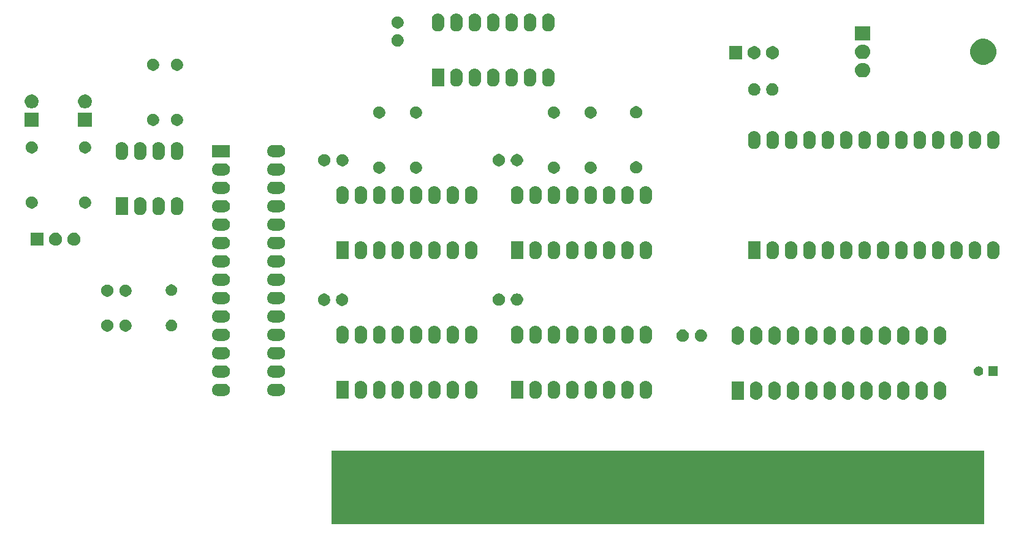
<source format=gts>
G04 #@! TF.GenerationSoftware,KiCad,Pcbnew,(5.1.5-0)*
G04 #@! TF.CreationDate,2021-03-10T11:48:28+01:00*
G04 #@! TF.ProjectId,Apple1Serial,4170706c-6531-4536-9572-69616c2e6b69,rev?*
G04 #@! TF.SameCoordinates,Original*
G04 #@! TF.FileFunction,Soldermask,Top*
G04 #@! TF.FilePolarity,Negative*
%FSLAX46Y46*%
G04 Gerber Fmt 4.6, Leading zero omitted, Abs format (unit mm)*
G04 Created by KiCad (PCBNEW (5.1.5-0)) date 2021-03-10 11:48:28*
%MOMM*%
%LPD*%
G04 APERTURE LIST*
%ADD10C,0.100000*%
G04 APERTURE END LIST*
D10*
G36*
X203456540Y-122933460D02*
G01*
X113284000Y-122933460D01*
X113284000Y-112778540D01*
X203456540Y-112778540D01*
X203456540Y-122933460D01*
G37*
G36*
X174664822Y-103282313D02*
G01*
X174825241Y-103330976D01*
X174973077Y-103409995D01*
X175102659Y-103516341D01*
X175209004Y-103645922D01*
X175209005Y-103645924D01*
X175288024Y-103793758D01*
X175336687Y-103954177D01*
X175349000Y-104079196D01*
X175349000Y-104962803D01*
X175336687Y-105087822D01*
X175336686Y-105087825D01*
X175289008Y-105245000D01*
X175288024Y-105248242D01*
X175217114Y-105380906D01*
X175209004Y-105396078D01*
X175102659Y-105525659D01*
X174973078Y-105632004D01*
X174973076Y-105632005D01*
X174825242Y-105711024D01*
X174664823Y-105759687D01*
X174498000Y-105776117D01*
X174331178Y-105759687D01*
X174170759Y-105711024D01*
X174022925Y-105632005D01*
X174022923Y-105632004D01*
X173893342Y-105525659D01*
X173786997Y-105396078D01*
X173778887Y-105380906D01*
X173707977Y-105248242D01*
X173706994Y-105245000D01*
X173659315Y-105087825D01*
X173659314Y-105087823D01*
X173647000Y-104962803D01*
X173647000Y-104079197D01*
X173659313Y-103954178D01*
X173707976Y-103793759D01*
X173786995Y-103645923D01*
X173893341Y-103516341D01*
X174022922Y-103409996D01*
X174061565Y-103389341D01*
X174170758Y-103330976D01*
X174331177Y-103282313D01*
X174498000Y-103265883D01*
X174664822Y-103282313D01*
G37*
G36*
X177204822Y-103282313D02*
G01*
X177365241Y-103330976D01*
X177513077Y-103409995D01*
X177642659Y-103516341D01*
X177749004Y-103645922D01*
X177749005Y-103645924D01*
X177828024Y-103793758D01*
X177876687Y-103954177D01*
X177889000Y-104079196D01*
X177889000Y-104962803D01*
X177876687Y-105087822D01*
X177876686Y-105087825D01*
X177829008Y-105245000D01*
X177828024Y-105248242D01*
X177757114Y-105380906D01*
X177749004Y-105396078D01*
X177642659Y-105525659D01*
X177513078Y-105632004D01*
X177513076Y-105632005D01*
X177365242Y-105711024D01*
X177204823Y-105759687D01*
X177038000Y-105776117D01*
X176871178Y-105759687D01*
X176710759Y-105711024D01*
X176562925Y-105632005D01*
X176562923Y-105632004D01*
X176433342Y-105525659D01*
X176326997Y-105396078D01*
X176318887Y-105380906D01*
X176247977Y-105248242D01*
X176246994Y-105245000D01*
X176199315Y-105087825D01*
X176199314Y-105087823D01*
X176187000Y-104962803D01*
X176187000Y-104079197D01*
X176199313Y-103954178D01*
X176247976Y-103793759D01*
X176326995Y-103645923D01*
X176433341Y-103516341D01*
X176562922Y-103409996D01*
X176601565Y-103389341D01*
X176710758Y-103330976D01*
X176871177Y-103282313D01*
X177038000Y-103265883D01*
X177204822Y-103282313D01*
G37*
G36*
X179744822Y-103282313D02*
G01*
X179905241Y-103330976D01*
X180053077Y-103409995D01*
X180182659Y-103516341D01*
X180289004Y-103645922D01*
X180289005Y-103645924D01*
X180368024Y-103793758D01*
X180416687Y-103954177D01*
X180429000Y-104079196D01*
X180429000Y-104962803D01*
X180416687Y-105087822D01*
X180416686Y-105087825D01*
X180369008Y-105245000D01*
X180368024Y-105248242D01*
X180297114Y-105380906D01*
X180289004Y-105396078D01*
X180182659Y-105525659D01*
X180053078Y-105632004D01*
X180053076Y-105632005D01*
X179905242Y-105711024D01*
X179744823Y-105759687D01*
X179578000Y-105776117D01*
X179411178Y-105759687D01*
X179250759Y-105711024D01*
X179102925Y-105632005D01*
X179102923Y-105632004D01*
X178973342Y-105525659D01*
X178866997Y-105396078D01*
X178858887Y-105380906D01*
X178787977Y-105248242D01*
X178786994Y-105245000D01*
X178739315Y-105087825D01*
X178739314Y-105087823D01*
X178727000Y-104962803D01*
X178727000Y-104079197D01*
X178739313Y-103954178D01*
X178787976Y-103793759D01*
X178866995Y-103645923D01*
X178973341Y-103516341D01*
X179102922Y-103409996D01*
X179141565Y-103389341D01*
X179250758Y-103330976D01*
X179411177Y-103282313D01*
X179578000Y-103265883D01*
X179744822Y-103282313D01*
G37*
G36*
X172124822Y-103282313D02*
G01*
X172285241Y-103330976D01*
X172433077Y-103409995D01*
X172562659Y-103516341D01*
X172669004Y-103645922D01*
X172669005Y-103645924D01*
X172748024Y-103793758D01*
X172796687Y-103954177D01*
X172809000Y-104079196D01*
X172809000Y-104962803D01*
X172796687Y-105087822D01*
X172796686Y-105087825D01*
X172749008Y-105245000D01*
X172748024Y-105248242D01*
X172677114Y-105380906D01*
X172669004Y-105396078D01*
X172562659Y-105525659D01*
X172433078Y-105632004D01*
X172433076Y-105632005D01*
X172285242Y-105711024D01*
X172124823Y-105759687D01*
X171958000Y-105776117D01*
X171791178Y-105759687D01*
X171630759Y-105711024D01*
X171482925Y-105632005D01*
X171482923Y-105632004D01*
X171353342Y-105525659D01*
X171246997Y-105396078D01*
X171238887Y-105380906D01*
X171167977Y-105248242D01*
X171166994Y-105245000D01*
X171119315Y-105087825D01*
X171119314Y-105087823D01*
X171107000Y-104962803D01*
X171107000Y-104079197D01*
X171119313Y-103954178D01*
X171167976Y-103793759D01*
X171246995Y-103645923D01*
X171353341Y-103516341D01*
X171482922Y-103409996D01*
X171521565Y-103389341D01*
X171630758Y-103330976D01*
X171791177Y-103282313D01*
X171958000Y-103265883D01*
X172124822Y-103282313D01*
G37*
G36*
X182284822Y-103282313D02*
G01*
X182445241Y-103330976D01*
X182593077Y-103409995D01*
X182722659Y-103516341D01*
X182829004Y-103645922D01*
X182829005Y-103645924D01*
X182908024Y-103793758D01*
X182956687Y-103954177D01*
X182969000Y-104079196D01*
X182969000Y-104962803D01*
X182956687Y-105087822D01*
X182956686Y-105087825D01*
X182909008Y-105245000D01*
X182908024Y-105248242D01*
X182837114Y-105380906D01*
X182829004Y-105396078D01*
X182722659Y-105525659D01*
X182593078Y-105632004D01*
X182593076Y-105632005D01*
X182445242Y-105711024D01*
X182284823Y-105759687D01*
X182118000Y-105776117D01*
X181951178Y-105759687D01*
X181790759Y-105711024D01*
X181642925Y-105632005D01*
X181642923Y-105632004D01*
X181513342Y-105525659D01*
X181406997Y-105396078D01*
X181398887Y-105380906D01*
X181327977Y-105248242D01*
X181326994Y-105245000D01*
X181279315Y-105087825D01*
X181279314Y-105087823D01*
X181267000Y-104962803D01*
X181267000Y-104079197D01*
X181279313Y-103954178D01*
X181327976Y-103793759D01*
X181406995Y-103645923D01*
X181513341Y-103516341D01*
X181642922Y-103409996D01*
X181681565Y-103389341D01*
X181790758Y-103330976D01*
X181951177Y-103282313D01*
X182118000Y-103265883D01*
X182284822Y-103282313D01*
G37*
G36*
X184824822Y-103282313D02*
G01*
X184985241Y-103330976D01*
X185133077Y-103409995D01*
X185262659Y-103516341D01*
X185369004Y-103645922D01*
X185369005Y-103645924D01*
X185448024Y-103793758D01*
X185496687Y-103954177D01*
X185509000Y-104079196D01*
X185509000Y-104962803D01*
X185496687Y-105087822D01*
X185496686Y-105087825D01*
X185449008Y-105245000D01*
X185448024Y-105248242D01*
X185377114Y-105380906D01*
X185369004Y-105396078D01*
X185262659Y-105525659D01*
X185133078Y-105632004D01*
X185133076Y-105632005D01*
X184985242Y-105711024D01*
X184824823Y-105759687D01*
X184658000Y-105776117D01*
X184491178Y-105759687D01*
X184330759Y-105711024D01*
X184182925Y-105632005D01*
X184182923Y-105632004D01*
X184053342Y-105525659D01*
X183946997Y-105396078D01*
X183938887Y-105380906D01*
X183867977Y-105248242D01*
X183866994Y-105245000D01*
X183819315Y-105087825D01*
X183819314Y-105087823D01*
X183807000Y-104962803D01*
X183807000Y-104079197D01*
X183819313Y-103954178D01*
X183867976Y-103793759D01*
X183946995Y-103645923D01*
X184053341Y-103516341D01*
X184182922Y-103409996D01*
X184221565Y-103389341D01*
X184330758Y-103330976D01*
X184491177Y-103282313D01*
X184658000Y-103265883D01*
X184824822Y-103282313D01*
G37*
G36*
X187364822Y-103282313D02*
G01*
X187525241Y-103330976D01*
X187673077Y-103409995D01*
X187802659Y-103516341D01*
X187909004Y-103645922D01*
X187909005Y-103645924D01*
X187988024Y-103793758D01*
X188036687Y-103954177D01*
X188049000Y-104079196D01*
X188049000Y-104962803D01*
X188036687Y-105087822D01*
X188036686Y-105087825D01*
X187989008Y-105245000D01*
X187988024Y-105248242D01*
X187917114Y-105380906D01*
X187909004Y-105396078D01*
X187802659Y-105525659D01*
X187673078Y-105632004D01*
X187673076Y-105632005D01*
X187525242Y-105711024D01*
X187364823Y-105759687D01*
X187198000Y-105776117D01*
X187031178Y-105759687D01*
X186870759Y-105711024D01*
X186722925Y-105632005D01*
X186722923Y-105632004D01*
X186593342Y-105525659D01*
X186486997Y-105396078D01*
X186478887Y-105380906D01*
X186407977Y-105248242D01*
X186406994Y-105245000D01*
X186359315Y-105087825D01*
X186359314Y-105087823D01*
X186347000Y-104962803D01*
X186347000Y-104079197D01*
X186359313Y-103954178D01*
X186407976Y-103793759D01*
X186486995Y-103645923D01*
X186593341Y-103516341D01*
X186722922Y-103409996D01*
X186761565Y-103389341D01*
X186870758Y-103330976D01*
X187031177Y-103282313D01*
X187198000Y-103265883D01*
X187364822Y-103282313D01*
G37*
G36*
X189904822Y-103282313D02*
G01*
X190065241Y-103330976D01*
X190213077Y-103409995D01*
X190342659Y-103516341D01*
X190449004Y-103645922D01*
X190449005Y-103645924D01*
X190528024Y-103793758D01*
X190576687Y-103954177D01*
X190589000Y-104079196D01*
X190589000Y-104962803D01*
X190576687Y-105087822D01*
X190576686Y-105087825D01*
X190529008Y-105245000D01*
X190528024Y-105248242D01*
X190457114Y-105380906D01*
X190449004Y-105396078D01*
X190342659Y-105525659D01*
X190213078Y-105632004D01*
X190213076Y-105632005D01*
X190065242Y-105711024D01*
X189904823Y-105759687D01*
X189738000Y-105776117D01*
X189571178Y-105759687D01*
X189410759Y-105711024D01*
X189262925Y-105632005D01*
X189262923Y-105632004D01*
X189133342Y-105525659D01*
X189026997Y-105396078D01*
X189018887Y-105380906D01*
X188947977Y-105248242D01*
X188946994Y-105245000D01*
X188899315Y-105087825D01*
X188899314Y-105087823D01*
X188887000Y-104962803D01*
X188887000Y-104079197D01*
X188899313Y-103954178D01*
X188947976Y-103793759D01*
X189026995Y-103645923D01*
X189133341Y-103516341D01*
X189262922Y-103409996D01*
X189301565Y-103389341D01*
X189410758Y-103330976D01*
X189571177Y-103282313D01*
X189738000Y-103265883D01*
X189904822Y-103282313D01*
G37*
G36*
X192444822Y-103282313D02*
G01*
X192605241Y-103330976D01*
X192753077Y-103409995D01*
X192882659Y-103516341D01*
X192989004Y-103645922D01*
X192989005Y-103645924D01*
X193068024Y-103793758D01*
X193116687Y-103954177D01*
X193129000Y-104079196D01*
X193129000Y-104962803D01*
X193116687Y-105087822D01*
X193116686Y-105087825D01*
X193069008Y-105245000D01*
X193068024Y-105248242D01*
X192997114Y-105380906D01*
X192989004Y-105396078D01*
X192882659Y-105525659D01*
X192753078Y-105632004D01*
X192753076Y-105632005D01*
X192605242Y-105711024D01*
X192444823Y-105759687D01*
X192278000Y-105776117D01*
X192111178Y-105759687D01*
X191950759Y-105711024D01*
X191802925Y-105632005D01*
X191802923Y-105632004D01*
X191673342Y-105525659D01*
X191566997Y-105396078D01*
X191558887Y-105380906D01*
X191487977Y-105248242D01*
X191486994Y-105245000D01*
X191439315Y-105087825D01*
X191439314Y-105087823D01*
X191427000Y-104962803D01*
X191427000Y-104079197D01*
X191439313Y-103954178D01*
X191487976Y-103793759D01*
X191566995Y-103645923D01*
X191673341Y-103516341D01*
X191802922Y-103409996D01*
X191841565Y-103389341D01*
X191950758Y-103330976D01*
X192111177Y-103282313D01*
X192278000Y-103265883D01*
X192444822Y-103282313D01*
G37*
G36*
X194984822Y-103282313D02*
G01*
X195145241Y-103330976D01*
X195293077Y-103409995D01*
X195422659Y-103516341D01*
X195529004Y-103645922D01*
X195529005Y-103645924D01*
X195608024Y-103793758D01*
X195656687Y-103954177D01*
X195669000Y-104079196D01*
X195669000Y-104962803D01*
X195656687Y-105087822D01*
X195656686Y-105087825D01*
X195609008Y-105245000D01*
X195608024Y-105248242D01*
X195537114Y-105380906D01*
X195529004Y-105396078D01*
X195422659Y-105525659D01*
X195293078Y-105632004D01*
X195293076Y-105632005D01*
X195145242Y-105711024D01*
X194984823Y-105759687D01*
X194818000Y-105776117D01*
X194651178Y-105759687D01*
X194490759Y-105711024D01*
X194342925Y-105632005D01*
X194342923Y-105632004D01*
X194213342Y-105525659D01*
X194106997Y-105396078D01*
X194098887Y-105380906D01*
X194027977Y-105248242D01*
X194026994Y-105245000D01*
X193979315Y-105087825D01*
X193979314Y-105087823D01*
X193967000Y-104962803D01*
X193967000Y-104079197D01*
X193979313Y-103954178D01*
X194027976Y-103793759D01*
X194106995Y-103645923D01*
X194213341Y-103516341D01*
X194342922Y-103409996D01*
X194381565Y-103389341D01*
X194490758Y-103330976D01*
X194651177Y-103282313D01*
X194818000Y-103265883D01*
X194984822Y-103282313D01*
G37*
G36*
X197524822Y-103282313D02*
G01*
X197685241Y-103330976D01*
X197833077Y-103409995D01*
X197962659Y-103516341D01*
X198069004Y-103645922D01*
X198069005Y-103645924D01*
X198148024Y-103793758D01*
X198196687Y-103954177D01*
X198209000Y-104079196D01*
X198209000Y-104962803D01*
X198196687Y-105087822D01*
X198196686Y-105087825D01*
X198149008Y-105245000D01*
X198148024Y-105248242D01*
X198077114Y-105380906D01*
X198069004Y-105396078D01*
X197962659Y-105525659D01*
X197833078Y-105632004D01*
X197833076Y-105632005D01*
X197685242Y-105711024D01*
X197524823Y-105759687D01*
X197358000Y-105776117D01*
X197191178Y-105759687D01*
X197030759Y-105711024D01*
X196882925Y-105632005D01*
X196882923Y-105632004D01*
X196753342Y-105525659D01*
X196646997Y-105396078D01*
X196638887Y-105380906D01*
X196567977Y-105248242D01*
X196566994Y-105245000D01*
X196519315Y-105087825D01*
X196519314Y-105087823D01*
X196507000Y-104962803D01*
X196507000Y-104079197D01*
X196519313Y-103954178D01*
X196567976Y-103793759D01*
X196646995Y-103645923D01*
X196753341Y-103516341D01*
X196882922Y-103409996D01*
X196921565Y-103389341D01*
X197030758Y-103330976D01*
X197191177Y-103282313D01*
X197358000Y-103265883D01*
X197524822Y-103282313D01*
G37*
G36*
X170269000Y-105772000D02*
G01*
X168567000Y-105772000D01*
X168567000Y-103270000D01*
X170269000Y-103270000D01*
X170269000Y-105772000D01*
G37*
G36*
X151804822Y-103155313D02*
G01*
X151965241Y-103203976D01*
X152113077Y-103282995D01*
X152242659Y-103389341D01*
X152349004Y-103518922D01*
X152349005Y-103518924D01*
X152428024Y-103666758D01*
X152428024Y-103666759D01*
X152428025Y-103666761D01*
X152432950Y-103682996D01*
X152476687Y-103827177D01*
X152489000Y-103952196D01*
X152489000Y-104835803D01*
X152476687Y-104960822D01*
X152476686Y-104960825D01*
X152432950Y-105105005D01*
X152428024Y-105121242D01*
X152368456Y-105232686D01*
X152349004Y-105269078D01*
X152242659Y-105398659D01*
X152113078Y-105505004D01*
X152113076Y-105505005D01*
X151965242Y-105584024D01*
X151804823Y-105632687D01*
X151638000Y-105649117D01*
X151471178Y-105632687D01*
X151310759Y-105584024D01*
X151162925Y-105505005D01*
X151162923Y-105505004D01*
X151033342Y-105398659D01*
X150926997Y-105269078D01*
X150907545Y-105232686D01*
X150847977Y-105121242D01*
X150843052Y-105105005D01*
X150799315Y-104960825D01*
X150799314Y-104960823D01*
X150787000Y-104835803D01*
X150787000Y-103952197D01*
X150799313Y-103827178D01*
X150838917Y-103696621D01*
X150847975Y-103666762D01*
X150847976Y-103666759D01*
X150926995Y-103518923D01*
X151033341Y-103389341D01*
X151104460Y-103330975D01*
X151162922Y-103282996D01*
X151194938Y-103265883D01*
X151310758Y-103203976D01*
X151471177Y-103155313D01*
X151638000Y-103138883D01*
X151804822Y-103155313D01*
G37*
G36*
X120054822Y-103155313D02*
G01*
X120215241Y-103203976D01*
X120363077Y-103282995D01*
X120492659Y-103389341D01*
X120599004Y-103518922D01*
X120599005Y-103518924D01*
X120678024Y-103666758D01*
X120678024Y-103666759D01*
X120678025Y-103666761D01*
X120682950Y-103682996D01*
X120726687Y-103827177D01*
X120739000Y-103952196D01*
X120739000Y-104835803D01*
X120726687Y-104960822D01*
X120726686Y-104960825D01*
X120682950Y-105105005D01*
X120678024Y-105121242D01*
X120618456Y-105232686D01*
X120599004Y-105269078D01*
X120492659Y-105398659D01*
X120363078Y-105505004D01*
X120363076Y-105505005D01*
X120215242Y-105584024D01*
X120054823Y-105632687D01*
X119888000Y-105649117D01*
X119721178Y-105632687D01*
X119560759Y-105584024D01*
X119412925Y-105505005D01*
X119412923Y-105505004D01*
X119283342Y-105398659D01*
X119176997Y-105269078D01*
X119157545Y-105232686D01*
X119097977Y-105121242D01*
X119093052Y-105105005D01*
X119049315Y-104960825D01*
X119049314Y-104960823D01*
X119037000Y-104835803D01*
X119037000Y-103952197D01*
X119049313Y-103827178D01*
X119088917Y-103696621D01*
X119097975Y-103666762D01*
X119097976Y-103666759D01*
X119176995Y-103518923D01*
X119283341Y-103389341D01*
X119354460Y-103330975D01*
X119412922Y-103282996D01*
X119444938Y-103265883D01*
X119560758Y-103203976D01*
X119721177Y-103155313D01*
X119888000Y-103138883D01*
X120054822Y-103155313D01*
G37*
G36*
X154344822Y-103155313D02*
G01*
X154505241Y-103203976D01*
X154653077Y-103282995D01*
X154782659Y-103389341D01*
X154889004Y-103518922D01*
X154889005Y-103518924D01*
X154968024Y-103666758D01*
X154968024Y-103666759D01*
X154968025Y-103666761D01*
X154972950Y-103682996D01*
X155016687Y-103827177D01*
X155029000Y-103952196D01*
X155029000Y-104835803D01*
X155016687Y-104960822D01*
X155016686Y-104960825D01*
X154972950Y-105105005D01*
X154968024Y-105121242D01*
X154908456Y-105232686D01*
X154889004Y-105269078D01*
X154782659Y-105398659D01*
X154653078Y-105505004D01*
X154653076Y-105505005D01*
X154505242Y-105584024D01*
X154344823Y-105632687D01*
X154178000Y-105649117D01*
X154011178Y-105632687D01*
X153850759Y-105584024D01*
X153702925Y-105505005D01*
X153702923Y-105505004D01*
X153573342Y-105398659D01*
X153466997Y-105269078D01*
X153447545Y-105232686D01*
X153387977Y-105121242D01*
X153383052Y-105105005D01*
X153339315Y-104960825D01*
X153339314Y-104960823D01*
X153327000Y-104835803D01*
X153327000Y-103952197D01*
X153339313Y-103827178D01*
X153378917Y-103696621D01*
X153387975Y-103666762D01*
X153387976Y-103666759D01*
X153466995Y-103518923D01*
X153573341Y-103389341D01*
X153644460Y-103330975D01*
X153702922Y-103282996D01*
X153734938Y-103265883D01*
X153850758Y-103203976D01*
X154011177Y-103155313D01*
X154178000Y-103138883D01*
X154344822Y-103155313D01*
G37*
G36*
X156884822Y-103155313D02*
G01*
X157045241Y-103203976D01*
X157193077Y-103282995D01*
X157322659Y-103389341D01*
X157429004Y-103518922D01*
X157429005Y-103518924D01*
X157508024Y-103666758D01*
X157508024Y-103666759D01*
X157508025Y-103666761D01*
X157512950Y-103682996D01*
X157556687Y-103827177D01*
X157569000Y-103952196D01*
X157569000Y-104835803D01*
X157556687Y-104960822D01*
X157556686Y-104960825D01*
X157512950Y-105105005D01*
X157508024Y-105121242D01*
X157448456Y-105232686D01*
X157429004Y-105269078D01*
X157322659Y-105398659D01*
X157193078Y-105505004D01*
X157193076Y-105505005D01*
X157045242Y-105584024D01*
X156884823Y-105632687D01*
X156718000Y-105649117D01*
X156551178Y-105632687D01*
X156390759Y-105584024D01*
X156242925Y-105505005D01*
X156242923Y-105505004D01*
X156113342Y-105398659D01*
X156006997Y-105269078D01*
X155987545Y-105232686D01*
X155927977Y-105121242D01*
X155923052Y-105105005D01*
X155879315Y-104960825D01*
X155879314Y-104960823D01*
X155867000Y-104835803D01*
X155867000Y-103952197D01*
X155879313Y-103827178D01*
X155918917Y-103696621D01*
X155927975Y-103666762D01*
X155927976Y-103666759D01*
X156006995Y-103518923D01*
X156113341Y-103389341D01*
X156184460Y-103330975D01*
X156242922Y-103282996D01*
X156274938Y-103265883D01*
X156390758Y-103203976D01*
X156551177Y-103155313D01*
X156718000Y-103138883D01*
X156884822Y-103155313D01*
G37*
G36*
X149264822Y-103155313D02*
G01*
X149425241Y-103203976D01*
X149573077Y-103282995D01*
X149702659Y-103389341D01*
X149809004Y-103518922D01*
X149809005Y-103518924D01*
X149888024Y-103666758D01*
X149888024Y-103666759D01*
X149888025Y-103666761D01*
X149892950Y-103682996D01*
X149936687Y-103827177D01*
X149949000Y-103952196D01*
X149949000Y-104835803D01*
X149936687Y-104960822D01*
X149936686Y-104960825D01*
X149892950Y-105105005D01*
X149888024Y-105121242D01*
X149828456Y-105232686D01*
X149809004Y-105269078D01*
X149702659Y-105398659D01*
X149573078Y-105505004D01*
X149573076Y-105505005D01*
X149425242Y-105584024D01*
X149264823Y-105632687D01*
X149098000Y-105649117D01*
X148931178Y-105632687D01*
X148770759Y-105584024D01*
X148622925Y-105505005D01*
X148622923Y-105505004D01*
X148493342Y-105398659D01*
X148386997Y-105269078D01*
X148367545Y-105232686D01*
X148307977Y-105121242D01*
X148303052Y-105105005D01*
X148259315Y-104960825D01*
X148259314Y-104960823D01*
X148247000Y-104835803D01*
X148247000Y-103952197D01*
X148259313Y-103827178D01*
X148298917Y-103696621D01*
X148307975Y-103666762D01*
X148307976Y-103666759D01*
X148386995Y-103518923D01*
X148493341Y-103389341D01*
X148564460Y-103330975D01*
X148622922Y-103282996D01*
X148654938Y-103265883D01*
X148770758Y-103203976D01*
X148931177Y-103155313D01*
X149098000Y-103138883D01*
X149264822Y-103155313D01*
G37*
G36*
X146724822Y-103155313D02*
G01*
X146885241Y-103203976D01*
X147033077Y-103282995D01*
X147162659Y-103389341D01*
X147269004Y-103518922D01*
X147269005Y-103518924D01*
X147348024Y-103666758D01*
X147348024Y-103666759D01*
X147348025Y-103666761D01*
X147352950Y-103682996D01*
X147396687Y-103827177D01*
X147409000Y-103952196D01*
X147409000Y-104835803D01*
X147396687Y-104960822D01*
X147396686Y-104960825D01*
X147352950Y-105105005D01*
X147348024Y-105121242D01*
X147288456Y-105232686D01*
X147269004Y-105269078D01*
X147162659Y-105398659D01*
X147033078Y-105505004D01*
X147033076Y-105505005D01*
X146885242Y-105584024D01*
X146724823Y-105632687D01*
X146558000Y-105649117D01*
X146391178Y-105632687D01*
X146230759Y-105584024D01*
X146082925Y-105505005D01*
X146082923Y-105505004D01*
X145953342Y-105398659D01*
X145846997Y-105269078D01*
X145827545Y-105232686D01*
X145767977Y-105121242D01*
X145763052Y-105105005D01*
X145719315Y-104960825D01*
X145719314Y-104960823D01*
X145707000Y-104835803D01*
X145707000Y-103952197D01*
X145719313Y-103827178D01*
X145758917Y-103696621D01*
X145767975Y-103666762D01*
X145767976Y-103666759D01*
X145846995Y-103518923D01*
X145953341Y-103389341D01*
X146024460Y-103330975D01*
X146082922Y-103282996D01*
X146114938Y-103265883D01*
X146230758Y-103203976D01*
X146391177Y-103155313D01*
X146558000Y-103138883D01*
X146724822Y-103155313D01*
G37*
G36*
X144184822Y-103155313D02*
G01*
X144345241Y-103203976D01*
X144493077Y-103282995D01*
X144622659Y-103389341D01*
X144729004Y-103518922D01*
X144729005Y-103518924D01*
X144808024Y-103666758D01*
X144808024Y-103666759D01*
X144808025Y-103666761D01*
X144812950Y-103682996D01*
X144856687Y-103827177D01*
X144869000Y-103952196D01*
X144869000Y-104835803D01*
X144856687Y-104960822D01*
X144856686Y-104960825D01*
X144812950Y-105105005D01*
X144808024Y-105121242D01*
X144748456Y-105232686D01*
X144729004Y-105269078D01*
X144622659Y-105398659D01*
X144493078Y-105505004D01*
X144493076Y-105505005D01*
X144345242Y-105584024D01*
X144184823Y-105632687D01*
X144018000Y-105649117D01*
X143851178Y-105632687D01*
X143690759Y-105584024D01*
X143542925Y-105505005D01*
X143542923Y-105505004D01*
X143413342Y-105398659D01*
X143306997Y-105269078D01*
X143287545Y-105232686D01*
X143227977Y-105121242D01*
X143223052Y-105105005D01*
X143179315Y-104960825D01*
X143179314Y-104960823D01*
X143167000Y-104835803D01*
X143167000Y-103952197D01*
X143179313Y-103827178D01*
X143218917Y-103696621D01*
X143227975Y-103666762D01*
X143227976Y-103666759D01*
X143306995Y-103518923D01*
X143413341Y-103389341D01*
X143484460Y-103330975D01*
X143542922Y-103282996D01*
X143574938Y-103265883D01*
X143690758Y-103203976D01*
X143851177Y-103155313D01*
X144018000Y-103138883D01*
X144184822Y-103155313D01*
G37*
G36*
X141644822Y-103155313D02*
G01*
X141805241Y-103203976D01*
X141953077Y-103282995D01*
X142082659Y-103389341D01*
X142189004Y-103518922D01*
X142189005Y-103518924D01*
X142268024Y-103666758D01*
X142268024Y-103666759D01*
X142268025Y-103666761D01*
X142272950Y-103682996D01*
X142316687Y-103827177D01*
X142329000Y-103952196D01*
X142329000Y-104835803D01*
X142316687Y-104960822D01*
X142316686Y-104960825D01*
X142272950Y-105105005D01*
X142268024Y-105121242D01*
X142208456Y-105232686D01*
X142189004Y-105269078D01*
X142082659Y-105398659D01*
X141953078Y-105505004D01*
X141953076Y-105505005D01*
X141805242Y-105584024D01*
X141644823Y-105632687D01*
X141478000Y-105649117D01*
X141311178Y-105632687D01*
X141150759Y-105584024D01*
X141002925Y-105505005D01*
X141002923Y-105505004D01*
X140873342Y-105398659D01*
X140766997Y-105269078D01*
X140747545Y-105232686D01*
X140687977Y-105121242D01*
X140683052Y-105105005D01*
X140639315Y-104960825D01*
X140639314Y-104960823D01*
X140627000Y-104835803D01*
X140627000Y-103952197D01*
X140639313Y-103827178D01*
X140678917Y-103696621D01*
X140687975Y-103666762D01*
X140687976Y-103666759D01*
X140766995Y-103518923D01*
X140873341Y-103389341D01*
X140944460Y-103330975D01*
X141002922Y-103282996D01*
X141034938Y-103265883D01*
X141150758Y-103203976D01*
X141311177Y-103155313D01*
X141478000Y-103138883D01*
X141644822Y-103155313D01*
G37*
G36*
X132754822Y-103155313D02*
G01*
X132915241Y-103203976D01*
X133063077Y-103282995D01*
X133192659Y-103389341D01*
X133299004Y-103518922D01*
X133299005Y-103518924D01*
X133378024Y-103666758D01*
X133378024Y-103666759D01*
X133378025Y-103666761D01*
X133382950Y-103682996D01*
X133426687Y-103827177D01*
X133439000Y-103952196D01*
X133439000Y-104835803D01*
X133426687Y-104960822D01*
X133426686Y-104960825D01*
X133382950Y-105105005D01*
X133378024Y-105121242D01*
X133318456Y-105232686D01*
X133299004Y-105269078D01*
X133192659Y-105398659D01*
X133063078Y-105505004D01*
X133063076Y-105505005D01*
X132915242Y-105584024D01*
X132754823Y-105632687D01*
X132588000Y-105649117D01*
X132421178Y-105632687D01*
X132260759Y-105584024D01*
X132112925Y-105505005D01*
X132112923Y-105505004D01*
X131983342Y-105398659D01*
X131876997Y-105269078D01*
X131857545Y-105232686D01*
X131797977Y-105121242D01*
X131793052Y-105105005D01*
X131749315Y-104960825D01*
X131749314Y-104960823D01*
X131737000Y-104835803D01*
X131737000Y-103952197D01*
X131749313Y-103827178D01*
X131788917Y-103696621D01*
X131797975Y-103666762D01*
X131797976Y-103666759D01*
X131876995Y-103518923D01*
X131983341Y-103389341D01*
X132054460Y-103330975D01*
X132112922Y-103282996D01*
X132144938Y-103265883D01*
X132260758Y-103203976D01*
X132421177Y-103155313D01*
X132588000Y-103138883D01*
X132754822Y-103155313D01*
G37*
G36*
X130214822Y-103155313D02*
G01*
X130375241Y-103203976D01*
X130523077Y-103282995D01*
X130652659Y-103389341D01*
X130759004Y-103518922D01*
X130759005Y-103518924D01*
X130838024Y-103666758D01*
X130838024Y-103666759D01*
X130838025Y-103666761D01*
X130842950Y-103682996D01*
X130886687Y-103827177D01*
X130899000Y-103952196D01*
X130899000Y-104835803D01*
X130886687Y-104960822D01*
X130886686Y-104960825D01*
X130842950Y-105105005D01*
X130838024Y-105121242D01*
X130778456Y-105232686D01*
X130759004Y-105269078D01*
X130652659Y-105398659D01*
X130523078Y-105505004D01*
X130523076Y-105505005D01*
X130375242Y-105584024D01*
X130214823Y-105632687D01*
X130048000Y-105649117D01*
X129881178Y-105632687D01*
X129720759Y-105584024D01*
X129572925Y-105505005D01*
X129572923Y-105505004D01*
X129443342Y-105398659D01*
X129336997Y-105269078D01*
X129317545Y-105232686D01*
X129257977Y-105121242D01*
X129253052Y-105105005D01*
X129209315Y-104960825D01*
X129209314Y-104960823D01*
X129197000Y-104835803D01*
X129197000Y-103952197D01*
X129209313Y-103827178D01*
X129248917Y-103696621D01*
X129257975Y-103666762D01*
X129257976Y-103666759D01*
X129336995Y-103518923D01*
X129443341Y-103389341D01*
X129514460Y-103330975D01*
X129572922Y-103282996D01*
X129604938Y-103265883D01*
X129720758Y-103203976D01*
X129881177Y-103155313D01*
X130048000Y-103138883D01*
X130214822Y-103155313D01*
G37*
G36*
X127674822Y-103155313D02*
G01*
X127835241Y-103203976D01*
X127983077Y-103282995D01*
X128112659Y-103389341D01*
X128219004Y-103518922D01*
X128219005Y-103518924D01*
X128298024Y-103666758D01*
X128298024Y-103666759D01*
X128298025Y-103666761D01*
X128302950Y-103682996D01*
X128346687Y-103827177D01*
X128359000Y-103952196D01*
X128359000Y-104835803D01*
X128346687Y-104960822D01*
X128346686Y-104960825D01*
X128302950Y-105105005D01*
X128298024Y-105121242D01*
X128238456Y-105232686D01*
X128219004Y-105269078D01*
X128112659Y-105398659D01*
X127983078Y-105505004D01*
X127983076Y-105505005D01*
X127835242Y-105584024D01*
X127674823Y-105632687D01*
X127508000Y-105649117D01*
X127341178Y-105632687D01*
X127180759Y-105584024D01*
X127032925Y-105505005D01*
X127032923Y-105505004D01*
X126903342Y-105398659D01*
X126796997Y-105269078D01*
X126777545Y-105232686D01*
X126717977Y-105121242D01*
X126713052Y-105105005D01*
X126669315Y-104960825D01*
X126669314Y-104960823D01*
X126657000Y-104835803D01*
X126657000Y-103952197D01*
X126669313Y-103827178D01*
X126708917Y-103696621D01*
X126717975Y-103666762D01*
X126717976Y-103666759D01*
X126796995Y-103518923D01*
X126903341Y-103389341D01*
X126974460Y-103330975D01*
X127032922Y-103282996D01*
X127064938Y-103265883D01*
X127180758Y-103203976D01*
X127341177Y-103155313D01*
X127508000Y-103138883D01*
X127674822Y-103155313D01*
G37*
G36*
X125134822Y-103155313D02*
G01*
X125295241Y-103203976D01*
X125443077Y-103282995D01*
X125572659Y-103389341D01*
X125679004Y-103518922D01*
X125679005Y-103518924D01*
X125758024Y-103666758D01*
X125758024Y-103666759D01*
X125758025Y-103666761D01*
X125762950Y-103682996D01*
X125806687Y-103827177D01*
X125819000Y-103952196D01*
X125819000Y-104835803D01*
X125806687Y-104960822D01*
X125806686Y-104960825D01*
X125762950Y-105105005D01*
X125758024Y-105121242D01*
X125698456Y-105232686D01*
X125679004Y-105269078D01*
X125572659Y-105398659D01*
X125443078Y-105505004D01*
X125443076Y-105505005D01*
X125295242Y-105584024D01*
X125134823Y-105632687D01*
X124968000Y-105649117D01*
X124801178Y-105632687D01*
X124640759Y-105584024D01*
X124492925Y-105505005D01*
X124492923Y-105505004D01*
X124363342Y-105398659D01*
X124256997Y-105269078D01*
X124237545Y-105232686D01*
X124177977Y-105121242D01*
X124173052Y-105105005D01*
X124129315Y-104960825D01*
X124129314Y-104960823D01*
X124117000Y-104835803D01*
X124117000Y-103952197D01*
X124129313Y-103827178D01*
X124168917Y-103696621D01*
X124177975Y-103666762D01*
X124177976Y-103666759D01*
X124256995Y-103518923D01*
X124363341Y-103389341D01*
X124434460Y-103330975D01*
X124492922Y-103282996D01*
X124524938Y-103265883D01*
X124640758Y-103203976D01*
X124801177Y-103155313D01*
X124968000Y-103138883D01*
X125134822Y-103155313D01*
G37*
G36*
X122594822Y-103155313D02*
G01*
X122755241Y-103203976D01*
X122903077Y-103282995D01*
X123032659Y-103389341D01*
X123139004Y-103518922D01*
X123139005Y-103518924D01*
X123218024Y-103666758D01*
X123218024Y-103666759D01*
X123218025Y-103666761D01*
X123222950Y-103682996D01*
X123266687Y-103827177D01*
X123279000Y-103952196D01*
X123279000Y-104835803D01*
X123266687Y-104960822D01*
X123266686Y-104960825D01*
X123222950Y-105105005D01*
X123218024Y-105121242D01*
X123158456Y-105232686D01*
X123139004Y-105269078D01*
X123032659Y-105398659D01*
X122903078Y-105505004D01*
X122903076Y-105505005D01*
X122755242Y-105584024D01*
X122594823Y-105632687D01*
X122428000Y-105649117D01*
X122261178Y-105632687D01*
X122100759Y-105584024D01*
X121952925Y-105505005D01*
X121952923Y-105505004D01*
X121823342Y-105398659D01*
X121716997Y-105269078D01*
X121697545Y-105232686D01*
X121637977Y-105121242D01*
X121633052Y-105105005D01*
X121589315Y-104960825D01*
X121589314Y-104960823D01*
X121577000Y-104835803D01*
X121577000Y-103952197D01*
X121589313Y-103827178D01*
X121628917Y-103696621D01*
X121637975Y-103666762D01*
X121637976Y-103666759D01*
X121716995Y-103518923D01*
X121823341Y-103389341D01*
X121894460Y-103330975D01*
X121952922Y-103282996D01*
X121984938Y-103265883D01*
X122100758Y-103203976D01*
X122261177Y-103155313D01*
X122428000Y-103138883D01*
X122594822Y-103155313D01*
G37*
G36*
X117514822Y-103155313D02*
G01*
X117675241Y-103203976D01*
X117823077Y-103282995D01*
X117952659Y-103389341D01*
X118059004Y-103518922D01*
X118059005Y-103518924D01*
X118138024Y-103666758D01*
X118138024Y-103666759D01*
X118138025Y-103666761D01*
X118142950Y-103682996D01*
X118186687Y-103827177D01*
X118199000Y-103952196D01*
X118199000Y-104835803D01*
X118186687Y-104960822D01*
X118186686Y-104960825D01*
X118142950Y-105105005D01*
X118138024Y-105121242D01*
X118078456Y-105232686D01*
X118059004Y-105269078D01*
X117952659Y-105398659D01*
X117823078Y-105505004D01*
X117823076Y-105505005D01*
X117675242Y-105584024D01*
X117514823Y-105632687D01*
X117348000Y-105649117D01*
X117181178Y-105632687D01*
X117020759Y-105584024D01*
X116872925Y-105505005D01*
X116872923Y-105505004D01*
X116743342Y-105398659D01*
X116636997Y-105269078D01*
X116617545Y-105232686D01*
X116557977Y-105121242D01*
X116553052Y-105105005D01*
X116509315Y-104960825D01*
X116509314Y-104960823D01*
X116497000Y-104835803D01*
X116497000Y-103952197D01*
X116509313Y-103827178D01*
X116548917Y-103696621D01*
X116557975Y-103666762D01*
X116557976Y-103666759D01*
X116636995Y-103518923D01*
X116743341Y-103389341D01*
X116814460Y-103330975D01*
X116872922Y-103282996D01*
X116904938Y-103265883D01*
X117020758Y-103203976D01*
X117181177Y-103155313D01*
X117348000Y-103138883D01*
X117514822Y-103155313D01*
G37*
G36*
X139789000Y-105645000D02*
G01*
X138087000Y-105645000D01*
X138087000Y-103143000D01*
X139789000Y-103143000D01*
X139789000Y-105645000D01*
G37*
G36*
X115659000Y-105645000D02*
G01*
X113957000Y-105645000D01*
X113957000Y-103143000D01*
X115659000Y-103143000D01*
X115659000Y-105645000D01*
G37*
G36*
X106230823Y-103555313D02*
G01*
X106391242Y-103603976D01*
X106508704Y-103666761D01*
X106539078Y-103682996D01*
X106668659Y-103789341D01*
X106775004Y-103918922D01*
X106775005Y-103918924D01*
X106854024Y-104066758D01*
X106902687Y-104227177D01*
X106919117Y-104394000D01*
X106902687Y-104560823D01*
X106854024Y-104721242D01*
X106792791Y-104835800D01*
X106775004Y-104869078D01*
X106668659Y-104998659D01*
X106539078Y-105105004D01*
X106539076Y-105105005D01*
X106391242Y-105184024D01*
X106230823Y-105232687D01*
X106105804Y-105245000D01*
X105222196Y-105245000D01*
X105097177Y-105232687D01*
X104936758Y-105184024D01*
X104788924Y-105105005D01*
X104788922Y-105105004D01*
X104659341Y-104998659D01*
X104552996Y-104869078D01*
X104535209Y-104835800D01*
X104473976Y-104721242D01*
X104425313Y-104560823D01*
X104408883Y-104394000D01*
X104425313Y-104227177D01*
X104473976Y-104066758D01*
X104552995Y-103918924D01*
X104552996Y-103918922D01*
X104659341Y-103789341D01*
X104788922Y-103682996D01*
X104819296Y-103666761D01*
X104936758Y-103603976D01*
X105097177Y-103555313D01*
X105222196Y-103543000D01*
X106105804Y-103543000D01*
X106230823Y-103555313D01*
G37*
G36*
X98610823Y-103555313D02*
G01*
X98771242Y-103603976D01*
X98888704Y-103666761D01*
X98919078Y-103682996D01*
X99048659Y-103789341D01*
X99155004Y-103918922D01*
X99155005Y-103918924D01*
X99234024Y-104066758D01*
X99282687Y-104227177D01*
X99299117Y-104394000D01*
X99282687Y-104560823D01*
X99234024Y-104721242D01*
X99172791Y-104835800D01*
X99155004Y-104869078D01*
X99048659Y-104998659D01*
X98919078Y-105105004D01*
X98919076Y-105105005D01*
X98771242Y-105184024D01*
X98610823Y-105232687D01*
X98485804Y-105245000D01*
X97602196Y-105245000D01*
X97477177Y-105232687D01*
X97316758Y-105184024D01*
X97168924Y-105105005D01*
X97168922Y-105105004D01*
X97039341Y-104998659D01*
X96932996Y-104869078D01*
X96915209Y-104835800D01*
X96853976Y-104721242D01*
X96805313Y-104560823D01*
X96788883Y-104394000D01*
X96805313Y-104227177D01*
X96853976Y-104066758D01*
X96932995Y-103918924D01*
X96932996Y-103918922D01*
X97039341Y-103789341D01*
X97168922Y-103682996D01*
X97199296Y-103666761D01*
X97316758Y-103603976D01*
X97477177Y-103555313D01*
X97602196Y-103543000D01*
X98485804Y-103543000D01*
X98610823Y-103555313D01*
G37*
G36*
X98610823Y-101015313D02*
G01*
X98771242Y-101063976D01*
X98903906Y-101134886D01*
X98919078Y-101142996D01*
X99048659Y-101249341D01*
X99155004Y-101378922D01*
X99155005Y-101378924D01*
X99234024Y-101526758D01*
X99282687Y-101687177D01*
X99299117Y-101854000D01*
X99282687Y-102020823D01*
X99234024Y-102181242D01*
X99165808Y-102308865D01*
X99155004Y-102329078D01*
X99048659Y-102458659D01*
X98919078Y-102565004D01*
X98919076Y-102565005D01*
X98771242Y-102644024D01*
X98610823Y-102692687D01*
X98485804Y-102705000D01*
X97602196Y-102705000D01*
X97477177Y-102692687D01*
X97316758Y-102644024D01*
X97168924Y-102565005D01*
X97168922Y-102565004D01*
X97039341Y-102458659D01*
X96932996Y-102329078D01*
X96922192Y-102308865D01*
X96853976Y-102181242D01*
X96805313Y-102020823D01*
X96788883Y-101854000D01*
X96805313Y-101687177D01*
X96853976Y-101526758D01*
X96932995Y-101378924D01*
X96932996Y-101378922D01*
X97039341Y-101249341D01*
X97168922Y-101142996D01*
X97184094Y-101134886D01*
X97316758Y-101063976D01*
X97477177Y-101015313D01*
X97602196Y-101003000D01*
X98485804Y-101003000D01*
X98610823Y-101015313D01*
G37*
G36*
X106230823Y-101015313D02*
G01*
X106391242Y-101063976D01*
X106523906Y-101134886D01*
X106539078Y-101142996D01*
X106668659Y-101249341D01*
X106775004Y-101378922D01*
X106775005Y-101378924D01*
X106854024Y-101526758D01*
X106902687Y-101687177D01*
X106919117Y-101854000D01*
X106902687Y-102020823D01*
X106854024Y-102181242D01*
X106785808Y-102308865D01*
X106775004Y-102329078D01*
X106668659Y-102458659D01*
X106539078Y-102565004D01*
X106539076Y-102565005D01*
X106391242Y-102644024D01*
X106230823Y-102692687D01*
X106105804Y-102705000D01*
X105222196Y-102705000D01*
X105097177Y-102692687D01*
X104936758Y-102644024D01*
X104788924Y-102565005D01*
X104788922Y-102565004D01*
X104659341Y-102458659D01*
X104552996Y-102329078D01*
X104542192Y-102308865D01*
X104473976Y-102181242D01*
X104425313Y-102020823D01*
X104408883Y-101854000D01*
X104425313Y-101687177D01*
X104473976Y-101526758D01*
X104552995Y-101378924D01*
X104552996Y-101378922D01*
X104659341Y-101249341D01*
X104788922Y-101142996D01*
X104804094Y-101134886D01*
X104936758Y-101063976D01*
X105097177Y-101015313D01*
X105222196Y-101003000D01*
X106105804Y-101003000D01*
X106230823Y-101015313D01*
G37*
G36*
X205354680Y-102454200D02*
G01*
X204052680Y-102454200D01*
X204052680Y-101152200D01*
X205354680Y-101152200D01*
X205354680Y-102454200D01*
G37*
G36*
X202893570Y-101177217D02*
G01*
X203012044Y-101226291D01*
X203118668Y-101297535D01*
X203209345Y-101388212D01*
X203280589Y-101494836D01*
X203329663Y-101613310D01*
X203354680Y-101739082D01*
X203354680Y-101867318D01*
X203329663Y-101993090D01*
X203280589Y-102111564D01*
X203209345Y-102218188D01*
X203118668Y-102308865D01*
X203012044Y-102380109D01*
X203012043Y-102380110D01*
X203012042Y-102380110D01*
X202893570Y-102429183D01*
X202767799Y-102454200D01*
X202639561Y-102454200D01*
X202513790Y-102429183D01*
X202395318Y-102380110D01*
X202395317Y-102380110D01*
X202395316Y-102380109D01*
X202288692Y-102308865D01*
X202198015Y-102218188D01*
X202126771Y-102111564D01*
X202077697Y-101993090D01*
X202052680Y-101867318D01*
X202052680Y-101739082D01*
X202077697Y-101613310D01*
X202126771Y-101494836D01*
X202198015Y-101388212D01*
X202288692Y-101297535D01*
X202395316Y-101226291D01*
X202513790Y-101177217D01*
X202639561Y-101152200D01*
X202767799Y-101152200D01*
X202893570Y-101177217D01*
G37*
G36*
X106230823Y-98475313D02*
G01*
X106391242Y-98523976D01*
X106523906Y-98594886D01*
X106539078Y-98602996D01*
X106668659Y-98709341D01*
X106775004Y-98838922D01*
X106775005Y-98838924D01*
X106854024Y-98986758D01*
X106902687Y-99147177D01*
X106919117Y-99314000D01*
X106902687Y-99480823D01*
X106854024Y-99641242D01*
X106783114Y-99773906D01*
X106775004Y-99789078D01*
X106668659Y-99918659D01*
X106539078Y-100025004D01*
X106539076Y-100025005D01*
X106391242Y-100104024D01*
X106230823Y-100152687D01*
X106105804Y-100165000D01*
X105222196Y-100165000D01*
X105097177Y-100152687D01*
X104936758Y-100104024D01*
X104788924Y-100025005D01*
X104788922Y-100025004D01*
X104659341Y-99918659D01*
X104552996Y-99789078D01*
X104544886Y-99773906D01*
X104473976Y-99641242D01*
X104425313Y-99480823D01*
X104408883Y-99314000D01*
X104425313Y-99147177D01*
X104473976Y-98986758D01*
X104552995Y-98838924D01*
X104552996Y-98838922D01*
X104659341Y-98709341D01*
X104788922Y-98602996D01*
X104804094Y-98594886D01*
X104936758Y-98523976D01*
X105097177Y-98475313D01*
X105222196Y-98463000D01*
X106105804Y-98463000D01*
X106230823Y-98475313D01*
G37*
G36*
X98610823Y-98475313D02*
G01*
X98771242Y-98523976D01*
X98903906Y-98594886D01*
X98919078Y-98602996D01*
X99048659Y-98709341D01*
X99155004Y-98838922D01*
X99155005Y-98838924D01*
X99234024Y-98986758D01*
X99282687Y-99147177D01*
X99299117Y-99314000D01*
X99282687Y-99480823D01*
X99234024Y-99641242D01*
X99163114Y-99773906D01*
X99155004Y-99789078D01*
X99048659Y-99918659D01*
X98919078Y-100025004D01*
X98919076Y-100025005D01*
X98771242Y-100104024D01*
X98610823Y-100152687D01*
X98485804Y-100165000D01*
X97602196Y-100165000D01*
X97477177Y-100152687D01*
X97316758Y-100104024D01*
X97168924Y-100025005D01*
X97168922Y-100025004D01*
X97039341Y-99918659D01*
X96932996Y-99789078D01*
X96924886Y-99773906D01*
X96853976Y-99641242D01*
X96805313Y-99480823D01*
X96788883Y-99314000D01*
X96805313Y-99147177D01*
X96853976Y-98986758D01*
X96932995Y-98838924D01*
X96932996Y-98838922D01*
X97039341Y-98709341D01*
X97168922Y-98602996D01*
X97184094Y-98594886D01*
X97316758Y-98523976D01*
X97477177Y-98475313D01*
X97602196Y-98463000D01*
X98485804Y-98463000D01*
X98610823Y-98475313D01*
G37*
G36*
X189904822Y-95662313D02*
G01*
X190065241Y-95710976D01*
X190213077Y-95789995D01*
X190326910Y-95883416D01*
X190342659Y-95896341D01*
X190449004Y-96025922D01*
X190449005Y-96025924D01*
X190528024Y-96173758D01*
X190576687Y-96334177D01*
X190589000Y-96459196D01*
X190589000Y-97342803D01*
X190576687Y-97467822D01*
X190576686Y-97467825D01*
X190529008Y-97625000D01*
X190528024Y-97628242D01*
X190513642Y-97655148D01*
X190449004Y-97776078D01*
X190342659Y-97905659D01*
X190213078Y-98012004D01*
X190213076Y-98012005D01*
X190065242Y-98091024D01*
X189904823Y-98139687D01*
X189738000Y-98156117D01*
X189571178Y-98139687D01*
X189410759Y-98091024D01*
X189262925Y-98012005D01*
X189262923Y-98012004D01*
X189133342Y-97905659D01*
X189026997Y-97776078D01*
X188962359Y-97655148D01*
X188947977Y-97628242D01*
X188946994Y-97625000D01*
X188899315Y-97467825D01*
X188899314Y-97467823D01*
X188887000Y-97342803D01*
X188887000Y-96459197D01*
X188899313Y-96334178D01*
X188947976Y-96173759D01*
X189026995Y-96025923D01*
X189133341Y-95896341D01*
X189149093Y-95883414D01*
X189262922Y-95789996D01*
X189301565Y-95769341D01*
X189410758Y-95710976D01*
X189571177Y-95662313D01*
X189738000Y-95645883D01*
X189904822Y-95662313D01*
G37*
G36*
X187364822Y-95662313D02*
G01*
X187525241Y-95710976D01*
X187673077Y-95789995D01*
X187786910Y-95883416D01*
X187802659Y-95896341D01*
X187909004Y-96025922D01*
X187909005Y-96025924D01*
X187988024Y-96173758D01*
X188036687Y-96334177D01*
X188049000Y-96459196D01*
X188049000Y-97342803D01*
X188036687Y-97467822D01*
X188036686Y-97467825D01*
X187989008Y-97625000D01*
X187988024Y-97628242D01*
X187973642Y-97655148D01*
X187909004Y-97776078D01*
X187802659Y-97905659D01*
X187673078Y-98012004D01*
X187673076Y-98012005D01*
X187525242Y-98091024D01*
X187364823Y-98139687D01*
X187198000Y-98156117D01*
X187031178Y-98139687D01*
X186870759Y-98091024D01*
X186722925Y-98012005D01*
X186722923Y-98012004D01*
X186593342Y-97905659D01*
X186486997Y-97776078D01*
X186422359Y-97655148D01*
X186407977Y-97628242D01*
X186406994Y-97625000D01*
X186359315Y-97467825D01*
X186359314Y-97467823D01*
X186347000Y-97342803D01*
X186347000Y-96459197D01*
X186359313Y-96334178D01*
X186407976Y-96173759D01*
X186486995Y-96025923D01*
X186593341Y-95896341D01*
X186609093Y-95883414D01*
X186722922Y-95789996D01*
X186761565Y-95769341D01*
X186870758Y-95710976D01*
X187031177Y-95662313D01*
X187198000Y-95645883D01*
X187364822Y-95662313D01*
G37*
G36*
X184824822Y-95662313D02*
G01*
X184985241Y-95710976D01*
X185133077Y-95789995D01*
X185246910Y-95883416D01*
X185262659Y-95896341D01*
X185369004Y-96025922D01*
X185369005Y-96025924D01*
X185448024Y-96173758D01*
X185496687Y-96334177D01*
X185509000Y-96459196D01*
X185509000Y-97342803D01*
X185496687Y-97467822D01*
X185496686Y-97467825D01*
X185449008Y-97625000D01*
X185448024Y-97628242D01*
X185433642Y-97655148D01*
X185369004Y-97776078D01*
X185262659Y-97905659D01*
X185133078Y-98012004D01*
X185133076Y-98012005D01*
X184985242Y-98091024D01*
X184824823Y-98139687D01*
X184658000Y-98156117D01*
X184491178Y-98139687D01*
X184330759Y-98091024D01*
X184182925Y-98012005D01*
X184182923Y-98012004D01*
X184053342Y-97905659D01*
X183946997Y-97776078D01*
X183882359Y-97655148D01*
X183867977Y-97628242D01*
X183866994Y-97625000D01*
X183819315Y-97467825D01*
X183819314Y-97467823D01*
X183807000Y-97342803D01*
X183807000Y-96459197D01*
X183819313Y-96334178D01*
X183867976Y-96173759D01*
X183946995Y-96025923D01*
X184053341Y-95896341D01*
X184069093Y-95883414D01*
X184182922Y-95789996D01*
X184221565Y-95769341D01*
X184330758Y-95710976D01*
X184491177Y-95662313D01*
X184658000Y-95645883D01*
X184824822Y-95662313D01*
G37*
G36*
X192444822Y-95662313D02*
G01*
X192605241Y-95710976D01*
X192753077Y-95789995D01*
X192866910Y-95883416D01*
X192882659Y-95896341D01*
X192989004Y-96025922D01*
X192989005Y-96025924D01*
X193068024Y-96173758D01*
X193116687Y-96334177D01*
X193129000Y-96459196D01*
X193129000Y-97342803D01*
X193116687Y-97467822D01*
X193116686Y-97467825D01*
X193069008Y-97625000D01*
X193068024Y-97628242D01*
X193053642Y-97655148D01*
X192989004Y-97776078D01*
X192882659Y-97905659D01*
X192753078Y-98012004D01*
X192753076Y-98012005D01*
X192605242Y-98091024D01*
X192444823Y-98139687D01*
X192278000Y-98156117D01*
X192111178Y-98139687D01*
X191950759Y-98091024D01*
X191802925Y-98012005D01*
X191802923Y-98012004D01*
X191673342Y-97905659D01*
X191566997Y-97776078D01*
X191502359Y-97655148D01*
X191487977Y-97628242D01*
X191486994Y-97625000D01*
X191439315Y-97467825D01*
X191439314Y-97467823D01*
X191427000Y-97342803D01*
X191427000Y-96459197D01*
X191439313Y-96334178D01*
X191487976Y-96173759D01*
X191566995Y-96025923D01*
X191673341Y-95896341D01*
X191689093Y-95883414D01*
X191802922Y-95789996D01*
X191841565Y-95769341D01*
X191950758Y-95710976D01*
X192111177Y-95662313D01*
X192278000Y-95645883D01*
X192444822Y-95662313D01*
G37*
G36*
X182284822Y-95662313D02*
G01*
X182445241Y-95710976D01*
X182593077Y-95789995D01*
X182706910Y-95883416D01*
X182722659Y-95896341D01*
X182829004Y-96025922D01*
X182829005Y-96025924D01*
X182908024Y-96173758D01*
X182956687Y-96334177D01*
X182969000Y-96459196D01*
X182969000Y-97342803D01*
X182956687Y-97467822D01*
X182956686Y-97467825D01*
X182909008Y-97625000D01*
X182908024Y-97628242D01*
X182893642Y-97655148D01*
X182829004Y-97776078D01*
X182722659Y-97905659D01*
X182593078Y-98012004D01*
X182593076Y-98012005D01*
X182445242Y-98091024D01*
X182284823Y-98139687D01*
X182118000Y-98156117D01*
X181951178Y-98139687D01*
X181790759Y-98091024D01*
X181642925Y-98012005D01*
X181642923Y-98012004D01*
X181513342Y-97905659D01*
X181406997Y-97776078D01*
X181342359Y-97655148D01*
X181327977Y-97628242D01*
X181326994Y-97625000D01*
X181279315Y-97467825D01*
X181279314Y-97467823D01*
X181267000Y-97342803D01*
X181267000Y-96459197D01*
X181279313Y-96334178D01*
X181327976Y-96173759D01*
X181406995Y-96025923D01*
X181513341Y-95896341D01*
X181529093Y-95883414D01*
X181642922Y-95789996D01*
X181681565Y-95769341D01*
X181790758Y-95710976D01*
X181951177Y-95662313D01*
X182118000Y-95645883D01*
X182284822Y-95662313D01*
G37*
G36*
X194984822Y-95662313D02*
G01*
X195145241Y-95710976D01*
X195293077Y-95789995D01*
X195406910Y-95883416D01*
X195422659Y-95896341D01*
X195529004Y-96025922D01*
X195529005Y-96025924D01*
X195608024Y-96173758D01*
X195656687Y-96334177D01*
X195669000Y-96459196D01*
X195669000Y-97342803D01*
X195656687Y-97467822D01*
X195656686Y-97467825D01*
X195609008Y-97625000D01*
X195608024Y-97628242D01*
X195593642Y-97655148D01*
X195529004Y-97776078D01*
X195422659Y-97905659D01*
X195293078Y-98012004D01*
X195293076Y-98012005D01*
X195145242Y-98091024D01*
X194984823Y-98139687D01*
X194818000Y-98156117D01*
X194651178Y-98139687D01*
X194490759Y-98091024D01*
X194342925Y-98012005D01*
X194342923Y-98012004D01*
X194213342Y-97905659D01*
X194106997Y-97776078D01*
X194042359Y-97655148D01*
X194027977Y-97628242D01*
X194026994Y-97625000D01*
X193979315Y-97467825D01*
X193979314Y-97467823D01*
X193967000Y-97342803D01*
X193967000Y-96459197D01*
X193979313Y-96334178D01*
X194027976Y-96173759D01*
X194106995Y-96025923D01*
X194213341Y-95896341D01*
X194229093Y-95883414D01*
X194342922Y-95789996D01*
X194381565Y-95769341D01*
X194490758Y-95710976D01*
X194651177Y-95662313D01*
X194818000Y-95645883D01*
X194984822Y-95662313D01*
G37*
G36*
X179744822Y-95662313D02*
G01*
X179905241Y-95710976D01*
X180053077Y-95789995D01*
X180166910Y-95883416D01*
X180182659Y-95896341D01*
X180289004Y-96025922D01*
X180289005Y-96025924D01*
X180368024Y-96173758D01*
X180416687Y-96334177D01*
X180429000Y-96459196D01*
X180429000Y-97342803D01*
X180416687Y-97467822D01*
X180416686Y-97467825D01*
X180369008Y-97625000D01*
X180368024Y-97628242D01*
X180353642Y-97655148D01*
X180289004Y-97776078D01*
X180182659Y-97905659D01*
X180053078Y-98012004D01*
X180053076Y-98012005D01*
X179905242Y-98091024D01*
X179744823Y-98139687D01*
X179578000Y-98156117D01*
X179411178Y-98139687D01*
X179250759Y-98091024D01*
X179102925Y-98012005D01*
X179102923Y-98012004D01*
X178973342Y-97905659D01*
X178866997Y-97776078D01*
X178802359Y-97655148D01*
X178787977Y-97628242D01*
X178786994Y-97625000D01*
X178739315Y-97467825D01*
X178739314Y-97467823D01*
X178727000Y-97342803D01*
X178727000Y-96459197D01*
X178739313Y-96334178D01*
X178787976Y-96173759D01*
X178866995Y-96025923D01*
X178973341Y-95896341D01*
X178989093Y-95883414D01*
X179102922Y-95789996D01*
X179141565Y-95769341D01*
X179250758Y-95710976D01*
X179411177Y-95662313D01*
X179578000Y-95645883D01*
X179744822Y-95662313D01*
G37*
G36*
X197524822Y-95662313D02*
G01*
X197685241Y-95710976D01*
X197833077Y-95789995D01*
X197946910Y-95883416D01*
X197962659Y-95896341D01*
X198069004Y-96025922D01*
X198069005Y-96025924D01*
X198148024Y-96173758D01*
X198196687Y-96334177D01*
X198209000Y-96459196D01*
X198209000Y-97342803D01*
X198196687Y-97467822D01*
X198196686Y-97467825D01*
X198149008Y-97625000D01*
X198148024Y-97628242D01*
X198133642Y-97655148D01*
X198069004Y-97776078D01*
X197962659Y-97905659D01*
X197833078Y-98012004D01*
X197833076Y-98012005D01*
X197685242Y-98091024D01*
X197524823Y-98139687D01*
X197358000Y-98156117D01*
X197191178Y-98139687D01*
X197030759Y-98091024D01*
X196882925Y-98012005D01*
X196882923Y-98012004D01*
X196753342Y-97905659D01*
X196646997Y-97776078D01*
X196582359Y-97655148D01*
X196567977Y-97628242D01*
X196566994Y-97625000D01*
X196519315Y-97467825D01*
X196519314Y-97467823D01*
X196507000Y-97342803D01*
X196507000Y-96459197D01*
X196519313Y-96334178D01*
X196567976Y-96173759D01*
X196646995Y-96025923D01*
X196753341Y-95896341D01*
X196769093Y-95883414D01*
X196882922Y-95789996D01*
X196921565Y-95769341D01*
X197030758Y-95710976D01*
X197191177Y-95662313D01*
X197358000Y-95645883D01*
X197524822Y-95662313D01*
G37*
G36*
X177204822Y-95662313D02*
G01*
X177365241Y-95710976D01*
X177513077Y-95789995D01*
X177626910Y-95883416D01*
X177642659Y-95896341D01*
X177749004Y-96025922D01*
X177749005Y-96025924D01*
X177828024Y-96173758D01*
X177876687Y-96334177D01*
X177889000Y-96459196D01*
X177889000Y-97342803D01*
X177876687Y-97467822D01*
X177876686Y-97467825D01*
X177829008Y-97625000D01*
X177828024Y-97628242D01*
X177813642Y-97655148D01*
X177749004Y-97776078D01*
X177642659Y-97905659D01*
X177513078Y-98012004D01*
X177513076Y-98012005D01*
X177365242Y-98091024D01*
X177204823Y-98139687D01*
X177038000Y-98156117D01*
X176871178Y-98139687D01*
X176710759Y-98091024D01*
X176562925Y-98012005D01*
X176562923Y-98012004D01*
X176433342Y-97905659D01*
X176326997Y-97776078D01*
X176262359Y-97655148D01*
X176247977Y-97628242D01*
X176246994Y-97625000D01*
X176199315Y-97467825D01*
X176199314Y-97467823D01*
X176187000Y-97342803D01*
X176187000Y-96459197D01*
X176199313Y-96334178D01*
X176247976Y-96173759D01*
X176326995Y-96025923D01*
X176433341Y-95896341D01*
X176449093Y-95883414D01*
X176562922Y-95789996D01*
X176601565Y-95769341D01*
X176710758Y-95710976D01*
X176871177Y-95662313D01*
X177038000Y-95645883D01*
X177204822Y-95662313D01*
G37*
G36*
X174664822Y-95662313D02*
G01*
X174825241Y-95710976D01*
X174973077Y-95789995D01*
X175086910Y-95883416D01*
X175102659Y-95896341D01*
X175209004Y-96025922D01*
X175209005Y-96025924D01*
X175288024Y-96173758D01*
X175336687Y-96334177D01*
X175349000Y-96459196D01*
X175349000Y-97342803D01*
X175336687Y-97467822D01*
X175336686Y-97467825D01*
X175289008Y-97625000D01*
X175288024Y-97628242D01*
X175273642Y-97655148D01*
X175209004Y-97776078D01*
X175102659Y-97905659D01*
X174973078Y-98012004D01*
X174973076Y-98012005D01*
X174825242Y-98091024D01*
X174664823Y-98139687D01*
X174498000Y-98156117D01*
X174331178Y-98139687D01*
X174170759Y-98091024D01*
X174022925Y-98012005D01*
X174022923Y-98012004D01*
X173893342Y-97905659D01*
X173786997Y-97776078D01*
X173722359Y-97655148D01*
X173707977Y-97628242D01*
X173706994Y-97625000D01*
X173659315Y-97467825D01*
X173659314Y-97467823D01*
X173647000Y-97342803D01*
X173647000Y-96459197D01*
X173659313Y-96334178D01*
X173707976Y-96173759D01*
X173786995Y-96025923D01*
X173893341Y-95896341D01*
X173909093Y-95883414D01*
X174022922Y-95789996D01*
X174061565Y-95769341D01*
X174170758Y-95710976D01*
X174331177Y-95662313D01*
X174498000Y-95645883D01*
X174664822Y-95662313D01*
G37*
G36*
X169584822Y-95662313D02*
G01*
X169745241Y-95710976D01*
X169893077Y-95789995D01*
X170006910Y-95883416D01*
X170022659Y-95896341D01*
X170129004Y-96025922D01*
X170129005Y-96025924D01*
X170208024Y-96173758D01*
X170256687Y-96334177D01*
X170269000Y-96459196D01*
X170269000Y-97342803D01*
X170256687Y-97467822D01*
X170256686Y-97467825D01*
X170209008Y-97625000D01*
X170208024Y-97628242D01*
X170193642Y-97655148D01*
X170129004Y-97776078D01*
X170022659Y-97905659D01*
X169893078Y-98012004D01*
X169893076Y-98012005D01*
X169745242Y-98091024D01*
X169584823Y-98139687D01*
X169418000Y-98156117D01*
X169251178Y-98139687D01*
X169090759Y-98091024D01*
X168942925Y-98012005D01*
X168942923Y-98012004D01*
X168813342Y-97905659D01*
X168706997Y-97776078D01*
X168642359Y-97655148D01*
X168627977Y-97628242D01*
X168626994Y-97625000D01*
X168579315Y-97467825D01*
X168579314Y-97467823D01*
X168567000Y-97342803D01*
X168567000Y-96459197D01*
X168579313Y-96334178D01*
X168627976Y-96173759D01*
X168706995Y-96025923D01*
X168813341Y-95896341D01*
X168829093Y-95883414D01*
X168942922Y-95789996D01*
X168981565Y-95769341D01*
X169090758Y-95710976D01*
X169251177Y-95662313D01*
X169418000Y-95645883D01*
X169584822Y-95662313D01*
G37*
G36*
X172124822Y-95662313D02*
G01*
X172285241Y-95710976D01*
X172433077Y-95789995D01*
X172546910Y-95883416D01*
X172562659Y-95896341D01*
X172669004Y-96025922D01*
X172669005Y-96025924D01*
X172748024Y-96173758D01*
X172796687Y-96334177D01*
X172809000Y-96459196D01*
X172809000Y-97342803D01*
X172796687Y-97467822D01*
X172796686Y-97467825D01*
X172749008Y-97625000D01*
X172748024Y-97628242D01*
X172733642Y-97655148D01*
X172669004Y-97776078D01*
X172562659Y-97905659D01*
X172433078Y-98012004D01*
X172433076Y-98012005D01*
X172285242Y-98091024D01*
X172124823Y-98139687D01*
X171958000Y-98156117D01*
X171791178Y-98139687D01*
X171630759Y-98091024D01*
X171482925Y-98012005D01*
X171482923Y-98012004D01*
X171353342Y-97905659D01*
X171246997Y-97776078D01*
X171182359Y-97655148D01*
X171167977Y-97628242D01*
X171166994Y-97625000D01*
X171119315Y-97467825D01*
X171119314Y-97467823D01*
X171107000Y-97342803D01*
X171107000Y-96459197D01*
X171119313Y-96334178D01*
X171167976Y-96173759D01*
X171246995Y-96025923D01*
X171353341Y-95896341D01*
X171369093Y-95883414D01*
X171482922Y-95789996D01*
X171521565Y-95769341D01*
X171630758Y-95710976D01*
X171791177Y-95662313D01*
X171958000Y-95645883D01*
X172124822Y-95662313D01*
G37*
G36*
X114974822Y-95535313D02*
G01*
X115135241Y-95583976D01*
X115283077Y-95662995D01*
X115374034Y-95737642D01*
X115412659Y-95769341D01*
X115519004Y-95898922D01*
X115519005Y-95898924D01*
X115598024Y-96046758D01*
X115598024Y-96046759D01*
X115598025Y-96046761D01*
X115602950Y-96062996D01*
X115646687Y-96207177D01*
X115659000Y-96332196D01*
X115659000Y-97215803D01*
X115646687Y-97340822D01*
X115646686Y-97340825D01*
X115602950Y-97485005D01*
X115598024Y-97501242D01*
X115538456Y-97612686D01*
X115519004Y-97649078D01*
X115412659Y-97778659D01*
X115283078Y-97885004D01*
X115283076Y-97885005D01*
X115135242Y-97964024D01*
X114974823Y-98012687D01*
X114808000Y-98029117D01*
X114641178Y-98012687D01*
X114480759Y-97964024D01*
X114332925Y-97885005D01*
X114332923Y-97885004D01*
X114203342Y-97778659D01*
X114096997Y-97649078D01*
X114077545Y-97612686D01*
X114017977Y-97501242D01*
X114013052Y-97485005D01*
X113969315Y-97340825D01*
X113969314Y-97340823D01*
X113957000Y-97215803D01*
X113957000Y-96332197D01*
X113969313Y-96207178D01*
X114008917Y-96076621D01*
X114017975Y-96046762D01*
X114017976Y-96046759D01*
X114096995Y-95898923D01*
X114203341Y-95769341D01*
X114274460Y-95710975D01*
X114332922Y-95662996D01*
X114364938Y-95645883D01*
X114480758Y-95583976D01*
X114641177Y-95535313D01*
X114808000Y-95518883D01*
X114974822Y-95535313D01*
G37*
G36*
X149264822Y-95535313D02*
G01*
X149425241Y-95583976D01*
X149573077Y-95662995D01*
X149664034Y-95737642D01*
X149702659Y-95769341D01*
X149809004Y-95898922D01*
X149809005Y-95898924D01*
X149888024Y-96046758D01*
X149888024Y-96046759D01*
X149888025Y-96046761D01*
X149892950Y-96062996D01*
X149936687Y-96207177D01*
X149949000Y-96332196D01*
X149949000Y-97215803D01*
X149936687Y-97340822D01*
X149936686Y-97340825D01*
X149892950Y-97485005D01*
X149888024Y-97501242D01*
X149828456Y-97612686D01*
X149809004Y-97649078D01*
X149702659Y-97778659D01*
X149573078Y-97885004D01*
X149573076Y-97885005D01*
X149425242Y-97964024D01*
X149264823Y-98012687D01*
X149098000Y-98029117D01*
X148931178Y-98012687D01*
X148770759Y-97964024D01*
X148622925Y-97885005D01*
X148622923Y-97885004D01*
X148493342Y-97778659D01*
X148386997Y-97649078D01*
X148367545Y-97612686D01*
X148307977Y-97501242D01*
X148303052Y-97485005D01*
X148259315Y-97340825D01*
X148259314Y-97340823D01*
X148247000Y-97215803D01*
X148247000Y-96332197D01*
X148259313Y-96207178D01*
X148298917Y-96076621D01*
X148307975Y-96046762D01*
X148307976Y-96046759D01*
X148386995Y-95898923D01*
X148493341Y-95769341D01*
X148564460Y-95710975D01*
X148622922Y-95662996D01*
X148654938Y-95645883D01*
X148770758Y-95583976D01*
X148931177Y-95535313D01*
X149098000Y-95518883D01*
X149264822Y-95535313D01*
G37*
G36*
X146724822Y-95535313D02*
G01*
X146885241Y-95583976D01*
X147033077Y-95662995D01*
X147124034Y-95737642D01*
X147162659Y-95769341D01*
X147269004Y-95898922D01*
X147269005Y-95898924D01*
X147348024Y-96046758D01*
X147348024Y-96046759D01*
X147348025Y-96046761D01*
X147352950Y-96062996D01*
X147396687Y-96207177D01*
X147409000Y-96332196D01*
X147409000Y-97215803D01*
X147396687Y-97340822D01*
X147396686Y-97340825D01*
X147352950Y-97485005D01*
X147348024Y-97501242D01*
X147288456Y-97612686D01*
X147269004Y-97649078D01*
X147162659Y-97778659D01*
X147033078Y-97885004D01*
X147033076Y-97885005D01*
X146885242Y-97964024D01*
X146724823Y-98012687D01*
X146558000Y-98029117D01*
X146391178Y-98012687D01*
X146230759Y-97964024D01*
X146082925Y-97885005D01*
X146082923Y-97885004D01*
X145953342Y-97778659D01*
X145846997Y-97649078D01*
X145827545Y-97612686D01*
X145767977Y-97501242D01*
X145763052Y-97485005D01*
X145719315Y-97340825D01*
X145719314Y-97340823D01*
X145707000Y-97215803D01*
X145707000Y-96332197D01*
X145719313Y-96207178D01*
X145758917Y-96076621D01*
X145767975Y-96046762D01*
X145767976Y-96046759D01*
X145846995Y-95898923D01*
X145953341Y-95769341D01*
X146024460Y-95710975D01*
X146082922Y-95662996D01*
X146114938Y-95645883D01*
X146230758Y-95583976D01*
X146391177Y-95535313D01*
X146558000Y-95518883D01*
X146724822Y-95535313D01*
G37*
G36*
X117514822Y-95535313D02*
G01*
X117675241Y-95583976D01*
X117823077Y-95662995D01*
X117914034Y-95737642D01*
X117952659Y-95769341D01*
X118059004Y-95898922D01*
X118059005Y-95898924D01*
X118138024Y-96046758D01*
X118138024Y-96046759D01*
X118138025Y-96046761D01*
X118142950Y-96062996D01*
X118186687Y-96207177D01*
X118199000Y-96332196D01*
X118199000Y-97215803D01*
X118186687Y-97340822D01*
X118186686Y-97340825D01*
X118142950Y-97485005D01*
X118138024Y-97501242D01*
X118078456Y-97612686D01*
X118059004Y-97649078D01*
X117952659Y-97778659D01*
X117823078Y-97885004D01*
X117823076Y-97885005D01*
X117675242Y-97964024D01*
X117514823Y-98012687D01*
X117348000Y-98029117D01*
X117181178Y-98012687D01*
X117020759Y-97964024D01*
X116872925Y-97885005D01*
X116872923Y-97885004D01*
X116743342Y-97778659D01*
X116636997Y-97649078D01*
X116617545Y-97612686D01*
X116557977Y-97501242D01*
X116553052Y-97485005D01*
X116509315Y-97340825D01*
X116509314Y-97340823D01*
X116497000Y-97215803D01*
X116497000Y-96332197D01*
X116509313Y-96207178D01*
X116548917Y-96076621D01*
X116557975Y-96046762D01*
X116557976Y-96046759D01*
X116636995Y-95898923D01*
X116743341Y-95769341D01*
X116814460Y-95710975D01*
X116872922Y-95662996D01*
X116904938Y-95645883D01*
X117020758Y-95583976D01*
X117181177Y-95535313D01*
X117348000Y-95518883D01*
X117514822Y-95535313D01*
G37*
G36*
X151804822Y-95535313D02*
G01*
X151965241Y-95583976D01*
X152113077Y-95662995D01*
X152204034Y-95737642D01*
X152242659Y-95769341D01*
X152349004Y-95898922D01*
X152349005Y-95898924D01*
X152428024Y-96046758D01*
X152428024Y-96046759D01*
X152428025Y-96046761D01*
X152432950Y-96062996D01*
X152476687Y-96207177D01*
X152489000Y-96332196D01*
X152489000Y-97215803D01*
X152476687Y-97340822D01*
X152476686Y-97340825D01*
X152432950Y-97485005D01*
X152428024Y-97501242D01*
X152368456Y-97612686D01*
X152349004Y-97649078D01*
X152242659Y-97778659D01*
X152113078Y-97885004D01*
X152113076Y-97885005D01*
X151965242Y-97964024D01*
X151804823Y-98012687D01*
X151638000Y-98029117D01*
X151471178Y-98012687D01*
X151310759Y-97964024D01*
X151162925Y-97885005D01*
X151162923Y-97885004D01*
X151033342Y-97778659D01*
X150926997Y-97649078D01*
X150907545Y-97612686D01*
X150847977Y-97501242D01*
X150843052Y-97485005D01*
X150799315Y-97340825D01*
X150799314Y-97340823D01*
X150787000Y-97215803D01*
X150787000Y-96332197D01*
X150799313Y-96207178D01*
X150838917Y-96076621D01*
X150847975Y-96046762D01*
X150847976Y-96046759D01*
X150926995Y-95898923D01*
X151033341Y-95769341D01*
X151104460Y-95710975D01*
X151162922Y-95662996D01*
X151194938Y-95645883D01*
X151310758Y-95583976D01*
X151471177Y-95535313D01*
X151638000Y-95518883D01*
X151804822Y-95535313D01*
G37*
G36*
X120054822Y-95535313D02*
G01*
X120215241Y-95583976D01*
X120363077Y-95662995D01*
X120454034Y-95737642D01*
X120492659Y-95769341D01*
X120599004Y-95898922D01*
X120599005Y-95898924D01*
X120678024Y-96046758D01*
X120678024Y-96046759D01*
X120678025Y-96046761D01*
X120682950Y-96062996D01*
X120726687Y-96207177D01*
X120739000Y-96332196D01*
X120739000Y-97215803D01*
X120726687Y-97340822D01*
X120726686Y-97340825D01*
X120682950Y-97485005D01*
X120678024Y-97501242D01*
X120618456Y-97612686D01*
X120599004Y-97649078D01*
X120492659Y-97778659D01*
X120363078Y-97885004D01*
X120363076Y-97885005D01*
X120215242Y-97964024D01*
X120054823Y-98012687D01*
X119888000Y-98029117D01*
X119721178Y-98012687D01*
X119560759Y-97964024D01*
X119412925Y-97885005D01*
X119412923Y-97885004D01*
X119283342Y-97778659D01*
X119176997Y-97649078D01*
X119157545Y-97612686D01*
X119097977Y-97501242D01*
X119093052Y-97485005D01*
X119049315Y-97340825D01*
X119049314Y-97340823D01*
X119037000Y-97215803D01*
X119037000Y-96332197D01*
X119049313Y-96207178D01*
X119088917Y-96076621D01*
X119097975Y-96046762D01*
X119097976Y-96046759D01*
X119176995Y-95898923D01*
X119283341Y-95769341D01*
X119354460Y-95710975D01*
X119412922Y-95662996D01*
X119444938Y-95645883D01*
X119560758Y-95583976D01*
X119721177Y-95535313D01*
X119888000Y-95518883D01*
X120054822Y-95535313D01*
G37*
G36*
X154344822Y-95535313D02*
G01*
X154505241Y-95583976D01*
X154653077Y-95662995D01*
X154744034Y-95737642D01*
X154782659Y-95769341D01*
X154889004Y-95898922D01*
X154889005Y-95898924D01*
X154968024Y-96046758D01*
X154968024Y-96046759D01*
X154968025Y-96046761D01*
X154972950Y-96062996D01*
X155016687Y-96207177D01*
X155029000Y-96332196D01*
X155029000Y-97215803D01*
X155016687Y-97340822D01*
X155016686Y-97340825D01*
X154972950Y-97485005D01*
X154968024Y-97501242D01*
X154908456Y-97612686D01*
X154889004Y-97649078D01*
X154782659Y-97778659D01*
X154653078Y-97885004D01*
X154653076Y-97885005D01*
X154505242Y-97964024D01*
X154344823Y-98012687D01*
X154178000Y-98029117D01*
X154011178Y-98012687D01*
X153850759Y-97964024D01*
X153702925Y-97885005D01*
X153702923Y-97885004D01*
X153573342Y-97778659D01*
X153466997Y-97649078D01*
X153447545Y-97612686D01*
X153387977Y-97501242D01*
X153383052Y-97485005D01*
X153339315Y-97340825D01*
X153339314Y-97340823D01*
X153327000Y-97215803D01*
X153327000Y-96332197D01*
X153339313Y-96207178D01*
X153378917Y-96076621D01*
X153387975Y-96046762D01*
X153387976Y-96046759D01*
X153466995Y-95898923D01*
X153573341Y-95769341D01*
X153644460Y-95710975D01*
X153702922Y-95662996D01*
X153734938Y-95645883D01*
X153850758Y-95583976D01*
X154011177Y-95535313D01*
X154178000Y-95518883D01*
X154344822Y-95535313D01*
G37*
G36*
X122594822Y-95535313D02*
G01*
X122755241Y-95583976D01*
X122903077Y-95662995D01*
X122994034Y-95737642D01*
X123032659Y-95769341D01*
X123139004Y-95898922D01*
X123139005Y-95898924D01*
X123218024Y-96046758D01*
X123218024Y-96046759D01*
X123218025Y-96046761D01*
X123222950Y-96062996D01*
X123266687Y-96207177D01*
X123279000Y-96332196D01*
X123279000Y-97215803D01*
X123266687Y-97340822D01*
X123266686Y-97340825D01*
X123222950Y-97485005D01*
X123218024Y-97501242D01*
X123158456Y-97612686D01*
X123139004Y-97649078D01*
X123032659Y-97778659D01*
X122903078Y-97885004D01*
X122903076Y-97885005D01*
X122755242Y-97964024D01*
X122594823Y-98012687D01*
X122428000Y-98029117D01*
X122261178Y-98012687D01*
X122100759Y-97964024D01*
X121952925Y-97885005D01*
X121952923Y-97885004D01*
X121823342Y-97778659D01*
X121716997Y-97649078D01*
X121697545Y-97612686D01*
X121637977Y-97501242D01*
X121633052Y-97485005D01*
X121589315Y-97340825D01*
X121589314Y-97340823D01*
X121577000Y-97215803D01*
X121577000Y-96332197D01*
X121589313Y-96207178D01*
X121628917Y-96076621D01*
X121637975Y-96046762D01*
X121637976Y-96046759D01*
X121716995Y-95898923D01*
X121823341Y-95769341D01*
X121894460Y-95710975D01*
X121952922Y-95662996D01*
X121984938Y-95645883D01*
X122100758Y-95583976D01*
X122261177Y-95535313D01*
X122428000Y-95518883D01*
X122594822Y-95535313D01*
G37*
G36*
X156884822Y-95535313D02*
G01*
X157045241Y-95583976D01*
X157193077Y-95662995D01*
X157284034Y-95737642D01*
X157322659Y-95769341D01*
X157429004Y-95898922D01*
X157429005Y-95898924D01*
X157508024Y-96046758D01*
X157508024Y-96046759D01*
X157508025Y-96046761D01*
X157512950Y-96062996D01*
X157556687Y-96207177D01*
X157569000Y-96332196D01*
X157569000Y-97215803D01*
X157556687Y-97340822D01*
X157556686Y-97340825D01*
X157512950Y-97485005D01*
X157508024Y-97501242D01*
X157448456Y-97612686D01*
X157429004Y-97649078D01*
X157322659Y-97778659D01*
X157193078Y-97885004D01*
X157193076Y-97885005D01*
X157045242Y-97964024D01*
X156884823Y-98012687D01*
X156718000Y-98029117D01*
X156551178Y-98012687D01*
X156390759Y-97964024D01*
X156242925Y-97885005D01*
X156242923Y-97885004D01*
X156113342Y-97778659D01*
X156006997Y-97649078D01*
X155987545Y-97612686D01*
X155927977Y-97501242D01*
X155923052Y-97485005D01*
X155879315Y-97340825D01*
X155879314Y-97340823D01*
X155867000Y-97215803D01*
X155867000Y-96332197D01*
X155879313Y-96207178D01*
X155918917Y-96076621D01*
X155927975Y-96046762D01*
X155927976Y-96046759D01*
X156006995Y-95898923D01*
X156113341Y-95769341D01*
X156184460Y-95710975D01*
X156242922Y-95662996D01*
X156274938Y-95645883D01*
X156390758Y-95583976D01*
X156551177Y-95535313D01*
X156718000Y-95518883D01*
X156884822Y-95535313D01*
G37*
G36*
X125134822Y-95535313D02*
G01*
X125295241Y-95583976D01*
X125443077Y-95662995D01*
X125534034Y-95737642D01*
X125572659Y-95769341D01*
X125679004Y-95898922D01*
X125679005Y-95898924D01*
X125758024Y-96046758D01*
X125758024Y-96046759D01*
X125758025Y-96046761D01*
X125762950Y-96062996D01*
X125806687Y-96207177D01*
X125819000Y-96332196D01*
X125819000Y-97215803D01*
X125806687Y-97340822D01*
X125806686Y-97340825D01*
X125762950Y-97485005D01*
X125758024Y-97501242D01*
X125698456Y-97612686D01*
X125679004Y-97649078D01*
X125572659Y-97778659D01*
X125443078Y-97885004D01*
X125443076Y-97885005D01*
X125295242Y-97964024D01*
X125134823Y-98012687D01*
X124968000Y-98029117D01*
X124801178Y-98012687D01*
X124640759Y-97964024D01*
X124492925Y-97885005D01*
X124492923Y-97885004D01*
X124363342Y-97778659D01*
X124256997Y-97649078D01*
X124237545Y-97612686D01*
X124177977Y-97501242D01*
X124173052Y-97485005D01*
X124129315Y-97340825D01*
X124129314Y-97340823D01*
X124117000Y-97215803D01*
X124117000Y-96332197D01*
X124129313Y-96207178D01*
X124168917Y-96076621D01*
X124177975Y-96046762D01*
X124177976Y-96046759D01*
X124256995Y-95898923D01*
X124363341Y-95769341D01*
X124434460Y-95710975D01*
X124492922Y-95662996D01*
X124524938Y-95645883D01*
X124640758Y-95583976D01*
X124801177Y-95535313D01*
X124968000Y-95518883D01*
X125134822Y-95535313D01*
G37*
G36*
X127674822Y-95535313D02*
G01*
X127835241Y-95583976D01*
X127983077Y-95662995D01*
X128074034Y-95737642D01*
X128112659Y-95769341D01*
X128219004Y-95898922D01*
X128219005Y-95898924D01*
X128298024Y-96046758D01*
X128298024Y-96046759D01*
X128298025Y-96046761D01*
X128302950Y-96062996D01*
X128346687Y-96207177D01*
X128359000Y-96332196D01*
X128359000Y-97215803D01*
X128346687Y-97340822D01*
X128346686Y-97340825D01*
X128302950Y-97485005D01*
X128298024Y-97501242D01*
X128238456Y-97612686D01*
X128219004Y-97649078D01*
X128112659Y-97778659D01*
X127983078Y-97885004D01*
X127983076Y-97885005D01*
X127835242Y-97964024D01*
X127674823Y-98012687D01*
X127508000Y-98029117D01*
X127341178Y-98012687D01*
X127180759Y-97964024D01*
X127032925Y-97885005D01*
X127032923Y-97885004D01*
X126903342Y-97778659D01*
X126796997Y-97649078D01*
X126777545Y-97612686D01*
X126717977Y-97501242D01*
X126713052Y-97485005D01*
X126669315Y-97340825D01*
X126669314Y-97340823D01*
X126657000Y-97215803D01*
X126657000Y-96332197D01*
X126669313Y-96207178D01*
X126708917Y-96076621D01*
X126717975Y-96046762D01*
X126717976Y-96046759D01*
X126796995Y-95898923D01*
X126903341Y-95769341D01*
X126974460Y-95710975D01*
X127032922Y-95662996D01*
X127064938Y-95645883D01*
X127180758Y-95583976D01*
X127341177Y-95535313D01*
X127508000Y-95518883D01*
X127674822Y-95535313D01*
G37*
G36*
X141644822Y-95535313D02*
G01*
X141805241Y-95583976D01*
X141953077Y-95662995D01*
X142044034Y-95737642D01*
X142082659Y-95769341D01*
X142189004Y-95898922D01*
X142189005Y-95898924D01*
X142268024Y-96046758D01*
X142268024Y-96046759D01*
X142268025Y-96046761D01*
X142272950Y-96062996D01*
X142316687Y-96207177D01*
X142329000Y-96332196D01*
X142329000Y-97215803D01*
X142316687Y-97340822D01*
X142316686Y-97340825D01*
X142272950Y-97485005D01*
X142268024Y-97501242D01*
X142208456Y-97612686D01*
X142189004Y-97649078D01*
X142082659Y-97778659D01*
X141953078Y-97885004D01*
X141953076Y-97885005D01*
X141805242Y-97964024D01*
X141644823Y-98012687D01*
X141478000Y-98029117D01*
X141311178Y-98012687D01*
X141150759Y-97964024D01*
X141002925Y-97885005D01*
X141002923Y-97885004D01*
X140873342Y-97778659D01*
X140766997Y-97649078D01*
X140747545Y-97612686D01*
X140687977Y-97501242D01*
X140683052Y-97485005D01*
X140639315Y-97340825D01*
X140639314Y-97340823D01*
X140627000Y-97215803D01*
X140627000Y-96332197D01*
X140639313Y-96207178D01*
X140678917Y-96076621D01*
X140687975Y-96046762D01*
X140687976Y-96046759D01*
X140766995Y-95898923D01*
X140873341Y-95769341D01*
X140944460Y-95710975D01*
X141002922Y-95662996D01*
X141034938Y-95645883D01*
X141150758Y-95583976D01*
X141311177Y-95535313D01*
X141478000Y-95518883D01*
X141644822Y-95535313D01*
G37*
G36*
X130214822Y-95535313D02*
G01*
X130375241Y-95583976D01*
X130523077Y-95662995D01*
X130614034Y-95737642D01*
X130652659Y-95769341D01*
X130759004Y-95898922D01*
X130759005Y-95898924D01*
X130838024Y-96046758D01*
X130838024Y-96046759D01*
X130838025Y-96046761D01*
X130842950Y-96062996D01*
X130886687Y-96207177D01*
X130899000Y-96332196D01*
X130899000Y-97215803D01*
X130886687Y-97340822D01*
X130886686Y-97340825D01*
X130842950Y-97485005D01*
X130838024Y-97501242D01*
X130778456Y-97612686D01*
X130759004Y-97649078D01*
X130652659Y-97778659D01*
X130523078Y-97885004D01*
X130523076Y-97885005D01*
X130375242Y-97964024D01*
X130214823Y-98012687D01*
X130048000Y-98029117D01*
X129881178Y-98012687D01*
X129720759Y-97964024D01*
X129572925Y-97885005D01*
X129572923Y-97885004D01*
X129443342Y-97778659D01*
X129336997Y-97649078D01*
X129317545Y-97612686D01*
X129257977Y-97501242D01*
X129253052Y-97485005D01*
X129209315Y-97340825D01*
X129209314Y-97340823D01*
X129197000Y-97215803D01*
X129197000Y-96332197D01*
X129209313Y-96207178D01*
X129248917Y-96076621D01*
X129257975Y-96046762D01*
X129257976Y-96046759D01*
X129336995Y-95898923D01*
X129443341Y-95769341D01*
X129514460Y-95710975D01*
X129572922Y-95662996D01*
X129604938Y-95645883D01*
X129720758Y-95583976D01*
X129881177Y-95535313D01*
X130048000Y-95518883D01*
X130214822Y-95535313D01*
G37*
G36*
X132754822Y-95535313D02*
G01*
X132915241Y-95583976D01*
X133063077Y-95662995D01*
X133154034Y-95737642D01*
X133192659Y-95769341D01*
X133299004Y-95898922D01*
X133299005Y-95898924D01*
X133378024Y-96046758D01*
X133378024Y-96046759D01*
X133378025Y-96046761D01*
X133382950Y-96062996D01*
X133426687Y-96207177D01*
X133439000Y-96332196D01*
X133439000Y-97215803D01*
X133426687Y-97340822D01*
X133426686Y-97340825D01*
X133382950Y-97485005D01*
X133378024Y-97501242D01*
X133318456Y-97612686D01*
X133299004Y-97649078D01*
X133192659Y-97778659D01*
X133063078Y-97885004D01*
X133063076Y-97885005D01*
X132915242Y-97964024D01*
X132754823Y-98012687D01*
X132588000Y-98029117D01*
X132421178Y-98012687D01*
X132260759Y-97964024D01*
X132112925Y-97885005D01*
X132112923Y-97885004D01*
X131983342Y-97778659D01*
X131876997Y-97649078D01*
X131857545Y-97612686D01*
X131797977Y-97501242D01*
X131793052Y-97485005D01*
X131749315Y-97340825D01*
X131749314Y-97340823D01*
X131737000Y-97215803D01*
X131737000Y-96332197D01*
X131749313Y-96207178D01*
X131788917Y-96076621D01*
X131797975Y-96046762D01*
X131797976Y-96046759D01*
X131876995Y-95898923D01*
X131983341Y-95769341D01*
X132054460Y-95710975D01*
X132112922Y-95662996D01*
X132144938Y-95645883D01*
X132260758Y-95583976D01*
X132421177Y-95535313D01*
X132588000Y-95518883D01*
X132754822Y-95535313D01*
G37*
G36*
X139104822Y-95535313D02*
G01*
X139265241Y-95583976D01*
X139413077Y-95662995D01*
X139504034Y-95737642D01*
X139542659Y-95769341D01*
X139649004Y-95898922D01*
X139649005Y-95898924D01*
X139728024Y-96046758D01*
X139728024Y-96046759D01*
X139728025Y-96046761D01*
X139732950Y-96062996D01*
X139776687Y-96207177D01*
X139789000Y-96332196D01*
X139789000Y-97215803D01*
X139776687Y-97340822D01*
X139776686Y-97340825D01*
X139732950Y-97485005D01*
X139728024Y-97501242D01*
X139668456Y-97612686D01*
X139649004Y-97649078D01*
X139542659Y-97778659D01*
X139413078Y-97885004D01*
X139413076Y-97885005D01*
X139265242Y-97964024D01*
X139104823Y-98012687D01*
X138938000Y-98029117D01*
X138771178Y-98012687D01*
X138610759Y-97964024D01*
X138462925Y-97885005D01*
X138462923Y-97885004D01*
X138333342Y-97778659D01*
X138226997Y-97649078D01*
X138207545Y-97612686D01*
X138147977Y-97501242D01*
X138143052Y-97485005D01*
X138099315Y-97340825D01*
X138099314Y-97340823D01*
X138087000Y-97215803D01*
X138087000Y-96332197D01*
X138099313Y-96207178D01*
X138138917Y-96076621D01*
X138147975Y-96046762D01*
X138147976Y-96046759D01*
X138226995Y-95898923D01*
X138333341Y-95769341D01*
X138404460Y-95710975D01*
X138462922Y-95662996D01*
X138494938Y-95645883D01*
X138610758Y-95583976D01*
X138771177Y-95535313D01*
X138938000Y-95518883D01*
X139104822Y-95535313D01*
G37*
G36*
X144184822Y-95535313D02*
G01*
X144345241Y-95583976D01*
X144493077Y-95662995D01*
X144584034Y-95737642D01*
X144622659Y-95769341D01*
X144729004Y-95898922D01*
X144729005Y-95898924D01*
X144808024Y-96046758D01*
X144808024Y-96046759D01*
X144808025Y-96046761D01*
X144812950Y-96062996D01*
X144856687Y-96207177D01*
X144869000Y-96332196D01*
X144869000Y-97215803D01*
X144856687Y-97340822D01*
X144856686Y-97340825D01*
X144812950Y-97485005D01*
X144808024Y-97501242D01*
X144748456Y-97612686D01*
X144729004Y-97649078D01*
X144622659Y-97778659D01*
X144493078Y-97885004D01*
X144493076Y-97885005D01*
X144345242Y-97964024D01*
X144184823Y-98012687D01*
X144018000Y-98029117D01*
X143851178Y-98012687D01*
X143690759Y-97964024D01*
X143542925Y-97885005D01*
X143542923Y-97885004D01*
X143413342Y-97778659D01*
X143306997Y-97649078D01*
X143287545Y-97612686D01*
X143227977Y-97501242D01*
X143223052Y-97485005D01*
X143179315Y-97340825D01*
X143179314Y-97340823D01*
X143167000Y-97215803D01*
X143167000Y-96332197D01*
X143179313Y-96207178D01*
X143218917Y-96076621D01*
X143227975Y-96046762D01*
X143227976Y-96046759D01*
X143306995Y-95898923D01*
X143413341Y-95769341D01*
X143484460Y-95710975D01*
X143542922Y-95662996D01*
X143574938Y-95645883D01*
X143690758Y-95583976D01*
X143851177Y-95535313D01*
X144018000Y-95518883D01*
X144184822Y-95535313D01*
G37*
G36*
X162086228Y-96082703D02*
G01*
X162241100Y-96146853D01*
X162380481Y-96239985D01*
X162499015Y-96358519D01*
X162592147Y-96497900D01*
X162656297Y-96652772D01*
X162689000Y-96817184D01*
X162689000Y-96984816D01*
X162656297Y-97149228D01*
X162592147Y-97304100D01*
X162499015Y-97443481D01*
X162380481Y-97562015D01*
X162241100Y-97655147D01*
X162086228Y-97719297D01*
X161921816Y-97752000D01*
X161754184Y-97752000D01*
X161589772Y-97719297D01*
X161434900Y-97655147D01*
X161295519Y-97562015D01*
X161176985Y-97443481D01*
X161083853Y-97304100D01*
X161019703Y-97149228D01*
X160987000Y-96984816D01*
X160987000Y-96817184D01*
X161019703Y-96652772D01*
X161083853Y-96497900D01*
X161176985Y-96358519D01*
X161295519Y-96239985D01*
X161434900Y-96146853D01*
X161589772Y-96082703D01*
X161754184Y-96050000D01*
X161921816Y-96050000D01*
X162086228Y-96082703D01*
G37*
G36*
X164586228Y-96082703D02*
G01*
X164741100Y-96146853D01*
X164880481Y-96239985D01*
X164999015Y-96358519D01*
X165092147Y-96497900D01*
X165156297Y-96652772D01*
X165189000Y-96817184D01*
X165189000Y-96984816D01*
X165156297Y-97149228D01*
X165092147Y-97304100D01*
X164999015Y-97443481D01*
X164880481Y-97562015D01*
X164741100Y-97655147D01*
X164586228Y-97719297D01*
X164421816Y-97752000D01*
X164254184Y-97752000D01*
X164089772Y-97719297D01*
X163934900Y-97655147D01*
X163795519Y-97562015D01*
X163676985Y-97443481D01*
X163583853Y-97304100D01*
X163519703Y-97149228D01*
X163487000Y-96984816D01*
X163487000Y-96817184D01*
X163519703Y-96652772D01*
X163583853Y-96497900D01*
X163676985Y-96358519D01*
X163795519Y-96239985D01*
X163934900Y-96146853D01*
X164089772Y-96082703D01*
X164254184Y-96050000D01*
X164421816Y-96050000D01*
X164586228Y-96082703D01*
G37*
G36*
X106230823Y-95935313D02*
G01*
X106391242Y-95983976D01*
X106508704Y-96046761D01*
X106539078Y-96062996D01*
X106668659Y-96169341D01*
X106775004Y-96298922D01*
X106775005Y-96298924D01*
X106854024Y-96446758D01*
X106902687Y-96607177D01*
X106919117Y-96774000D01*
X106902687Y-96940823D01*
X106854024Y-97101242D01*
X106828375Y-97149228D01*
X106775004Y-97249078D01*
X106668659Y-97378659D01*
X106539078Y-97485004D01*
X106539076Y-97485005D01*
X106391242Y-97564024D01*
X106230823Y-97612687D01*
X106105804Y-97625000D01*
X105222196Y-97625000D01*
X105097177Y-97612687D01*
X104936758Y-97564024D01*
X104788924Y-97485005D01*
X104788922Y-97485004D01*
X104659341Y-97378659D01*
X104552996Y-97249078D01*
X104499625Y-97149228D01*
X104473976Y-97101242D01*
X104425313Y-96940823D01*
X104408883Y-96774000D01*
X104425313Y-96607177D01*
X104473976Y-96446758D01*
X104552995Y-96298924D01*
X104552996Y-96298922D01*
X104659341Y-96169341D01*
X104788922Y-96062996D01*
X104819296Y-96046761D01*
X104936758Y-95983976D01*
X105097177Y-95935313D01*
X105222196Y-95923000D01*
X106105804Y-95923000D01*
X106230823Y-95935313D01*
G37*
G36*
X98610823Y-95935313D02*
G01*
X98771242Y-95983976D01*
X98888704Y-96046761D01*
X98919078Y-96062996D01*
X99048659Y-96169341D01*
X99155004Y-96298922D01*
X99155005Y-96298924D01*
X99234024Y-96446758D01*
X99282687Y-96607177D01*
X99299117Y-96774000D01*
X99282687Y-96940823D01*
X99234024Y-97101242D01*
X99208375Y-97149228D01*
X99155004Y-97249078D01*
X99048659Y-97378659D01*
X98919078Y-97485004D01*
X98919076Y-97485005D01*
X98771242Y-97564024D01*
X98610823Y-97612687D01*
X98485804Y-97625000D01*
X97602196Y-97625000D01*
X97477177Y-97612687D01*
X97316758Y-97564024D01*
X97168924Y-97485005D01*
X97168922Y-97485004D01*
X97039341Y-97378659D01*
X96932996Y-97249078D01*
X96879625Y-97149228D01*
X96853976Y-97101242D01*
X96805313Y-96940823D01*
X96788883Y-96774000D01*
X96805313Y-96607177D01*
X96853976Y-96446758D01*
X96932995Y-96298924D01*
X96932996Y-96298922D01*
X97039341Y-96169341D01*
X97168922Y-96062996D01*
X97199296Y-96046761D01*
X97316758Y-95983976D01*
X97477177Y-95935313D01*
X97602196Y-95923000D01*
X98485804Y-95923000D01*
X98610823Y-95935313D01*
G37*
G36*
X82584228Y-94685703D02*
G01*
X82739100Y-94749853D01*
X82878481Y-94842985D01*
X82997015Y-94961519D01*
X83090147Y-95100900D01*
X83154297Y-95255772D01*
X83187000Y-95420184D01*
X83187000Y-95587816D01*
X83154297Y-95752228D01*
X83090147Y-95907100D01*
X82997015Y-96046481D01*
X82878481Y-96165015D01*
X82739100Y-96258147D01*
X82584228Y-96322297D01*
X82419816Y-96355000D01*
X82252184Y-96355000D01*
X82087772Y-96322297D01*
X81932900Y-96258147D01*
X81793519Y-96165015D01*
X81674985Y-96046481D01*
X81581853Y-95907100D01*
X81517703Y-95752228D01*
X81485000Y-95587816D01*
X81485000Y-95420184D01*
X81517703Y-95255772D01*
X81581853Y-95100900D01*
X81674985Y-94961519D01*
X81793519Y-94842985D01*
X81932900Y-94749853D01*
X82087772Y-94685703D01*
X82252184Y-94653000D01*
X82419816Y-94653000D01*
X82584228Y-94685703D01*
G37*
G36*
X85084228Y-94685703D02*
G01*
X85239100Y-94749853D01*
X85378481Y-94842985D01*
X85497015Y-94961519D01*
X85590147Y-95100900D01*
X85654297Y-95255772D01*
X85687000Y-95420184D01*
X85687000Y-95587816D01*
X85654297Y-95752228D01*
X85590147Y-95907100D01*
X85497015Y-96046481D01*
X85378481Y-96165015D01*
X85239100Y-96258147D01*
X85084228Y-96322297D01*
X84919816Y-96355000D01*
X84752184Y-96355000D01*
X84587772Y-96322297D01*
X84432900Y-96258147D01*
X84293519Y-96165015D01*
X84174985Y-96046481D01*
X84081853Y-95907100D01*
X84017703Y-95752228D01*
X83985000Y-95587816D01*
X83985000Y-95420184D01*
X84017703Y-95255772D01*
X84081853Y-95100900D01*
X84174985Y-94961519D01*
X84293519Y-94842985D01*
X84432900Y-94749853D01*
X84587772Y-94685703D01*
X84752184Y-94653000D01*
X84919816Y-94653000D01*
X85084228Y-94685703D01*
G37*
G36*
X91419642Y-94733781D02*
G01*
X91565414Y-94794162D01*
X91565416Y-94794163D01*
X91696608Y-94881822D01*
X91808178Y-94993392D01*
X91869388Y-95085000D01*
X91895838Y-95124586D01*
X91956219Y-95270358D01*
X91987000Y-95425107D01*
X91987000Y-95582893D01*
X91956219Y-95737642D01*
X91934533Y-95789996D01*
X91895837Y-95883416D01*
X91808178Y-96014608D01*
X91696608Y-96126178D01*
X91565416Y-96213837D01*
X91565415Y-96213838D01*
X91565414Y-96213838D01*
X91419642Y-96274219D01*
X91264893Y-96305000D01*
X91107107Y-96305000D01*
X90952358Y-96274219D01*
X90806586Y-96213838D01*
X90806585Y-96213838D01*
X90806584Y-96213837D01*
X90675392Y-96126178D01*
X90563822Y-96014608D01*
X90476163Y-95883416D01*
X90437467Y-95789996D01*
X90415781Y-95737642D01*
X90385000Y-95582893D01*
X90385000Y-95425107D01*
X90415781Y-95270358D01*
X90476162Y-95124586D01*
X90502612Y-95085000D01*
X90563822Y-94993392D01*
X90675392Y-94881822D01*
X90806584Y-94794163D01*
X90806586Y-94794162D01*
X90952358Y-94733781D01*
X91107107Y-94703000D01*
X91264893Y-94703000D01*
X91419642Y-94733781D01*
G37*
G36*
X98610823Y-93395313D02*
G01*
X98771242Y-93443976D01*
X98903906Y-93514886D01*
X98919078Y-93522996D01*
X99048659Y-93629341D01*
X99155004Y-93758922D01*
X99155005Y-93758924D01*
X99234024Y-93906758D01*
X99282687Y-94067177D01*
X99299117Y-94234000D01*
X99282687Y-94400823D01*
X99234024Y-94561242D01*
X99184978Y-94653000D01*
X99155004Y-94709078D01*
X99048659Y-94838659D01*
X98919078Y-94945004D01*
X98919076Y-94945005D01*
X98771242Y-95024024D01*
X98610823Y-95072687D01*
X98485804Y-95085000D01*
X97602196Y-95085000D01*
X97477177Y-95072687D01*
X97316758Y-95024024D01*
X97168924Y-94945005D01*
X97168922Y-94945004D01*
X97039341Y-94838659D01*
X96932996Y-94709078D01*
X96903022Y-94653000D01*
X96853976Y-94561242D01*
X96805313Y-94400823D01*
X96788883Y-94234000D01*
X96805313Y-94067177D01*
X96853976Y-93906758D01*
X96932995Y-93758924D01*
X96932996Y-93758922D01*
X97039341Y-93629341D01*
X97168922Y-93522996D01*
X97184094Y-93514886D01*
X97316758Y-93443976D01*
X97477177Y-93395313D01*
X97602196Y-93383000D01*
X98485804Y-93383000D01*
X98610823Y-93395313D01*
G37*
G36*
X106230823Y-93395313D02*
G01*
X106391242Y-93443976D01*
X106523906Y-93514886D01*
X106539078Y-93522996D01*
X106668659Y-93629341D01*
X106775004Y-93758922D01*
X106775005Y-93758924D01*
X106854024Y-93906758D01*
X106902687Y-94067177D01*
X106919117Y-94234000D01*
X106902687Y-94400823D01*
X106854024Y-94561242D01*
X106804978Y-94653000D01*
X106775004Y-94709078D01*
X106668659Y-94838659D01*
X106539078Y-94945004D01*
X106539076Y-94945005D01*
X106391242Y-95024024D01*
X106230823Y-95072687D01*
X106105804Y-95085000D01*
X105222196Y-95085000D01*
X105097177Y-95072687D01*
X104936758Y-95024024D01*
X104788924Y-94945005D01*
X104788922Y-94945004D01*
X104659341Y-94838659D01*
X104552996Y-94709078D01*
X104523022Y-94653000D01*
X104473976Y-94561242D01*
X104425313Y-94400823D01*
X104408883Y-94234000D01*
X104425313Y-94067177D01*
X104473976Y-93906758D01*
X104552995Y-93758924D01*
X104552996Y-93758922D01*
X104659341Y-93629341D01*
X104788922Y-93522996D01*
X104804094Y-93514886D01*
X104936758Y-93443976D01*
X105097177Y-93395313D01*
X105222196Y-93383000D01*
X106105804Y-93383000D01*
X106230823Y-93395313D01*
G37*
G36*
X112528288Y-91127163D02*
G01*
X112683160Y-91191313D01*
X112822541Y-91284445D01*
X112941075Y-91402979D01*
X113034207Y-91542360D01*
X113098357Y-91697232D01*
X113131060Y-91861644D01*
X113131060Y-92029276D01*
X113098357Y-92193688D01*
X113034207Y-92348560D01*
X112941075Y-92487941D01*
X112822541Y-92606475D01*
X112683160Y-92699607D01*
X112528288Y-92763757D01*
X112363876Y-92796460D01*
X112196244Y-92796460D01*
X112031832Y-92763757D01*
X111876960Y-92699607D01*
X111737579Y-92606475D01*
X111619045Y-92487941D01*
X111525913Y-92348560D01*
X111461763Y-92193688D01*
X111429060Y-92029276D01*
X111429060Y-91861644D01*
X111461763Y-91697232D01*
X111525913Y-91542360D01*
X111619045Y-91402979D01*
X111737579Y-91284445D01*
X111876960Y-91191313D01*
X112031832Y-91127163D01*
X112196244Y-91094460D01*
X112363876Y-91094460D01*
X112528288Y-91127163D01*
G37*
G36*
X115028288Y-91127163D02*
G01*
X115183160Y-91191313D01*
X115322541Y-91284445D01*
X115441075Y-91402979D01*
X115534207Y-91542360D01*
X115598357Y-91697232D01*
X115631060Y-91861644D01*
X115631060Y-92029276D01*
X115598357Y-92193688D01*
X115534207Y-92348560D01*
X115441075Y-92487941D01*
X115322541Y-92606475D01*
X115183160Y-92699607D01*
X115028288Y-92763757D01*
X114863876Y-92796460D01*
X114696244Y-92796460D01*
X114531832Y-92763757D01*
X114376960Y-92699607D01*
X114237579Y-92606475D01*
X114119045Y-92487941D01*
X114025913Y-92348560D01*
X113961763Y-92193688D01*
X113929060Y-92029276D01*
X113929060Y-91861644D01*
X113961763Y-91697232D01*
X114025913Y-91542360D01*
X114119045Y-91402979D01*
X114237579Y-91284445D01*
X114376960Y-91191313D01*
X114531832Y-91127163D01*
X114696244Y-91094460D01*
X114863876Y-91094460D01*
X115028288Y-91127163D01*
G37*
G36*
X136678608Y-91096683D02*
G01*
X136833480Y-91160833D01*
X136972861Y-91253965D01*
X137091395Y-91372499D01*
X137184527Y-91511880D01*
X137248677Y-91666752D01*
X137281380Y-91831164D01*
X137281380Y-91998796D01*
X137248677Y-92163208D01*
X137184527Y-92318080D01*
X137091395Y-92457461D01*
X136972861Y-92575995D01*
X136833480Y-92669127D01*
X136678608Y-92733277D01*
X136514196Y-92765980D01*
X136346564Y-92765980D01*
X136182152Y-92733277D01*
X136027280Y-92669127D01*
X135887899Y-92575995D01*
X135769365Y-92457461D01*
X135676233Y-92318080D01*
X135612083Y-92163208D01*
X135579380Y-91998796D01*
X135579380Y-91831164D01*
X135612083Y-91666752D01*
X135676233Y-91511880D01*
X135769365Y-91372499D01*
X135887899Y-91253965D01*
X136027280Y-91160833D01*
X136182152Y-91096683D01*
X136346564Y-91063980D01*
X136514196Y-91063980D01*
X136678608Y-91096683D01*
G37*
G36*
X139178608Y-91096683D02*
G01*
X139333480Y-91160833D01*
X139472861Y-91253965D01*
X139591395Y-91372499D01*
X139684527Y-91511880D01*
X139748677Y-91666752D01*
X139781380Y-91831164D01*
X139781380Y-91998796D01*
X139748677Y-92163208D01*
X139684527Y-92318080D01*
X139591395Y-92457461D01*
X139472861Y-92575995D01*
X139333480Y-92669127D01*
X139178608Y-92733277D01*
X139014196Y-92765980D01*
X138846564Y-92765980D01*
X138682152Y-92733277D01*
X138527280Y-92669127D01*
X138387899Y-92575995D01*
X138269365Y-92457461D01*
X138176233Y-92318080D01*
X138112083Y-92163208D01*
X138079380Y-91998796D01*
X138079380Y-91831164D01*
X138112083Y-91666752D01*
X138176233Y-91511880D01*
X138269365Y-91372499D01*
X138387899Y-91253965D01*
X138527280Y-91160833D01*
X138682152Y-91096683D01*
X138846564Y-91063980D01*
X139014196Y-91063980D01*
X139178608Y-91096683D01*
G37*
G36*
X106230823Y-90855313D02*
G01*
X106391242Y-90903976D01*
X106432874Y-90926229D01*
X106539078Y-90982996D01*
X106668659Y-91089341D01*
X106775004Y-91218922D01*
X106775005Y-91218924D01*
X106854024Y-91366758D01*
X106902687Y-91527177D01*
X106919117Y-91694000D01*
X106902687Y-91860823D01*
X106854024Y-92021242D01*
X106783114Y-92153906D01*
X106775004Y-92169078D01*
X106668659Y-92298659D01*
X106539078Y-92405004D01*
X106539076Y-92405005D01*
X106391242Y-92484024D01*
X106391239Y-92484025D01*
X106361380Y-92493083D01*
X106230823Y-92532687D01*
X106105804Y-92545000D01*
X105222196Y-92545000D01*
X105097177Y-92532687D01*
X104966620Y-92493083D01*
X104936761Y-92484025D01*
X104936758Y-92484024D01*
X104788924Y-92405005D01*
X104788922Y-92405004D01*
X104659341Y-92298659D01*
X104552996Y-92169078D01*
X104544886Y-92153906D01*
X104473976Y-92021242D01*
X104425313Y-91860823D01*
X104408883Y-91694000D01*
X104425313Y-91527177D01*
X104473976Y-91366758D01*
X104552995Y-91218924D01*
X104552996Y-91218922D01*
X104659341Y-91089341D01*
X104788922Y-90982996D01*
X104895126Y-90926229D01*
X104936758Y-90903976D01*
X105097177Y-90855313D01*
X105222196Y-90843000D01*
X106105804Y-90843000D01*
X106230823Y-90855313D01*
G37*
G36*
X98610823Y-90855313D02*
G01*
X98771242Y-90903976D01*
X98812874Y-90926229D01*
X98919078Y-90982996D01*
X99048659Y-91089341D01*
X99155004Y-91218922D01*
X99155005Y-91218924D01*
X99234024Y-91366758D01*
X99282687Y-91527177D01*
X99299117Y-91694000D01*
X99282687Y-91860823D01*
X99234024Y-92021242D01*
X99163114Y-92153906D01*
X99155004Y-92169078D01*
X99048659Y-92298659D01*
X98919078Y-92405004D01*
X98919076Y-92405005D01*
X98771242Y-92484024D01*
X98771239Y-92484025D01*
X98741380Y-92493083D01*
X98610823Y-92532687D01*
X98485804Y-92545000D01*
X97602196Y-92545000D01*
X97477177Y-92532687D01*
X97346620Y-92493083D01*
X97316761Y-92484025D01*
X97316758Y-92484024D01*
X97168924Y-92405005D01*
X97168922Y-92405004D01*
X97039341Y-92298659D01*
X96932996Y-92169078D01*
X96924886Y-92153906D01*
X96853976Y-92021242D01*
X96805313Y-91860823D01*
X96788883Y-91694000D01*
X96805313Y-91527177D01*
X96853976Y-91366758D01*
X96932995Y-91218924D01*
X96932996Y-91218922D01*
X97039341Y-91089341D01*
X97168922Y-90982996D01*
X97275126Y-90926229D01*
X97316758Y-90903976D01*
X97477177Y-90855313D01*
X97602196Y-90843000D01*
X98485804Y-90843000D01*
X98610823Y-90855313D01*
G37*
G36*
X82584228Y-89859703D02*
G01*
X82739100Y-89923853D01*
X82878481Y-90016985D01*
X82997015Y-90135519D01*
X83090147Y-90274900D01*
X83154297Y-90429772D01*
X83187000Y-90594184D01*
X83187000Y-90761816D01*
X83154297Y-90926228D01*
X83090147Y-91081100D01*
X82997015Y-91220481D01*
X82878481Y-91339015D01*
X82739100Y-91432147D01*
X82584228Y-91496297D01*
X82419816Y-91529000D01*
X82252184Y-91529000D01*
X82087772Y-91496297D01*
X81932900Y-91432147D01*
X81793519Y-91339015D01*
X81674985Y-91220481D01*
X81581853Y-91081100D01*
X81517703Y-90926228D01*
X81485000Y-90761816D01*
X81485000Y-90594184D01*
X81517703Y-90429772D01*
X81581853Y-90274900D01*
X81674985Y-90135519D01*
X81793519Y-90016985D01*
X81932900Y-89923853D01*
X82087772Y-89859703D01*
X82252184Y-89827000D01*
X82419816Y-89827000D01*
X82584228Y-89859703D01*
G37*
G36*
X85084228Y-89859703D02*
G01*
X85239100Y-89923853D01*
X85378481Y-90016985D01*
X85497015Y-90135519D01*
X85590147Y-90274900D01*
X85654297Y-90429772D01*
X85687000Y-90594184D01*
X85687000Y-90761816D01*
X85654297Y-90926228D01*
X85590147Y-91081100D01*
X85497015Y-91220481D01*
X85378481Y-91339015D01*
X85239100Y-91432147D01*
X85084228Y-91496297D01*
X84919816Y-91529000D01*
X84752184Y-91529000D01*
X84587772Y-91496297D01*
X84432900Y-91432147D01*
X84293519Y-91339015D01*
X84174985Y-91220481D01*
X84081853Y-91081100D01*
X84017703Y-90926228D01*
X83985000Y-90761816D01*
X83985000Y-90594184D01*
X84017703Y-90429772D01*
X84081853Y-90274900D01*
X84174985Y-90135519D01*
X84293519Y-90016985D01*
X84432900Y-89923853D01*
X84587772Y-89859703D01*
X84752184Y-89827000D01*
X84919816Y-89827000D01*
X85084228Y-89859703D01*
G37*
G36*
X91419642Y-89853781D02*
G01*
X91565414Y-89914162D01*
X91565416Y-89914163D01*
X91696608Y-90001822D01*
X91808178Y-90113392D01*
X91822963Y-90135520D01*
X91895838Y-90244586D01*
X91956219Y-90390358D01*
X91987000Y-90545107D01*
X91987000Y-90702893D01*
X91956219Y-90857642D01*
X91927809Y-90926229D01*
X91895837Y-91003416D01*
X91808178Y-91134608D01*
X91696608Y-91246178D01*
X91565416Y-91333837D01*
X91565415Y-91333838D01*
X91565414Y-91333838D01*
X91419642Y-91394219D01*
X91264893Y-91425000D01*
X91107107Y-91425000D01*
X90952358Y-91394219D01*
X90806586Y-91333838D01*
X90806585Y-91333838D01*
X90806584Y-91333837D01*
X90675392Y-91246178D01*
X90563822Y-91134608D01*
X90476163Y-91003416D01*
X90444191Y-90926229D01*
X90415781Y-90857642D01*
X90385000Y-90702893D01*
X90385000Y-90545107D01*
X90415781Y-90390358D01*
X90476162Y-90244586D01*
X90549037Y-90135520D01*
X90563822Y-90113392D01*
X90675392Y-90001822D01*
X90806584Y-89914163D01*
X90806586Y-89914162D01*
X90952358Y-89853781D01*
X91107107Y-89823000D01*
X91264893Y-89823000D01*
X91419642Y-89853781D01*
G37*
G36*
X106230823Y-88315313D02*
G01*
X106391242Y-88363976D01*
X106523906Y-88434886D01*
X106539078Y-88442996D01*
X106668659Y-88549341D01*
X106775004Y-88678922D01*
X106775005Y-88678924D01*
X106854024Y-88826758D01*
X106902687Y-88987177D01*
X106919117Y-89154000D01*
X106902687Y-89320823D01*
X106854024Y-89481242D01*
X106783114Y-89613906D01*
X106775004Y-89629078D01*
X106668659Y-89758659D01*
X106539078Y-89865004D01*
X106539076Y-89865005D01*
X106391242Y-89944024D01*
X106230823Y-89992687D01*
X106105804Y-90005000D01*
X105222196Y-90005000D01*
X105097177Y-89992687D01*
X104936758Y-89944024D01*
X104788924Y-89865005D01*
X104788922Y-89865004D01*
X104659341Y-89758659D01*
X104552996Y-89629078D01*
X104544886Y-89613906D01*
X104473976Y-89481242D01*
X104425313Y-89320823D01*
X104408883Y-89154000D01*
X104425313Y-88987177D01*
X104473976Y-88826758D01*
X104552995Y-88678924D01*
X104552996Y-88678922D01*
X104659341Y-88549341D01*
X104788922Y-88442996D01*
X104804094Y-88434886D01*
X104936758Y-88363976D01*
X105097177Y-88315313D01*
X105222196Y-88303000D01*
X106105804Y-88303000D01*
X106230823Y-88315313D01*
G37*
G36*
X98610823Y-88315313D02*
G01*
X98771242Y-88363976D01*
X98903906Y-88434886D01*
X98919078Y-88442996D01*
X99048659Y-88549341D01*
X99155004Y-88678922D01*
X99155005Y-88678924D01*
X99234024Y-88826758D01*
X99282687Y-88987177D01*
X99299117Y-89154000D01*
X99282687Y-89320823D01*
X99234024Y-89481242D01*
X99163114Y-89613906D01*
X99155004Y-89629078D01*
X99048659Y-89758659D01*
X98919078Y-89865004D01*
X98919076Y-89865005D01*
X98771242Y-89944024D01*
X98610823Y-89992687D01*
X98485804Y-90005000D01*
X97602196Y-90005000D01*
X97477177Y-89992687D01*
X97316758Y-89944024D01*
X97168924Y-89865005D01*
X97168922Y-89865004D01*
X97039341Y-89758659D01*
X96932996Y-89629078D01*
X96924886Y-89613906D01*
X96853976Y-89481242D01*
X96805313Y-89320823D01*
X96788883Y-89154000D01*
X96805313Y-88987177D01*
X96853976Y-88826758D01*
X96932995Y-88678924D01*
X96932996Y-88678922D01*
X97039341Y-88549341D01*
X97168922Y-88442996D01*
X97184094Y-88434886D01*
X97316758Y-88363976D01*
X97477177Y-88315313D01*
X97602196Y-88303000D01*
X98485804Y-88303000D01*
X98610823Y-88315313D01*
G37*
G36*
X98610823Y-85775313D02*
G01*
X98771242Y-85823976D01*
X98903906Y-85894886D01*
X98919078Y-85902996D01*
X99048659Y-86009341D01*
X99155004Y-86138922D01*
X99155005Y-86138924D01*
X99234024Y-86286758D01*
X99282687Y-86447177D01*
X99299117Y-86614000D01*
X99282687Y-86780823D01*
X99234024Y-86941242D01*
X99163114Y-87073906D01*
X99155004Y-87089078D01*
X99048659Y-87218659D01*
X98919078Y-87325004D01*
X98919076Y-87325005D01*
X98771242Y-87404024D01*
X98610823Y-87452687D01*
X98485804Y-87465000D01*
X97602196Y-87465000D01*
X97477177Y-87452687D01*
X97316758Y-87404024D01*
X97168924Y-87325005D01*
X97168922Y-87325004D01*
X97039341Y-87218659D01*
X96932996Y-87089078D01*
X96924886Y-87073906D01*
X96853976Y-86941242D01*
X96805313Y-86780823D01*
X96788883Y-86614000D01*
X96805313Y-86447177D01*
X96853976Y-86286758D01*
X96932995Y-86138924D01*
X96932996Y-86138922D01*
X97039341Y-86009341D01*
X97168922Y-85902996D01*
X97184094Y-85894886D01*
X97316758Y-85823976D01*
X97477177Y-85775313D01*
X97602196Y-85763000D01*
X98485804Y-85763000D01*
X98610823Y-85775313D01*
G37*
G36*
X106230823Y-85775313D02*
G01*
X106391242Y-85823976D01*
X106523906Y-85894886D01*
X106539078Y-85902996D01*
X106668659Y-86009341D01*
X106775004Y-86138922D01*
X106775005Y-86138924D01*
X106854024Y-86286758D01*
X106902687Y-86447177D01*
X106919117Y-86614000D01*
X106902687Y-86780823D01*
X106854024Y-86941242D01*
X106783114Y-87073906D01*
X106775004Y-87089078D01*
X106668659Y-87218659D01*
X106539078Y-87325004D01*
X106539076Y-87325005D01*
X106391242Y-87404024D01*
X106230823Y-87452687D01*
X106105804Y-87465000D01*
X105222196Y-87465000D01*
X105097177Y-87452687D01*
X104936758Y-87404024D01*
X104788924Y-87325005D01*
X104788922Y-87325004D01*
X104659341Y-87218659D01*
X104552996Y-87089078D01*
X104544886Y-87073906D01*
X104473976Y-86941242D01*
X104425313Y-86780823D01*
X104408883Y-86614000D01*
X104425313Y-86447177D01*
X104473976Y-86286758D01*
X104552995Y-86138924D01*
X104552996Y-86138922D01*
X104659341Y-86009341D01*
X104788922Y-85902996D01*
X104804094Y-85894886D01*
X104936758Y-85823976D01*
X105097177Y-85775313D01*
X105222196Y-85763000D01*
X106105804Y-85763000D01*
X106230823Y-85775313D01*
G37*
G36*
X189650822Y-83851313D02*
G01*
X189811241Y-83899976D01*
X189959077Y-83978995D01*
X190074840Y-84074000D01*
X190088659Y-84085341D01*
X190195004Y-84214922D01*
X190195005Y-84214924D01*
X190274024Y-84362758D01*
X190322687Y-84523177D01*
X190335000Y-84648196D01*
X190335000Y-85531803D01*
X190322687Y-85656822D01*
X190274024Y-85817242D01*
X190228188Y-85902995D01*
X190195004Y-85965078D01*
X190088659Y-86094659D01*
X189959078Y-86201004D01*
X189959076Y-86201005D01*
X189811242Y-86280024D01*
X189650823Y-86328687D01*
X189484000Y-86345117D01*
X189317178Y-86328687D01*
X189156759Y-86280024D01*
X189008925Y-86201005D01*
X189008923Y-86201004D01*
X188879342Y-86094659D01*
X188772997Y-85965078D01*
X188739813Y-85902995D01*
X188693977Y-85817242D01*
X188645314Y-85656823D01*
X188633000Y-85531803D01*
X188633000Y-84648197D01*
X188645313Y-84523178D01*
X188693976Y-84362759D01*
X188772995Y-84214923D01*
X188879341Y-84085341D01*
X188893160Y-84074000D01*
X189008922Y-83978996D01*
X189024094Y-83970886D01*
X189156758Y-83899976D01*
X189317177Y-83851313D01*
X189484000Y-83834883D01*
X189650822Y-83851313D01*
G37*
G36*
X154344822Y-83851313D02*
G01*
X154505241Y-83899976D01*
X154653077Y-83978995D01*
X154768840Y-84074000D01*
X154782659Y-84085341D01*
X154889004Y-84214922D01*
X154889005Y-84214924D01*
X154968024Y-84362758D01*
X155016687Y-84523177D01*
X155029000Y-84648196D01*
X155029000Y-85531803D01*
X155016687Y-85656822D01*
X154968024Y-85817242D01*
X154922188Y-85902995D01*
X154889004Y-85965078D01*
X154782659Y-86094659D01*
X154653078Y-86201004D01*
X154653076Y-86201005D01*
X154505242Y-86280024D01*
X154344823Y-86328687D01*
X154178000Y-86345117D01*
X154011178Y-86328687D01*
X153850759Y-86280024D01*
X153702925Y-86201005D01*
X153702923Y-86201004D01*
X153573342Y-86094659D01*
X153466997Y-85965078D01*
X153433813Y-85902995D01*
X153387977Y-85817242D01*
X153339314Y-85656823D01*
X153327000Y-85531803D01*
X153327000Y-84648197D01*
X153339313Y-84523178D01*
X153387976Y-84362759D01*
X153466995Y-84214923D01*
X153573341Y-84085341D01*
X153587160Y-84074000D01*
X153702922Y-83978996D01*
X153718094Y-83970886D01*
X153850758Y-83899976D01*
X154011177Y-83851313D01*
X154178000Y-83834883D01*
X154344822Y-83851313D01*
G37*
G36*
X192190822Y-83851313D02*
G01*
X192351241Y-83899976D01*
X192499077Y-83978995D01*
X192614840Y-84074000D01*
X192628659Y-84085341D01*
X192735004Y-84214922D01*
X192735005Y-84214924D01*
X192814024Y-84362758D01*
X192862687Y-84523177D01*
X192875000Y-84648196D01*
X192875000Y-85531803D01*
X192862687Y-85656822D01*
X192814024Y-85817242D01*
X192768188Y-85902995D01*
X192735004Y-85965078D01*
X192628659Y-86094659D01*
X192499078Y-86201004D01*
X192499076Y-86201005D01*
X192351242Y-86280024D01*
X192190823Y-86328687D01*
X192024000Y-86345117D01*
X191857178Y-86328687D01*
X191696759Y-86280024D01*
X191548925Y-86201005D01*
X191548923Y-86201004D01*
X191419342Y-86094659D01*
X191312997Y-85965078D01*
X191279813Y-85902995D01*
X191233977Y-85817242D01*
X191185314Y-85656823D01*
X191173000Y-85531803D01*
X191173000Y-84648197D01*
X191185313Y-84523178D01*
X191233976Y-84362759D01*
X191312995Y-84214923D01*
X191419341Y-84085341D01*
X191433160Y-84074000D01*
X191548922Y-83978996D01*
X191564094Y-83970886D01*
X191696758Y-83899976D01*
X191857177Y-83851313D01*
X192024000Y-83834883D01*
X192190822Y-83851313D01*
G37*
G36*
X151804822Y-83851313D02*
G01*
X151965241Y-83899976D01*
X152113077Y-83978995D01*
X152228840Y-84074000D01*
X152242659Y-84085341D01*
X152349004Y-84214922D01*
X152349005Y-84214924D01*
X152428024Y-84362758D01*
X152476687Y-84523177D01*
X152489000Y-84648196D01*
X152489000Y-85531803D01*
X152476687Y-85656822D01*
X152428024Y-85817242D01*
X152382188Y-85902995D01*
X152349004Y-85965078D01*
X152242659Y-86094659D01*
X152113078Y-86201004D01*
X152113076Y-86201005D01*
X151965242Y-86280024D01*
X151804823Y-86328687D01*
X151638000Y-86345117D01*
X151471178Y-86328687D01*
X151310759Y-86280024D01*
X151162925Y-86201005D01*
X151162923Y-86201004D01*
X151033342Y-86094659D01*
X150926997Y-85965078D01*
X150893813Y-85902995D01*
X150847977Y-85817242D01*
X150799314Y-85656823D01*
X150787000Y-85531803D01*
X150787000Y-84648197D01*
X150799313Y-84523178D01*
X150847976Y-84362759D01*
X150926995Y-84214923D01*
X151033341Y-84085341D01*
X151047160Y-84074000D01*
X151162922Y-83978996D01*
X151178094Y-83970886D01*
X151310758Y-83899976D01*
X151471177Y-83851313D01*
X151638000Y-83834883D01*
X151804822Y-83851313D01*
G37*
G36*
X120054822Y-83851313D02*
G01*
X120215241Y-83899976D01*
X120363077Y-83978995D01*
X120478840Y-84074000D01*
X120492659Y-84085341D01*
X120599004Y-84214922D01*
X120599005Y-84214924D01*
X120678024Y-84362758D01*
X120726687Y-84523177D01*
X120739000Y-84648196D01*
X120739000Y-85531803D01*
X120726687Y-85656822D01*
X120678024Y-85817242D01*
X120632188Y-85902995D01*
X120599004Y-85965078D01*
X120492659Y-86094659D01*
X120363078Y-86201004D01*
X120363076Y-86201005D01*
X120215242Y-86280024D01*
X120054823Y-86328687D01*
X119888000Y-86345117D01*
X119721178Y-86328687D01*
X119560759Y-86280024D01*
X119412925Y-86201005D01*
X119412923Y-86201004D01*
X119283342Y-86094659D01*
X119176997Y-85965078D01*
X119143813Y-85902995D01*
X119097977Y-85817242D01*
X119049314Y-85656823D01*
X119037000Y-85531803D01*
X119037000Y-84648197D01*
X119049313Y-84523178D01*
X119097976Y-84362759D01*
X119176995Y-84214923D01*
X119283341Y-84085341D01*
X119297160Y-84074000D01*
X119412922Y-83978996D01*
X119428094Y-83970886D01*
X119560758Y-83899976D01*
X119721177Y-83851313D01*
X119888000Y-83834883D01*
X120054822Y-83851313D01*
G37*
G36*
X122594822Y-83851313D02*
G01*
X122755241Y-83899976D01*
X122903077Y-83978995D01*
X123018840Y-84074000D01*
X123032659Y-84085341D01*
X123139004Y-84214922D01*
X123139005Y-84214924D01*
X123218024Y-84362758D01*
X123266687Y-84523177D01*
X123279000Y-84648196D01*
X123279000Y-85531803D01*
X123266687Y-85656822D01*
X123218024Y-85817242D01*
X123172188Y-85902995D01*
X123139004Y-85965078D01*
X123032659Y-86094659D01*
X122903078Y-86201004D01*
X122903076Y-86201005D01*
X122755242Y-86280024D01*
X122594823Y-86328687D01*
X122428000Y-86345117D01*
X122261178Y-86328687D01*
X122100759Y-86280024D01*
X121952925Y-86201005D01*
X121952923Y-86201004D01*
X121823342Y-86094659D01*
X121716997Y-85965078D01*
X121683813Y-85902995D01*
X121637977Y-85817242D01*
X121589314Y-85656823D01*
X121577000Y-85531803D01*
X121577000Y-84648197D01*
X121589313Y-84523178D01*
X121637976Y-84362759D01*
X121716995Y-84214923D01*
X121823341Y-84085341D01*
X121837160Y-84074000D01*
X121952922Y-83978996D01*
X121968094Y-83970886D01*
X122100758Y-83899976D01*
X122261177Y-83851313D01*
X122428000Y-83834883D01*
X122594822Y-83851313D01*
G37*
G36*
X125134822Y-83851313D02*
G01*
X125295241Y-83899976D01*
X125443077Y-83978995D01*
X125558840Y-84074000D01*
X125572659Y-84085341D01*
X125679004Y-84214922D01*
X125679005Y-84214924D01*
X125758024Y-84362758D01*
X125806687Y-84523177D01*
X125819000Y-84648196D01*
X125819000Y-85531803D01*
X125806687Y-85656822D01*
X125758024Y-85817242D01*
X125712188Y-85902995D01*
X125679004Y-85965078D01*
X125572659Y-86094659D01*
X125443078Y-86201004D01*
X125443076Y-86201005D01*
X125295242Y-86280024D01*
X125134823Y-86328687D01*
X124968000Y-86345117D01*
X124801178Y-86328687D01*
X124640759Y-86280024D01*
X124492925Y-86201005D01*
X124492923Y-86201004D01*
X124363342Y-86094659D01*
X124256997Y-85965078D01*
X124223813Y-85902995D01*
X124177977Y-85817242D01*
X124129314Y-85656823D01*
X124117000Y-85531803D01*
X124117000Y-84648197D01*
X124129313Y-84523178D01*
X124177976Y-84362759D01*
X124256995Y-84214923D01*
X124363341Y-84085341D01*
X124377160Y-84074000D01*
X124492922Y-83978996D01*
X124508094Y-83970886D01*
X124640758Y-83899976D01*
X124801177Y-83851313D01*
X124968000Y-83834883D01*
X125134822Y-83851313D01*
G37*
G36*
X194730822Y-83851313D02*
G01*
X194891241Y-83899976D01*
X195039077Y-83978995D01*
X195154840Y-84074000D01*
X195168659Y-84085341D01*
X195275004Y-84214922D01*
X195275005Y-84214924D01*
X195354024Y-84362758D01*
X195402687Y-84523177D01*
X195415000Y-84648196D01*
X195415000Y-85531803D01*
X195402687Y-85656822D01*
X195354024Y-85817242D01*
X195308188Y-85902995D01*
X195275004Y-85965078D01*
X195168659Y-86094659D01*
X195039078Y-86201004D01*
X195039076Y-86201005D01*
X194891242Y-86280024D01*
X194730823Y-86328687D01*
X194564000Y-86345117D01*
X194397178Y-86328687D01*
X194236759Y-86280024D01*
X194088925Y-86201005D01*
X194088923Y-86201004D01*
X193959342Y-86094659D01*
X193852997Y-85965078D01*
X193819813Y-85902995D01*
X193773977Y-85817242D01*
X193725314Y-85656823D01*
X193713000Y-85531803D01*
X193713000Y-84648197D01*
X193725313Y-84523178D01*
X193773976Y-84362759D01*
X193852995Y-84214923D01*
X193959341Y-84085341D01*
X193973160Y-84074000D01*
X194088922Y-83978996D01*
X194104094Y-83970886D01*
X194236758Y-83899976D01*
X194397177Y-83851313D01*
X194564000Y-83834883D01*
X194730822Y-83851313D01*
G37*
G36*
X197270822Y-83851313D02*
G01*
X197431241Y-83899976D01*
X197579077Y-83978995D01*
X197694840Y-84074000D01*
X197708659Y-84085341D01*
X197815004Y-84214922D01*
X197815005Y-84214924D01*
X197894024Y-84362758D01*
X197942687Y-84523177D01*
X197955000Y-84648196D01*
X197955000Y-85531803D01*
X197942687Y-85656822D01*
X197894024Y-85817242D01*
X197848188Y-85902995D01*
X197815004Y-85965078D01*
X197708659Y-86094659D01*
X197579078Y-86201004D01*
X197579076Y-86201005D01*
X197431242Y-86280024D01*
X197270823Y-86328687D01*
X197104000Y-86345117D01*
X196937178Y-86328687D01*
X196776759Y-86280024D01*
X196628925Y-86201005D01*
X196628923Y-86201004D01*
X196499342Y-86094659D01*
X196392997Y-85965078D01*
X196359813Y-85902995D01*
X196313977Y-85817242D01*
X196265314Y-85656823D01*
X196253000Y-85531803D01*
X196253000Y-84648197D01*
X196265313Y-84523178D01*
X196313976Y-84362759D01*
X196392995Y-84214923D01*
X196499341Y-84085341D01*
X196513160Y-84074000D01*
X196628922Y-83978996D01*
X196644094Y-83970886D01*
X196776758Y-83899976D01*
X196937177Y-83851313D01*
X197104000Y-83834883D01*
X197270822Y-83851313D01*
G37*
G36*
X149264822Y-83851313D02*
G01*
X149425241Y-83899976D01*
X149573077Y-83978995D01*
X149688840Y-84074000D01*
X149702659Y-84085341D01*
X149809004Y-84214922D01*
X149809005Y-84214924D01*
X149888024Y-84362758D01*
X149936687Y-84523177D01*
X149949000Y-84648196D01*
X149949000Y-85531803D01*
X149936687Y-85656822D01*
X149888024Y-85817242D01*
X149842188Y-85902995D01*
X149809004Y-85965078D01*
X149702659Y-86094659D01*
X149573078Y-86201004D01*
X149573076Y-86201005D01*
X149425242Y-86280024D01*
X149264823Y-86328687D01*
X149098000Y-86345117D01*
X148931178Y-86328687D01*
X148770759Y-86280024D01*
X148622925Y-86201005D01*
X148622923Y-86201004D01*
X148493342Y-86094659D01*
X148386997Y-85965078D01*
X148353813Y-85902995D01*
X148307977Y-85817242D01*
X148259314Y-85656823D01*
X148247000Y-85531803D01*
X148247000Y-84648197D01*
X148259313Y-84523178D01*
X148307976Y-84362759D01*
X148386995Y-84214923D01*
X148493341Y-84085341D01*
X148507160Y-84074000D01*
X148622922Y-83978996D01*
X148638094Y-83970886D01*
X148770758Y-83899976D01*
X148931177Y-83851313D01*
X149098000Y-83834883D01*
X149264822Y-83851313D01*
G37*
G36*
X199810822Y-83851313D02*
G01*
X199971241Y-83899976D01*
X200119077Y-83978995D01*
X200234840Y-84074000D01*
X200248659Y-84085341D01*
X200355004Y-84214922D01*
X200355005Y-84214924D01*
X200434024Y-84362758D01*
X200482687Y-84523177D01*
X200495000Y-84648196D01*
X200495000Y-85531803D01*
X200482687Y-85656822D01*
X200434024Y-85817242D01*
X200388188Y-85902995D01*
X200355004Y-85965078D01*
X200248659Y-86094659D01*
X200119078Y-86201004D01*
X200119076Y-86201005D01*
X199971242Y-86280024D01*
X199810823Y-86328687D01*
X199644000Y-86345117D01*
X199477178Y-86328687D01*
X199316759Y-86280024D01*
X199168925Y-86201005D01*
X199168923Y-86201004D01*
X199039342Y-86094659D01*
X198932997Y-85965078D01*
X198899813Y-85902995D01*
X198853977Y-85817242D01*
X198805314Y-85656823D01*
X198793000Y-85531803D01*
X198793000Y-84648197D01*
X198805313Y-84523178D01*
X198853976Y-84362759D01*
X198932995Y-84214923D01*
X199039341Y-84085341D01*
X199053160Y-84074000D01*
X199168922Y-83978996D01*
X199184094Y-83970886D01*
X199316758Y-83899976D01*
X199477177Y-83851313D01*
X199644000Y-83834883D01*
X199810822Y-83851313D01*
G37*
G36*
X202350822Y-83851313D02*
G01*
X202511241Y-83899976D01*
X202659077Y-83978995D01*
X202774840Y-84074000D01*
X202788659Y-84085341D01*
X202895004Y-84214922D01*
X202895005Y-84214924D01*
X202974024Y-84362758D01*
X203022687Y-84523177D01*
X203035000Y-84648196D01*
X203035000Y-85531803D01*
X203022687Y-85656822D01*
X202974024Y-85817242D01*
X202928188Y-85902995D01*
X202895004Y-85965078D01*
X202788659Y-86094659D01*
X202659078Y-86201004D01*
X202659076Y-86201005D01*
X202511242Y-86280024D01*
X202350823Y-86328687D01*
X202184000Y-86345117D01*
X202017178Y-86328687D01*
X201856759Y-86280024D01*
X201708925Y-86201005D01*
X201708923Y-86201004D01*
X201579342Y-86094659D01*
X201472997Y-85965078D01*
X201439813Y-85902995D01*
X201393977Y-85817242D01*
X201345314Y-85656823D01*
X201333000Y-85531803D01*
X201333000Y-84648197D01*
X201345313Y-84523178D01*
X201393976Y-84362759D01*
X201472995Y-84214923D01*
X201579341Y-84085341D01*
X201593160Y-84074000D01*
X201708922Y-83978996D01*
X201724094Y-83970886D01*
X201856758Y-83899976D01*
X202017177Y-83851313D01*
X202184000Y-83834883D01*
X202350822Y-83851313D01*
G37*
G36*
X146724822Y-83851313D02*
G01*
X146885241Y-83899976D01*
X147033077Y-83978995D01*
X147148840Y-84074000D01*
X147162659Y-84085341D01*
X147269004Y-84214922D01*
X147269005Y-84214924D01*
X147348024Y-84362758D01*
X147396687Y-84523177D01*
X147409000Y-84648196D01*
X147409000Y-85531803D01*
X147396687Y-85656822D01*
X147348024Y-85817242D01*
X147302188Y-85902995D01*
X147269004Y-85965078D01*
X147162659Y-86094659D01*
X147033078Y-86201004D01*
X147033076Y-86201005D01*
X146885242Y-86280024D01*
X146724823Y-86328687D01*
X146558000Y-86345117D01*
X146391178Y-86328687D01*
X146230759Y-86280024D01*
X146082925Y-86201005D01*
X146082923Y-86201004D01*
X145953342Y-86094659D01*
X145846997Y-85965078D01*
X145813813Y-85902995D01*
X145767977Y-85817242D01*
X145719314Y-85656823D01*
X145707000Y-85531803D01*
X145707000Y-84648197D01*
X145719313Y-84523178D01*
X145767976Y-84362759D01*
X145846995Y-84214923D01*
X145953341Y-84085341D01*
X145967160Y-84074000D01*
X146082922Y-83978996D01*
X146098094Y-83970886D01*
X146230758Y-83899976D01*
X146391177Y-83851313D01*
X146558000Y-83834883D01*
X146724822Y-83851313D01*
G37*
G36*
X204890822Y-83851313D02*
G01*
X205051241Y-83899976D01*
X205199077Y-83978995D01*
X205314840Y-84074000D01*
X205328659Y-84085341D01*
X205435004Y-84214922D01*
X205435005Y-84214924D01*
X205514024Y-84362758D01*
X205562687Y-84523177D01*
X205575000Y-84648196D01*
X205575000Y-85531803D01*
X205562687Y-85656822D01*
X205514024Y-85817242D01*
X205468188Y-85902995D01*
X205435004Y-85965078D01*
X205328659Y-86094659D01*
X205199078Y-86201004D01*
X205199076Y-86201005D01*
X205051242Y-86280024D01*
X204890823Y-86328687D01*
X204724000Y-86345117D01*
X204557178Y-86328687D01*
X204396759Y-86280024D01*
X204248925Y-86201005D01*
X204248923Y-86201004D01*
X204119342Y-86094659D01*
X204012997Y-85965078D01*
X203979813Y-85902995D01*
X203933977Y-85817242D01*
X203885314Y-85656823D01*
X203873000Y-85531803D01*
X203873000Y-84648197D01*
X203885313Y-84523178D01*
X203933976Y-84362759D01*
X204012995Y-84214923D01*
X204119341Y-84085341D01*
X204133160Y-84074000D01*
X204248922Y-83978996D01*
X204264094Y-83970886D01*
X204396758Y-83899976D01*
X204557177Y-83851313D01*
X204724000Y-83834883D01*
X204890822Y-83851313D01*
G37*
G36*
X144184822Y-83851313D02*
G01*
X144345241Y-83899976D01*
X144493077Y-83978995D01*
X144608840Y-84074000D01*
X144622659Y-84085341D01*
X144729004Y-84214922D01*
X144729005Y-84214924D01*
X144808024Y-84362758D01*
X144856687Y-84523177D01*
X144869000Y-84648196D01*
X144869000Y-85531803D01*
X144856687Y-85656822D01*
X144808024Y-85817242D01*
X144762188Y-85902995D01*
X144729004Y-85965078D01*
X144622659Y-86094659D01*
X144493078Y-86201004D01*
X144493076Y-86201005D01*
X144345242Y-86280024D01*
X144184823Y-86328687D01*
X144018000Y-86345117D01*
X143851178Y-86328687D01*
X143690759Y-86280024D01*
X143542925Y-86201005D01*
X143542923Y-86201004D01*
X143413342Y-86094659D01*
X143306997Y-85965078D01*
X143273813Y-85902995D01*
X143227977Y-85817242D01*
X143179314Y-85656823D01*
X143167000Y-85531803D01*
X143167000Y-84648197D01*
X143179313Y-84523178D01*
X143227976Y-84362759D01*
X143306995Y-84214923D01*
X143413341Y-84085341D01*
X143427160Y-84074000D01*
X143542922Y-83978996D01*
X143558094Y-83970886D01*
X143690758Y-83899976D01*
X143851177Y-83851313D01*
X144018000Y-83834883D01*
X144184822Y-83851313D01*
G37*
G36*
X187110822Y-83851313D02*
G01*
X187271241Y-83899976D01*
X187419077Y-83978995D01*
X187534840Y-84074000D01*
X187548659Y-84085341D01*
X187655004Y-84214922D01*
X187655005Y-84214924D01*
X187734024Y-84362758D01*
X187782687Y-84523177D01*
X187795000Y-84648196D01*
X187795000Y-85531803D01*
X187782687Y-85656822D01*
X187734024Y-85817242D01*
X187688188Y-85902995D01*
X187655004Y-85965078D01*
X187548659Y-86094659D01*
X187419078Y-86201004D01*
X187419076Y-86201005D01*
X187271242Y-86280024D01*
X187110823Y-86328687D01*
X186944000Y-86345117D01*
X186777178Y-86328687D01*
X186616759Y-86280024D01*
X186468925Y-86201005D01*
X186468923Y-86201004D01*
X186339342Y-86094659D01*
X186232997Y-85965078D01*
X186199813Y-85902995D01*
X186153977Y-85817242D01*
X186105314Y-85656823D01*
X186093000Y-85531803D01*
X186093000Y-84648197D01*
X186105313Y-84523178D01*
X186153976Y-84362759D01*
X186232995Y-84214923D01*
X186339341Y-84085341D01*
X186353160Y-84074000D01*
X186468922Y-83978996D01*
X186484094Y-83970886D01*
X186616758Y-83899976D01*
X186777177Y-83851313D01*
X186944000Y-83834883D01*
X187110822Y-83851313D01*
G37*
G36*
X127674822Y-83851313D02*
G01*
X127835241Y-83899976D01*
X127983077Y-83978995D01*
X128098840Y-84074000D01*
X128112659Y-84085341D01*
X128219004Y-84214922D01*
X128219005Y-84214924D01*
X128298024Y-84362758D01*
X128346687Y-84523177D01*
X128359000Y-84648196D01*
X128359000Y-85531803D01*
X128346687Y-85656822D01*
X128298024Y-85817242D01*
X128252188Y-85902995D01*
X128219004Y-85965078D01*
X128112659Y-86094659D01*
X127983078Y-86201004D01*
X127983076Y-86201005D01*
X127835242Y-86280024D01*
X127674823Y-86328687D01*
X127508000Y-86345117D01*
X127341178Y-86328687D01*
X127180759Y-86280024D01*
X127032925Y-86201005D01*
X127032923Y-86201004D01*
X126903342Y-86094659D01*
X126796997Y-85965078D01*
X126763813Y-85902995D01*
X126717977Y-85817242D01*
X126669314Y-85656823D01*
X126657000Y-85531803D01*
X126657000Y-84648197D01*
X126669313Y-84523178D01*
X126717976Y-84362759D01*
X126796995Y-84214923D01*
X126903341Y-84085341D01*
X126917160Y-84074000D01*
X127032922Y-83978996D01*
X127048094Y-83970886D01*
X127180758Y-83899976D01*
X127341177Y-83851313D01*
X127508000Y-83834883D01*
X127674822Y-83851313D01*
G37*
G36*
X130214822Y-83851313D02*
G01*
X130375241Y-83899976D01*
X130523077Y-83978995D01*
X130638840Y-84074000D01*
X130652659Y-84085341D01*
X130759004Y-84214922D01*
X130759005Y-84214924D01*
X130838024Y-84362758D01*
X130886687Y-84523177D01*
X130899000Y-84648196D01*
X130899000Y-85531803D01*
X130886687Y-85656822D01*
X130838024Y-85817242D01*
X130792188Y-85902995D01*
X130759004Y-85965078D01*
X130652659Y-86094659D01*
X130523078Y-86201004D01*
X130523076Y-86201005D01*
X130375242Y-86280024D01*
X130214823Y-86328687D01*
X130048000Y-86345117D01*
X129881178Y-86328687D01*
X129720759Y-86280024D01*
X129572925Y-86201005D01*
X129572923Y-86201004D01*
X129443342Y-86094659D01*
X129336997Y-85965078D01*
X129303813Y-85902995D01*
X129257977Y-85817242D01*
X129209314Y-85656823D01*
X129197000Y-85531803D01*
X129197000Y-84648197D01*
X129209313Y-84523178D01*
X129257976Y-84362759D01*
X129336995Y-84214923D01*
X129443341Y-84085341D01*
X129457160Y-84074000D01*
X129572922Y-83978996D01*
X129588094Y-83970886D01*
X129720758Y-83899976D01*
X129881177Y-83851313D01*
X130048000Y-83834883D01*
X130214822Y-83851313D01*
G37*
G36*
X132754822Y-83851313D02*
G01*
X132915241Y-83899976D01*
X133063077Y-83978995D01*
X133178840Y-84074000D01*
X133192659Y-84085341D01*
X133299004Y-84214922D01*
X133299005Y-84214924D01*
X133378024Y-84362758D01*
X133426687Y-84523177D01*
X133439000Y-84648196D01*
X133439000Y-85531803D01*
X133426687Y-85656822D01*
X133378024Y-85817242D01*
X133332188Y-85902995D01*
X133299004Y-85965078D01*
X133192659Y-86094659D01*
X133063078Y-86201004D01*
X133063076Y-86201005D01*
X132915242Y-86280024D01*
X132754823Y-86328687D01*
X132588000Y-86345117D01*
X132421178Y-86328687D01*
X132260759Y-86280024D01*
X132112925Y-86201005D01*
X132112923Y-86201004D01*
X131983342Y-86094659D01*
X131876997Y-85965078D01*
X131843813Y-85902995D01*
X131797977Y-85817242D01*
X131749314Y-85656823D01*
X131737000Y-85531803D01*
X131737000Y-84648197D01*
X131749313Y-84523178D01*
X131797976Y-84362759D01*
X131876995Y-84214923D01*
X131983341Y-84085341D01*
X131997160Y-84074000D01*
X132112922Y-83978996D01*
X132128094Y-83970886D01*
X132260758Y-83899976D01*
X132421177Y-83851313D01*
X132588000Y-83834883D01*
X132754822Y-83851313D01*
G37*
G36*
X117514822Y-83851313D02*
G01*
X117675241Y-83899976D01*
X117823077Y-83978995D01*
X117938840Y-84074000D01*
X117952659Y-84085341D01*
X118059004Y-84214922D01*
X118059005Y-84214924D01*
X118138024Y-84362758D01*
X118186687Y-84523177D01*
X118199000Y-84648196D01*
X118199000Y-85531803D01*
X118186687Y-85656822D01*
X118138024Y-85817242D01*
X118092188Y-85902995D01*
X118059004Y-85965078D01*
X117952659Y-86094659D01*
X117823078Y-86201004D01*
X117823076Y-86201005D01*
X117675242Y-86280024D01*
X117514823Y-86328687D01*
X117348000Y-86345117D01*
X117181178Y-86328687D01*
X117020759Y-86280024D01*
X116872925Y-86201005D01*
X116872923Y-86201004D01*
X116743342Y-86094659D01*
X116636997Y-85965078D01*
X116603813Y-85902995D01*
X116557977Y-85817242D01*
X116509314Y-85656823D01*
X116497000Y-85531803D01*
X116497000Y-84648197D01*
X116509313Y-84523178D01*
X116557976Y-84362759D01*
X116636995Y-84214923D01*
X116743341Y-84085341D01*
X116757160Y-84074000D01*
X116872922Y-83978996D01*
X116888094Y-83970886D01*
X117020758Y-83899976D01*
X117181177Y-83851313D01*
X117348000Y-83834883D01*
X117514822Y-83851313D01*
G37*
G36*
X174410822Y-83851313D02*
G01*
X174571241Y-83899976D01*
X174719077Y-83978995D01*
X174834840Y-84074000D01*
X174848659Y-84085341D01*
X174955004Y-84214922D01*
X174955005Y-84214924D01*
X175034024Y-84362758D01*
X175082687Y-84523177D01*
X175095000Y-84648196D01*
X175095000Y-85531803D01*
X175082687Y-85656822D01*
X175034024Y-85817242D01*
X174988188Y-85902995D01*
X174955004Y-85965078D01*
X174848659Y-86094659D01*
X174719078Y-86201004D01*
X174719076Y-86201005D01*
X174571242Y-86280024D01*
X174410823Y-86328687D01*
X174244000Y-86345117D01*
X174077178Y-86328687D01*
X173916759Y-86280024D01*
X173768925Y-86201005D01*
X173768923Y-86201004D01*
X173639342Y-86094659D01*
X173532997Y-85965078D01*
X173499813Y-85902995D01*
X173453977Y-85817242D01*
X173405314Y-85656823D01*
X173393000Y-85531803D01*
X173393000Y-84648197D01*
X173405313Y-84523178D01*
X173453976Y-84362759D01*
X173532995Y-84214923D01*
X173639341Y-84085341D01*
X173653160Y-84074000D01*
X173768922Y-83978996D01*
X173784094Y-83970886D01*
X173916758Y-83899976D01*
X174077177Y-83851313D01*
X174244000Y-83834883D01*
X174410822Y-83851313D01*
G37*
G36*
X176950822Y-83851313D02*
G01*
X177111241Y-83899976D01*
X177259077Y-83978995D01*
X177374840Y-84074000D01*
X177388659Y-84085341D01*
X177495004Y-84214922D01*
X177495005Y-84214924D01*
X177574024Y-84362758D01*
X177622687Y-84523177D01*
X177635000Y-84648196D01*
X177635000Y-85531803D01*
X177622687Y-85656822D01*
X177574024Y-85817242D01*
X177528188Y-85902995D01*
X177495004Y-85965078D01*
X177388659Y-86094659D01*
X177259078Y-86201004D01*
X177259076Y-86201005D01*
X177111242Y-86280024D01*
X176950823Y-86328687D01*
X176784000Y-86345117D01*
X176617178Y-86328687D01*
X176456759Y-86280024D01*
X176308925Y-86201005D01*
X176308923Y-86201004D01*
X176179342Y-86094659D01*
X176072997Y-85965078D01*
X176039813Y-85902995D01*
X175993977Y-85817242D01*
X175945314Y-85656823D01*
X175933000Y-85531803D01*
X175933000Y-84648197D01*
X175945313Y-84523178D01*
X175993976Y-84362759D01*
X176072995Y-84214923D01*
X176179341Y-84085341D01*
X176193160Y-84074000D01*
X176308922Y-83978996D01*
X176324094Y-83970886D01*
X176456758Y-83899976D01*
X176617177Y-83851313D01*
X176784000Y-83834883D01*
X176950822Y-83851313D01*
G37*
G36*
X141644822Y-83851313D02*
G01*
X141805241Y-83899976D01*
X141953077Y-83978995D01*
X142068840Y-84074000D01*
X142082659Y-84085341D01*
X142189004Y-84214922D01*
X142189005Y-84214924D01*
X142268024Y-84362758D01*
X142316687Y-84523177D01*
X142329000Y-84648196D01*
X142329000Y-85531803D01*
X142316687Y-85656822D01*
X142268024Y-85817242D01*
X142222188Y-85902995D01*
X142189004Y-85965078D01*
X142082659Y-86094659D01*
X141953078Y-86201004D01*
X141953076Y-86201005D01*
X141805242Y-86280024D01*
X141644823Y-86328687D01*
X141478000Y-86345117D01*
X141311178Y-86328687D01*
X141150759Y-86280024D01*
X141002925Y-86201005D01*
X141002923Y-86201004D01*
X140873342Y-86094659D01*
X140766997Y-85965078D01*
X140733813Y-85902995D01*
X140687977Y-85817242D01*
X140639314Y-85656823D01*
X140627000Y-85531803D01*
X140627000Y-84648197D01*
X140639313Y-84523178D01*
X140687976Y-84362759D01*
X140766995Y-84214923D01*
X140873341Y-84085341D01*
X140887160Y-84074000D01*
X141002922Y-83978996D01*
X141018094Y-83970886D01*
X141150758Y-83899976D01*
X141311177Y-83851313D01*
X141478000Y-83834883D01*
X141644822Y-83851313D01*
G37*
G36*
X184570822Y-83851313D02*
G01*
X184731241Y-83899976D01*
X184879077Y-83978995D01*
X184994840Y-84074000D01*
X185008659Y-84085341D01*
X185115004Y-84214922D01*
X185115005Y-84214924D01*
X185194024Y-84362758D01*
X185242687Y-84523177D01*
X185255000Y-84648196D01*
X185255000Y-85531803D01*
X185242687Y-85656822D01*
X185194024Y-85817242D01*
X185148188Y-85902995D01*
X185115004Y-85965078D01*
X185008659Y-86094659D01*
X184879078Y-86201004D01*
X184879076Y-86201005D01*
X184731242Y-86280024D01*
X184570823Y-86328687D01*
X184404000Y-86345117D01*
X184237178Y-86328687D01*
X184076759Y-86280024D01*
X183928925Y-86201005D01*
X183928923Y-86201004D01*
X183799342Y-86094659D01*
X183692997Y-85965078D01*
X183659813Y-85902995D01*
X183613977Y-85817242D01*
X183565314Y-85656823D01*
X183553000Y-85531803D01*
X183553000Y-84648197D01*
X183565313Y-84523178D01*
X183613976Y-84362759D01*
X183692995Y-84214923D01*
X183799341Y-84085341D01*
X183813160Y-84074000D01*
X183928922Y-83978996D01*
X183944094Y-83970886D01*
X184076758Y-83899976D01*
X184237177Y-83851313D01*
X184404000Y-83834883D01*
X184570822Y-83851313D01*
G37*
G36*
X156884822Y-83851313D02*
G01*
X157045241Y-83899976D01*
X157193077Y-83978995D01*
X157308840Y-84074000D01*
X157322659Y-84085341D01*
X157429004Y-84214922D01*
X157429005Y-84214924D01*
X157508024Y-84362758D01*
X157556687Y-84523177D01*
X157569000Y-84648196D01*
X157569000Y-85531803D01*
X157556687Y-85656822D01*
X157508024Y-85817242D01*
X157462188Y-85902995D01*
X157429004Y-85965078D01*
X157322659Y-86094659D01*
X157193078Y-86201004D01*
X157193076Y-86201005D01*
X157045242Y-86280024D01*
X156884823Y-86328687D01*
X156718000Y-86345117D01*
X156551178Y-86328687D01*
X156390759Y-86280024D01*
X156242925Y-86201005D01*
X156242923Y-86201004D01*
X156113342Y-86094659D01*
X156006997Y-85965078D01*
X155973813Y-85902995D01*
X155927977Y-85817242D01*
X155879314Y-85656823D01*
X155867000Y-85531803D01*
X155867000Y-84648197D01*
X155879313Y-84523178D01*
X155927976Y-84362759D01*
X156006995Y-84214923D01*
X156113341Y-84085341D01*
X156127160Y-84074000D01*
X156242922Y-83978996D01*
X156258094Y-83970886D01*
X156390758Y-83899976D01*
X156551177Y-83851313D01*
X156718000Y-83834883D01*
X156884822Y-83851313D01*
G37*
G36*
X179490822Y-83851313D02*
G01*
X179651241Y-83899976D01*
X179799077Y-83978995D01*
X179914840Y-84074000D01*
X179928659Y-84085341D01*
X180035004Y-84214922D01*
X180035005Y-84214924D01*
X180114024Y-84362758D01*
X180162687Y-84523177D01*
X180175000Y-84648196D01*
X180175000Y-85531803D01*
X180162687Y-85656822D01*
X180114024Y-85817242D01*
X180068188Y-85902995D01*
X180035004Y-85965078D01*
X179928659Y-86094659D01*
X179799078Y-86201004D01*
X179799076Y-86201005D01*
X179651242Y-86280024D01*
X179490823Y-86328687D01*
X179324000Y-86345117D01*
X179157178Y-86328687D01*
X178996759Y-86280024D01*
X178848925Y-86201005D01*
X178848923Y-86201004D01*
X178719342Y-86094659D01*
X178612997Y-85965078D01*
X178579813Y-85902995D01*
X178533977Y-85817242D01*
X178485314Y-85656823D01*
X178473000Y-85531803D01*
X178473000Y-84648197D01*
X178485313Y-84523178D01*
X178533976Y-84362759D01*
X178612995Y-84214923D01*
X178719341Y-84085341D01*
X178733160Y-84074000D01*
X178848922Y-83978996D01*
X178864094Y-83970886D01*
X178996758Y-83899976D01*
X179157177Y-83851313D01*
X179324000Y-83834883D01*
X179490822Y-83851313D01*
G37*
G36*
X182030822Y-83851313D02*
G01*
X182191241Y-83899976D01*
X182339077Y-83978995D01*
X182454840Y-84074000D01*
X182468659Y-84085341D01*
X182575004Y-84214922D01*
X182575005Y-84214924D01*
X182654024Y-84362758D01*
X182702687Y-84523177D01*
X182715000Y-84648196D01*
X182715000Y-85531803D01*
X182702687Y-85656822D01*
X182654024Y-85817242D01*
X182608188Y-85902995D01*
X182575004Y-85965078D01*
X182468659Y-86094659D01*
X182339078Y-86201004D01*
X182339076Y-86201005D01*
X182191242Y-86280024D01*
X182030823Y-86328687D01*
X181864000Y-86345117D01*
X181697178Y-86328687D01*
X181536759Y-86280024D01*
X181388925Y-86201005D01*
X181388923Y-86201004D01*
X181259342Y-86094659D01*
X181152997Y-85965078D01*
X181119813Y-85902995D01*
X181073977Y-85817242D01*
X181025314Y-85656823D01*
X181013000Y-85531803D01*
X181013000Y-84648197D01*
X181025313Y-84523178D01*
X181073976Y-84362759D01*
X181152995Y-84214923D01*
X181259341Y-84085341D01*
X181273160Y-84074000D01*
X181388922Y-83978996D01*
X181404094Y-83970886D01*
X181536758Y-83899976D01*
X181697177Y-83851313D01*
X181864000Y-83834883D01*
X182030822Y-83851313D01*
G37*
G36*
X139789000Y-86341000D02*
G01*
X138087000Y-86341000D01*
X138087000Y-83839000D01*
X139789000Y-83839000D01*
X139789000Y-86341000D01*
G37*
G36*
X172555000Y-86341000D02*
G01*
X170853000Y-86341000D01*
X170853000Y-83839000D01*
X172555000Y-83839000D01*
X172555000Y-86341000D01*
G37*
G36*
X115659000Y-86341000D02*
G01*
X113957000Y-86341000D01*
X113957000Y-83839000D01*
X115659000Y-83839000D01*
X115659000Y-86341000D01*
G37*
G36*
X106230823Y-83235313D02*
G01*
X106391242Y-83283976D01*
X106523906Y-83354886D01*
X106539078Y-83362996D01*
X106668659Y-83469341D01*
X106775004Y-83598922D01*
X106775005Y-83598924D01*
X106854024Y-83746758D01*
X106902687Y-83907177D01*
X106919117Y-84074000D01*
X106902687Y-84240823D01*
X106854024Y-84401242D01*
X106788849Y-84523175D01*
X106775004Y-84549078D01*
X106668659Y-84678659D01*
X106539078Y-84785004D01*
X106539076Y-84785005D01*
X106391242Y-84864024D01*
X106230823Y-84912687D01*
X106105804Y-84925000D01*
X105222196Y-84925000D01*
X105097177Y-84912687D01*
X104936758Y-84864024D01*
X104788924Y-84785005D01*
X104788922Y-84785004D01*
X104659341Y-84678659D01*
X104552996Y-84549078D01*
X104539151Y-84523175D01*
X104473976Y-84401242D01*
X104425313Y-84240823D01*
X104408883Y-84074000D01*
X104425313Y-83907177D01*
X104473976Y-83746758D01*
X104552995Y-83598924D01*
X104552996Y-83598922D01*
X104659341Y-83469341D01*
X104788922Y-83362996D01*
X104804094Y-83354886D01*
X104936758Y-83283976D01*
X105097177Y-83235313D01*
X105222196Y-83223000D01*
X106105804Y-83223000D01*
X106230823Y-83235313D01*
G37*
G36*
X98610823Y-83235313D02*
G01*
X98771242Y-83283976D01*
X98903906Y-83354886D01*
X98919078Y-83362996D01*
X99048659Y-83469341D01*
X99155004Y-83598922D01*
X99155005Y-83598924D01*
X99234024Y-83746758D01*
X99282687Y-83907177D01*
X99299117Y-84074000D01*
X99282687Y-84240823D01*
X99234024Y-84401242D01*
X99168849Y-84523175D01*
X99155004Y-84549078D01*
X99048659Y-84678659D01*
X98919078Y-84785004D01*
X98919076Y-84785005D01*
X98771242Y-84864024D01*
X98610823Y-84912687D01*
X98485804Y-84925000D01*
X97602196Y-84925000D01*
X97477177Y-84912687D01*
X97316758Y-84864024D01*
X97168924Y-84785005D01*
X97168922Y-84785004D01*
X97039341Y-84678659D01*
X96932996Y-84549078D01*
X96919151Y-84523175D01*
X96853976Y-84401242D01*
X96805313Y-84240823D01*
X96788883Y-84074000D01*
X96805313Y-83907177D01*
X96853976Y-83746758D01*
X96932995Y-83598924D01*
X96932996Y-83598922D01*
X97039341Y-83469341D01*
X97168922Y-83362996D01*
X97184094Y-83354886D01*
X97316758Y-83283976D01*
X97477177Y-83235313D01*
X97602196Y-83223000D01*
X98485804Y-83223000D01*
X98610823Y-83235313D01*
G37*
G36*
X77837512Y-82669927D02*
G01*
X77986812Y-82699624D01*
X78150784Y-82767544D01*
X78298354Y-82866147D01*
X78423853Y-82991646D01*
X78522456Y-83139216D01*
X78590376Y-83303188D01*
X78625000Y-83477259D01*
X78625000Y-83654741D01*
X78590376Y-83828812D01*
X78522456Y-83992784D01*
X78423853Y-84140354D01*
X78298354Y-84265853D01*
X78150784Y-84364456D01*
X77986812Y-84432376D01*
X77837512Y-84462073D01*
X77812742Y-84467000D01*
X77635258Y-84467000D01*
X77610488Y-84462073D01*
X77461188Y-84432376D01*
X77297216Y-84364456D01*
X77149646Y-84265853D01*
X77024147Y-84140354D01*
X76925544Y-83992784D01*
X76857624Y-83828812D01*
X76823000Y-83654741D01*
X76823000Y-83477259D01*
X76857624Y-83303188D01*
X76925544Y-83139216D01*
X77024147Y-82991646D01*
X77149646Y-82866147D01*
X77297216Y-82767544D01*
X77461188Y-82699624D01*
X77610488Y-82669927D01*
X77635258Y-82665000D01*
X77812742Y-82665000D01*
X77837512Y-82669927D01*
G37*
G36*
X75297512Y-82669927D02*
G01*
X75446812Y-82699624D01*
X75610784Y-82767544D01*
X75758354Y-82866147D01*
X75883853Y-82991646D01*
X75982456Y-83139216D01*
X76050376Y-83303188D01*
X76085000Y-83477259D01*
X76085000Y-83654741D01*
X76050376Y-83828812D01*
X75982456Y-83992784D01*
X75883853Y-84140354D01*
X75758354Y-84265853D01*
X75610784Y-84364456D01*
X75446812Y-84432376D01*
X75297512Y-84462073D01*
X75272742Y-84467000D01*
X75095258Y-84467000D01*
X75070488Y-84462073D01*
X74921188Y-84432376D01*
X74757216Y-84364456D01*
X74609646Y-84265853D01*
X74484147Y-84140354D01*
X74385544Y-83992784D01*
X74317624Y-83828812D01*
X74283000Y-83654741D01*
X74283000Y-83477259D01*
X74317624Y-83303188D01*
X74385544Y-83139216D01*
X74484147Y-82991646D01*
X74609646Y-82866147D01*
X74757216Y-82767544D01*
X74921188Y-82699624D01*
X75070488Y-82669927D01*
X75095258Y-82665000D01*
X75272742Y-82665000D01*
X75297512Y-82669927D01*
G37*
G36*
X73545000Y-84467000D02*
G01*
X71743000Y-84467000D01*
X71743000Y-82665000D01*
X73545000Y-82665000D01*
X73545000Y-84467000D01*
G37*
G36*
X106230823Y-80695313D02*
G01*
X106391242Y-80743976D01*
X106523906Y-80814886D01*
X106539078Y-80822996D01*
X106668659Y-80929341D01*
X106775004Y-81058922D01*
X106775005Y-81058924D01*
X106854024Y-81206758D01*
X106902687Y-81367177D01*
X106919117Y-81534000D01*
X106902687Y-81700823D01*
X106854024Y-81861242D01*
X106783114Y-81993906D01*
X106775004Y-82009078D01*
X106668659Y-82138659D01*
X106539078Y-82245004D01*
X106539076Y-82245005D01*
X106391242Y-82324024D01*
X106230823Y-82372687D01*
X106105804Y-82385000D01*
X105222196Y-82385000D01*
X105097177Y-82372687D01*
X104936758Y-82324024D01*
X104788924Y-82245005D01*
X104788922Y-82245004D01*
X104659341Y-82138659D01*
X104552996Y-82009078D01*
X104544886Y-81993906D01*
X104473976Y-81861242D01*
X104425313Y-81700823D01*
X104408883Y-81534000D01*
X104425313Y-81367177D01*
X104473976Y-81206758D01*
X104552995Y-81058924D01*
X104552996Y-81058922D01*
X104659341Y-80929341D01*
X104788922Y-80822996D01*
X104804094Y-80814886D01*
X104936758Y-80743976D01*
X105097177Y-80695313D01*
X105222196Y-80683000D01*
X106105804Y-80683000D01*
X106230823Y-80695313D01*
G37*
G36*
X98610823Y-80695313D02*
G01*
X98771242Y-80743976D01*
X98903906Y-80814886D01*
X98919078Y-80822996D01*
X99048659Y-80929341D01*
X99155004Y-81058922D01*
X99155005Y-81058924D01*
X99234024Y-81206758D01*
X99282687Y-81367177D01*
X99299117Y-81534000D01*
X99282687Y-81700823D01*
X99234024Y-81861242D01*
X99163114Y-81993906D01*
X99155004Y-82009078D01*
X99048659Y-82138659D01*
X98919078Y-82245004D01*
X98919076Y-82245005D01*
X98771242Y-82324024D01*
X98610823Y-82372687D01*
X98485804Y-82385000D01*
X97602196Y-82385000D01*
X97477177Y-82372687D01*
X97316758Y-82324024D01*
X97168924Y-82245005D01*
X97168922Y-82245004D01*
X97039341Y-82138659D01*
X96932996Y-82009078D01*
X96924886Y-81993906D01*
X96853976Y-81861242D01*
X96805313Y-81700823D01*
X96788883Y-81534000D01*
X96805313Y-81367177D01*
X96853976Y-81206758D01*
X96932995Y-81058924D01*
X96932996Y-81058922D01*
X97039341Y-80929341D01*
X97168922Y-80822996D01*
X97184094Y-80814886D01*
X97316758Y-80743976D01*
X97477177Y-80695313D01*
X97602196Y-80683000D01*
X98485804Y-80683000D01*
X98610823Y-80695313D01*
G37*
G36*
X87034822Y-77755313D02*
G01*
X87195241Y-77803976D01*
X87343077Y-77882995D01*
X87416825Y-77943519D01*
X87472659Y-77989341D01*
X87579004Y-78118922D01*
X87579005Y-78118924D01*
X87658024Y-78266758D01*
X87658024Y-78266759D01*
X87658025Y-78266761D01*
X87662950Y-78282996D01*
X87706687Y-78427177D01*
X87719000Y-78552196D01*
X87719000Y-79435803D01*
X87706687Y-79560822D01*
X87706686Y-79560825D01*
X87662950Y-79705005D01*
X87658024Y-79721242D01*
X87598456Y-79832686D01*
X87579004Y-79869078D01*
X87472659Y-79998659D01*
X87343078Y-80105004D01*
X87343076Y-80105005D01*
X87195242Y-80184024D01*
X87034823Y-80232687D01*
X86868000Y-80249117D01*
X86701178Y-80232687D01*
X86540759Y-80184024D01*
X86392925Y-80105005D01*
X86392923Y-80105004D01*
X86263342Y-79998659D01*
X86156997Y-79869078D01*
X86137545Y-79832686D01*
X86077977Y-79721242D01*
X86073052Y-79705005D01*
X86029315Y-79560825D01*
X86029314Y-79560823D01*
X86017000Y-79435803D01*
X86017000Y-78552197D01*
X86029313Y-78427178D01*
X86068917Y-78296621D01*
X86077975Y-78266762D01*
X86077976Y-78266759D01*
X86156995Y-78118923D01*
X86263341Y-77989341D01*
X86357821Y-77911803D01*
X86392922Y-77882996D01*
X86408094Y-77874886D01*
X86540758Y-77803976D01*
X86701177Y-77755313D01*
X86868000Y-77738883D01*
X87034822Y-77755313D01*
G37*
G36*
X89574822Y-77755313D02*
G01*
X89735241Y-77803976D01*
X89883077Y-77882995D01*
X89956825Y-77943519D01*
X90012659Y-77989341D01*
X90119004Y-78118922D01*
X90119005Y-78118924D01*
X90198024Y-78266758D01*
X90198024Y-78266759D01*
X90198025Y-78266761D01*
X90202950Y-78282996D01*
X90246687Y-78427177D01*
X90259000Y-78552196D01*
X90259000Y-79435803D01*
X90246687Y-79560822D01*
X90246686Y-79560825D01*
X90202950Y-79705005D01*
X90198024Y-79721242D01*
X90138456Y-79832686D01*
X90119004Y-79869078D01*
X90012659Y-79998659D01*
X89883078Y-80105004D01*
X89883076Y-80105005D01*
X89735242Y-80184024D01*
X89574823Y-80232687D01*
X89408000Y-80249117D01*
X89241178Y-80232687D01*
X89080759Y-80184024D01*
X88932925Y-80105005D01*
X88932923Y-80105004D01*
X88803342Y-79998659D01*
X88696997Y-79869078D01*
X88677545Y-79832686D01*
X88617977Y-79721242D01*
X88613052Y-79705005D01*
X88569315Y-79560825D01*
X88569314Y-79560823D01*
X88557000Y-79435803D01*
X88557000Y-78552197D01*
X88569313Y-78427178D01*
X88608917Y-78296621D01*
X88617975Y-78266762D01*
X88617976Y-78266759D01*
X88696995Y-78118923D01*
X88803341Y-77989341D01*
X88897821Y-77911803D01*
X88932922Y-77882996D01*
X88948094Y-77874886D01*
X89080758Y-77803976D01*
X89241177Y-77755313D01*
X89408000Y-77738883D01*
X89574822Y-77755313D01*
G37*
G36*
X92114822Y-77755313D02*
G01*
X92275241Y-77803976D01*
X92423077Y-77882995D01*
X92496825Y-77943519D01*
X92552659Y-77989341D01*
X92659004Y-78118922D01*
X92659005Y-78118924D01*
X92738024Y-78266758D01*
X92738024Y-78266759D01*
X92738025Y-78266761D01*
X92742950Y-78282996D01*
X92786687Y-78427177D01*
X92799000Y-78552196D01*
X92799000Y-79435803D01*
X92786687Y-79560822D01*
X92786686Y-79560825D01*
X92742950Y-79705005D01*
X92738024Y-79721242D01*
X92678456Y-79832686D01*
X92659004Y-79869078D01*
X92552659Y-79998659D01*
X92423078Y-80105004D01*
X92423076Y-80105005D01*
X92275242Y-80184024D01*
X92114823Y-80232687D01*
X91948000Y-80249117D01*
X91781178Y-80232687D01*
X91620759Y-80184024D01*
X91472925Y-80105005D01*
X91472923Y-80105004D01*
X91343342Y-79998659D01*
X91236997Y-79869078D01*
X91217545Y-79832686D01*
X91157977Y-79721242D01*
X91153052Y-79705005D01*
X91109315Y-79560825D01*
X91109314Y-79560823D01*
X91097000Y-79435803D01*
X91097000Y-78552197D01*
X91109313Y-78427178D01*
X91148917Y-78296621D01*
X91157975Y-78266762D01*
X91157976Y-78266759D01*
X91236995Y-78118923D01*
X91343341Y-77989341D01*
X91437821Y-77911803D01*
X91472922Y-77882996D01*
X91488094Y-77874886D01*
X91620758Y-77803976D01*
X91781177Y-77755313D01*
X91948000Y-77738883D01*
X92114822Y-77755313D01*
G37*
G36*
X85179000Y-80245000D02*
G01*
X83477000Y-80245000D01*
X83477000Y-77743000D01*
X85179000Y-77743000D01*
X85179000Y-80245000D01*
G37*
G36*
X106230823Y-78155313D02*
G01*
X106391242Y-78203976D01*
X106508704Y-78266761D01*
X106539078Y-78282996D01*
X106668659Y-78389341D01*
X106775004Y-78518922D01*
X106775005Y-78518924D01*
X106854024Y-78666758D01*
X106902687Y-78827177D01*
X106919117Y-78994000D01*
X106902687Y-79160823D01*
X106854024Y-79321242D01*
X106845601Y-79337000D01*
X106775004Y-79469078D01*
X106668659Y-79598659D01*
X106539078Y-79705004D01*
X106539076Y-79705005D01*
X106391242Y-79784024D01*
X106230823Y-79832687D01*
X106105804Y-79845000D01*
X105222196Y-79845000D01*
X105097177Y-79832687D01*
X104936758Y-79784024D01*
X104788924Y-79705005D01*
X104788922Y-79705004D01*
X104659341Y-79598659D01*
X104552996Y-79469078D01*
X104482399Y-79337000D01*
X104473976Y-79321242D01*
X104425313Y-79160823D01*
X104408883Y-78994000D01*
X104425313Y-78827177D01*
X104473976Y-78666758D01*
X104552995Y-78518924D01*
X104552996Y-78518922D01*
X104659341Y-78389341D01*
X104788922Y-78282996D01*
X104819296Y-78266761D01*
X104936758Y-78203976D01*
X105097177Y-78155313D01*
X105222196Y-78143000D01*
X106105804Y-78143000D01*
X106230823Y-78155313D01*
G37*
G36*
X98610823Y-78155313D02*
G01*
X98771242Y-78203976D01*
X98888704Y-78266761D01*
X98919078Y-78282996D01*
X99048659Y-78389341D01*
X99155004Y-78518922D01*
X99155005Y-78518924D01*
X99234024Y-78666758D01*
X99282687Y-78827177D01*
X99299117Y-78994000D01*
X99282687Y-79160823D01*
X99234024Y-79321242D01*
X99225601Y-79337000D01*
X99155004Y-79469078D01*
X99048659Y-79598659D01*
X98919078Y-79705004D01*
X98919076Y-79705005D01*
X98771242Y-79784024D01*
X98610823Y-79832687D01*
X98485804Y-79845000D01*
X97602196Y-79845000D01*
X97477177Y-79832687D01*
X97316758Y-79784024D01*
X97168924Y-79705005D01*
X97168922Y-79705004D01*
X97039341Y-79598659D01*
X96932996Y-79469078D01*
X96862399Y-79337000D01*
X96853976Y-79321242D01*
X96805313Y-79160823D01*
X96788883Y-78994000D01*
X96805313Y-78827177D01*
X96853976Y-78666758D01*
X96932995Y-78518924D01*
X96932996Y-78518922D01*
X97039341Y-78389341D01*
X97168922Y-78282996D01*
X97199296Y-78266761D01*
X97316758Y-78203976D01*
X97477177Y-78155313D01*
X97602196Y-78143000D01*
X98485804Y-78143000D01*
X98610823Y-78155313D01*
G37*
G36*
X79496228Y-77667703D02*
G01*
X79651100Y-77731853D01*
X79790481Y-77824985D01*
X79909015Y-77943519D01*
X80002147Y-78082900D01*
X80066297Y-78237772D01*
X80099000Y-78402184D01*
X80099000Y-78569816D01*
X80066297Y-78734228D01*
X80002147Y-78889100D01*
X79909015Y-79028481D01*
X79790481Y-79147015D01*
X79651100Y-79240147D01*
X79496228Y-79304297D01*
X79331816Y-79337000D01*
X79164184Y-79337000D01*
X78999772Y-79304297D01*
X78844900Y-79240147D01*
X78705519Y-79147015D01*
X78586985Y-79028481D01*
X78493853Y-78889100D01*
X78429703Y-78734228D01*
X78397000Y-78569816D01*
X78397000Y-78402184D01*
X78429703Y-78237772D01*
X78493853Y-78082900D01*
X78586985Y-77943519D01*
X78705519Y-77824985D01*
X78844900Y-77731853D01*
X78999772Y-77667703D01*
X79164184Y-77635000D01*
X79331816Y-77635000D01*
X79496228Y-77667703D01*
G37*
G36*
X72130228Y-77667703D02*
G01*
X72285100Y-77731853D01*
X72424481Y-77824985D01*
X72543015Y-77943519D01*
X72636147Y-78082900D01*
X72700297Y-78237772D01*
X72733000Y-78402184D01*
X72733000Y-78569816D01*
X72700297Y-78734228D01*
X72636147Y-78889100D01*
X72543015Y-79028481D01*
X72424481Y-79147015D01*
X72285100Y-79240147D01*
X72130228Y-79304297D01*
X71965816Y-79337000D01*
X71798184Y-79337000D01*
X71633772Y-79304297D01*
X71478900Y-79240147D01*
X71339519Y-79147015D01*
X71220985Y-79028481D01*
X71127853Y-78889100D01*
X71063703Y-78734228D01*
X71031000Y-78569816D01*
X71031000Y-78402184D01*
X71063703Y-78237772D01*
X71127853Y-78082900D01*
X71220985Y-77943519D01*
X71339519Y-77824985D01*
X71478900Y-77731853D01*
X71633772Y-77667703D01*
X71798184Y-77635000D01*
X71965816Y-77635000D01*
X72130228Y-77667703D01*
G37*
G36*
X130214822Y-76231313D02*
G01*
X130375241Y-76279976D01*
X130523077Y-76358995D01*
X130638840Y-76454000D01*
X130652659Y-76465341D01*
X130759004Y-76594922D01*
X130759005Y-76594924D01*
X130838024Y-76742758D01*
X130886687Y-76903177D01*
X130899000Y-77028196D01*
X130899000Y-77911803D01*
X130886687Y-78036822D01*
X130838024Y-78197242D01*
X130792188Y-78282995D01*
X130759004Y-78345078D01*
X130652659Y-78474659D01*
X130523078Y-78581004D01*
X130523076Y-78581005D01*
X130375242Y-78660024D01*
X130214823Y-78708687D01*
X130048000Y-78725117D01*
X129881178Y-78708687D01*
X129720759Y-78660024D01*
X129572925Y-78581005D01*
X129572923Y-78581004D01*
X129443342Y-78474659D01*
X129336997Y-78345078D01*
X129303813Y-78282995D01*
X129257977Y-78197242D01*
X129209314Y-78036823D01*
X129197000Y-77911803D01*
X129197000Y-77028197D01*
X129209313Y-76903178D01*
X129257976Y-76742759D01*
X129336995Y-76594923D01*
X129443341Y-76465341D01*
X129457160Y-76454000D01*
X129572922Y-76358996D01*
X129588094Y-76350886D01*
X129720758Y-76279976D01*
X129881177Y-76231313D01*
X130048000Y-76214883D01*
X130214822Y-76231313D01*
G37*
G36*
X141644822Y-76231313D02*
G01*
X141805241Y-76279976D01*
X141953077Y-76358995D01*
X142068840Y-76454000D01*
X142082659Y-76465341D01*
X142189004Y-76594922D01*
X142189005Y-76594924D01*
X142268024Y-76742758D01*
X142316687Y-76903177D01*
X142329000Y-77028196D01*
X142329000Y-77911803D01*
X142316687Y-78036822D01*
X142268024Y-78197242D01*
X142222188Y-78282995D01*
X142189004Y-78345078D01*
X142082659Y-78474659D01*
X141953078Y-78581004D01*
X141953076Y-78581005D01*
X141805242Y-78660024D01*
X141644823Y-78708687D01*
X141478000Y-78725117D01*
X141311178Y-78708687D01*
X141150759Y-78660024D01*
X141002925Y-78581005D01*
X141002923Y-78581004D01*
X140873342Y-78474659D01*
X140766997Y-78345078D01*
X140733813Y-78282995D01*
X140687977Y-78197242D01*
X140639314Y-78036823D01*
X140627000Y-77911803D01*
X140627000Y-77028197D01*
X140639313Y-76903178D01*
X140687976Y-76742759D01*
X140766995Y-76594923D01*
X140873341Y-76465341D01*
X140887160Y-76454000D01*
X141002922Y-76358996D01*
X141018094Y-76350886D01*
X141150758Y-76279976D01*
X141311177Y-76231313D01*
X141478000Y-76214883D01*
X141644822Y-76231313D01*
G37*
G36*
X154344822Y-76231313D02*
G01*
X154505241Y-76279976D01*
X154653077Y-76358995D01*
X154768840Y-76454000D01*
X154782659Y-76465341D01*
X154889004Y-76594922D01*
X154889005Y-76594924D01*
X154968024Y-76742758D01*
X155016687Y-76903177D01*
X155029000Y-77028196D01*
X155029000Y-77911803D01*
X155016687Y-78036822D01*
X154968024Y-78197242D01*
X154922188Y-78282995D01*
X154889004Y-78345078D01*
X154782659Y-78474659D01*
X154653078Y-78581004D01*
X154653076Y-78581005D01*
X154505242Y-78660024D01*
X154344823Y-78708687D01*
X154178000Y-78725117D01*
X154011178Y-78708687D01*
X153850759Y-78660024D01*
X153702925Y-78581005D01*
X153702923Y-78581004D01*
X153573342Y-78474659D01*
X153466997Y-78345078D01*
X153433813Y-78282995D01*
X153387977Y-78197242D01*
X153339314Y-78036823D01*
X153327000Y-77911803D01*
X153327000Y-77028197D01*
X153339313Y-76903178D01*
X153387976Y-76742759D01*
X153466995Y-76594923D01*
X153573341Y-76465341D01*
X153587160Y-76454000D01*
X153702922Y-76358996D01*
X153718094Y-76350886D01*
X153850758Y-76279976D01*
X154011177Y-76231313D01*
X154178000Y-76214883D01*
X154344822Y-76231313D01*
G37*
G36*
X156884822Y-76231313D02*
G01*
X157045241Y-76279976D01*
X157193077Y-76358995D01*
X157308840Y-76454000D01*
X157322659Y-76465341D01*
X157429004Y-76594922D01*
X157429005Y-76594924D01*
X157508024Y-76742758D01*
X157556687Y-76903177D01*
X157569000Y-77028196D01*
X157569000Y-77911803D01*
X157556687Y-78036822D01*
X157508024Y-78197242D01*
X157462188Y-78282995D01*
X157429004Y-78345078D01*
X157322659Y-78474659D01*
X157193078Y-78581004D01*
X157193076Y-78581005D01*
X157045242Y-78660024D01*
X156884823Y-78708687D01*
X156718000Y-78725117D01*
X156551178Y-78708687D01*
X156390759Y-78660024D01*
X156242925Y-78581005D01*
X156242923Y-78581004D01*
X156113342Y-78474659D01*
X156006997Y-78345078D01*
X155973813Y-78282995D01*
X155927977Y-78197242D01*
X155879314Y-78036823D01*
X155867000Y-77911803D01*
X155867000Y-77028197D01*
X155879313Y-76903178D01*
X155927976Y-76742759D01*
X156006995Y-76594923D01*
X156113341Y-76465341D01*
X156127160Y-76454000D01*
X156242922Y-76358996D01*
X156258094Y-76350886D01*
X156390758Y-76279976D01*
X156551177Y-76231313D01*
X156718000Y-76214883D01*
X156884822Y-76231313D01*
G37*
G36*
X132754822Y-76231313D02*
G01*
X132915241Y-76279976D01*
X133063077Y-76358995D01*
X133178840Y-76454000D01*
X133192659Y-76465341D01*
X133299004Y-76594922D01*
X133299005Y-76594924D01*
X133378024Y-76742758D01*
X133426687Y-76903177D01*
X133439000Y-77028196D01*
X133439000Y-77911803D01*
X133426687Y-78036822D01*
X133378024Y-78197242D01*
X133332188Y-78282995D01*
X133299004Y-78345078D01*
X133192659Y-78474659D01*
X133063078Y-78581004D01*
X133063076Y-78581005D01*
X132915242Y-78660024D01*
X132754823Y-78708687D01*
X132588000Y-78725117D01*
X132421178Y-78708687D01*
X132260759Y-78660024D01*
X132112925Y-78581005D01*
X132112923Y-78581004D01*
X131983342Y-78474659D01*
X131876997Y-78345078D01*
X131843813Y-78282995D01*
X131797977Y-78197242D01*
X131749314Y-78036823D01*
X131737000Y-77911803D01*
X131737000Y-77028197D01*
X131749313Y-76903178D01*
X131797976Y-76742759D01*
X131876995Y-76594923D01*
X131983341Y-76465341D01*
X131997160Y-76454000D01*
X132112922Y-76358996D01*
X132128094Y-76350886D01*
X132260758Y-76279976D01*
X132421177Y-76231313D01*
X132588000Y-76214883D01*
X132754822Y-76231313D01*
G37*
G36*
X127674822Y-76231313D02*
G01*
X127835241Y-76279976D01*
X127983077Y-76358995D01*
X128098840Y-76454000D01*
X128112659Y-76465341D01*
X128219004Y-76594922D01*
X128219005Y-76594924D01*
X128298024Y-76742758D01*
X128346687Y-76903177D01*
X128359000Y-77028196D01*
X128359000Y-77911803D01*
X128346687Y-78036822D01*
X128298024Y-78197242D01*
X128252188Y-78282995D01*
X128219004Y-78345078D01*
X128112659Y-78474659D01*
X127983078Y-78581004D01*
X127983076Y-78581005D01*
X127835242Y-78660024D01*
X127674823Y-78708687D01*
X127508000Y-78725117D01*
X127341178Y-78708687D01*
X127180759Y-78660024D01*
X127032925Y-78581005D01*
X127032923Y-78581004D01*
X126903342Y-78474659D01*
X126796997Y-78345078D01*
X126763813Y-78282995D01*
X126717977Y-78197242D01*
X126669314Y-78036823D01*
X126657000Y-77911803D01*
X126657000Y-77028197D01*
X126669313Y-76903178D01*
X126717976Y-76742759D01*
X126796995Y-76594923D01*
X126903341Y-76465341D01*
X126917160Y-76454000D01*
X127032922Y-76358996D01*
X127048094Y-76350886D01*
X127180758Y-76279976D01*
X127341177Y-76231313D01*
X127508000Y-76214883D01*
X127674822Y-76231313D01*
G37*
G36*
X125134822Y-76231313D02*
G01*
X125295241Y-76279976D01*
X125443077Y-76358995D01*
X125558840Y-76454000D01*
X125572659Y-76465341D01*
X125679004Y-76594922D01*
X125679005Y-76594924D01*
X125758024Y-76742758D01*
X125806687Y-76903177D01*
X125819000Y-77028196D01*
X125819000Y-77911803D01*
X125806687Y-78036822D01*
X125758024Y-78197242D01*
X125712188Y-78282995D01*
X125679004Y-78345078D01*
X125572659Y-78474659D01*
X125443078Y-78581004D01*
X125443076Y-78581005D01*
X125295242Y-78660024D01*
X125134823Y-78708687D01*
X124968000Y-78725117D01*
X124801178Y-78708687D01*
X124640759Y-78660024D01*
X124492925Y-78581005D01*
X124492923Y-78581004D01*
X124363342Y-78474659D01*
X124256997Y-78345078D01*
X124223813Y-78282995D01*
X124177977Y-78197242D01*
X124129314Y-78036823D01*
X124117000Y-77911803D01*
X124117000Y-77028197D01*
X124129313Y-76903178D01*
X124177976Y-76742759D01*
X124256995Y-76594923D01*
X124363341Y-76465341D01*
X124377160Y-76454000D01*
X124492922Y-76358996D01*
X124508094Y-76350886D01*
X124640758Y-76279976D01*
X124801177Y-76231313D01*
X124968000Y-76214883D01*
X125134822Y-76231313D01*
G37*
G36*
X114974822Y-76231313D02*
G01*
X115135241Y-76279976D01*
X115283077Y-76358995D01*
X115398840Y-76454000D01*
X115412659Y-76465341D01*
X115519004Y-76594922D01*
X115519005Y-76594924D01*
X115598024Y-76742758D01*
X115646687Y-76903177D01*
X115659000Y-77028196D01*
X115659000Y-77911803D01*
X115646687Y-78036822D01*
X115598024Y-78197242D01*
X115552188Y-78282995D01*
X115519004Y-78345078D01*
X115412659Y-78474659D01*
X115283078Y-78581004D01*
X115283076Y-78581005D01*
X115135242Y-78660024D01*
X114974823Y-78708687D01*
X114808000Y-78725117D01*
X114641178Y-78708687D01*
X114480759Y-78660024D01*
X114332925Y-78581005D01*
X114332923Y-78581004D01*
X114203342Y-78474659D01*
X114096997Y-78345078D01*
X114063813Y-78282995D01*
X114017977Y-78197242D01*
X113969314Y-78036823D01*
X113957000Y-77911803D01*
X113957000Y-77028197D01*
X113969313Y-76903178D01*
X114017976Y-76742759D01*
X114096995Y-76594923D01*
X114203341Y-76465341D01*
X114217160Y-76454000D01*
X114332922Y-76358996D01*
X114348094Y-76350886D01*
X114480758Y-76279976D01*
X114641177Y-76231313D01*
X114808000Y-76214883D01*
X114974822Y-76231313D01*
G37*
G36*
X151804822Y-76231313D02*
G01*
X151965241Y-76279976D01*
X152113077Y-76358995D01*
X152228840Y-76454000D01*
X152242659Y-76465341D01*
X152349004Y-76594922D01*
X152349005Y-76594924D01*
X152428024Y-76742758D01*
X152476687Y-76903177D01*
X152489000Y-77028196D01*
X152489000Y-77911803D01*
X152476687Y-78036822D01*
X152428024Y-78197242D01*
X152382188Y-78282995D01*
X152349004Y-78345078D01*
X152242659Y-78474659D01*
X152113078Y-78581004D01*
X152113076Y-78581005D01*
X151965242Y-78660024D01*
X151804823Y-78708687D01*
X151638000Y-78725117D01*
X151471178Y-78708687D01*
X151310759Y-78660024D01*
X151162925Y-78581005D01*
X151162923Y-78581004D01*
X151033342Y-78474659D01*
X150926997Y-78345078D01*
X150893813Y-78282995D01*
X150847977Y-78197242D01*
X150799314Y-78036823D01*
X150787000Y-77911803D01*
X150787000Y-77028197D01*
X150799313Y-76903178D01*
X150847976Y-76742759D01*
X150926995Y-76594923D01*
X151033341Y-76465341D01*
X151047160Y-76454000D01*
X151162922Y-76358996D01*
X151178094Y-76350886D01*
X151310758Y-76279976D01*
X151471177Y-76231313D01*
X151638000Y-76214883D01*
X151804822Y-76231313D01*
G37*
G36*
X122594822Y-76231313D02*
G01*
X122755241Y-76279976D01*
X122903077Y-76358995D01*
X123018840Y-76454000D01*
X123032659Y-76465341D01*
X123139004Y-76594922D01*
X123139005Y-76594924D01*
X123218024Y-76742758D01*
X123266687Y-76903177D01*
X123279000Y-77028196D01*
X123279000Y-77911803D01*
X123266687Y-78036822D01*
X123218024Y-78197242D01*
X123172188Y-78282995D01*
X123139004Y-78345078D01*
X123032659Y-78474659D01*
X122903078Y-78581004D01*
X122903076Y-78581005D01*
X122755242Y-78660024D01*
X122594823Y-78708687D01*
X122428000Y-78725117D01*
X122261178Y-78708687D01*
X122100759Y-78660024D01*
X121952925Y-78581005D01*
X121952923Y-78581004D01*
X121823342Y-78474659D01*
X121716997Y-78345078D01*
X121683813Y-78282995D01*
X121637977Y-78197242D01*
X121589314Y-78036823D01*
X121577000Y-77911803D01*
X121577000Y-77028197D01*
X121589313Y-76903178D01*
X121637976Y-76742759D01*
X121716995Y-76594923D01*
X121823341Y-76465341D01*
X121837160Y-76454000D01*
X121952922Y-76358996D01*
X121968094Y-76350886D01*
X122100758Y-76279976D01*
X122261177Y-76231313D01*
X122428000Y-76214883D01*
X122594822Y-76231313D01*
G37*
G36*
X117514822Y-76231313D02*
G01*
X117675241Y-76279976D01*
X117823077Y-76358995D01*
X117938840Y-76454000D01*
X117952659Y-76465341D01*
X118059004Y-76594922D01*
X118059005Y-76594924D01*
X118138024Y-76742758D01*
X118186687Y-76903177D01*
X118199000Y-77028196D01*
X118199000Y-77911803D01*
X118186687Y-78036822D01*
X118138024Y-78197242D01*
X118092188Y-78282995D01*
X118059004Y-78345078D01*
X117952659Y-78474659D01*
X117823078Y-78581004D01*
X117823076Y-78581005D01*
X117675242Y-78660024D01*
X117514823Y-78708687D01*
X117348000Y-78725117D01*
X117181178Y-78708687D01*
X117020759Y-78660024D01*
X116872925Y-78581005D01*
X116872923Y-78581004D01*
X116743342Y-78474659D01*
X116636997Y-78345078D01*
X116603813Y-78282995D01*
X116557977Y-78197242D01*
X116509314Y-78036823D01*
X116497000Y-77911803D01*
X116497000Y-77028197D01*
X116509313Y-76903178D01*
X116557976Y-76742759D01*
X116636995Y-76594923D01*
X116743341Y-76465341D01*
X116757160Y-76454000D01*
X116872922Y-76358996D01*
X116888094Y-76350886D01*
X117020758Y-76279976D01*
X117181177Y-76231313D01*
X117348000Y-76214883D01*
X117514822Y-76231313D01*
G37*
G36*
X120054822Y-76231313D02*
G01*
X120215241Y-76279976D01*
X120363077Y-76358995D01*
X120478840Y-76454000D01*
X120492659Y-76465341D01*
X120599004Y-76594922D01*
X120599005Y-76594924D01*
X120678024Y-76742758D01*
X120726687Y-76903177D01*
X120739000Y-77028196D01*
X120739000Y-77911803D01*
X120726687Y-78036822D01*
X120678024Y-78197242D01*
X120632188Y-78282995D01*
X120599004Y-78345078D01*
X120492659Y-78474659D01*
X120363078Y-78581004D01*
X120363076Y-78581005D01*
X120215242Y-78660024D01*
X120054823Y-78708687D01*
X119888000Y-78725117D01*
X119721178Y-78708687D01*
X119560759Y-78660024D01*
X119412925Y-78581005D01*
X119412923Y-78581004D01*
X119283342Y-78474659D01*
X119176997Y-78345078D01*
X119143813Y-78282995D01*
X119097977Y-78197242D01*
X119049314Y-78036823D01*
X119037000Y-77911803D01*
X119037000Y-77028197D01*
X119049313Y-76903178D01*
X119097976Y-76742759D01*
X119176995Y-76594923D01*
X119283341Y-76465341D01*
X119297160Y-76454000D01*
X119412922Y-76358996D01*
X119428094Y-76350886D01*
X119560758Y-76279976D01*
X119721177Y-76231313D01*
X119888000Y-76214883D01*
X120054822Y-76231313D01*
G37*
G36*
X149264822Y-76231313D02*
G01*
X149425241Y-76279976D01*
X149573077Y-76358995D01*
X149688840Y-76454000D01*
X149702659Y-76465341D01*
X149809004Y-76594922D01*
X149809005Y-76594924D01*
X149888024Y-76742758D01*
X149936687Y-76903177D01*
X149949000Y-77028196D01*
X149949000Y-77911803D01*
X149936687Y-78036822D01*
X149888024Y-78197242D01*
X149842188Y-78282995D01*
X149809004Y-78345078D01*
X149702659Y-78474659D01*
X149573078Y-78581004D01*
X149573076Y-78581005D01*
X149425242Y-78660024D01*
X149264823Y-78708687D01*
X149098000Y-78725117D01*
X148931178Y-78708687D01*
X148770759Y-78660024D01*
X148622925Y-78581005D01*
X148622923Y-78581004D01*
X148493342Y-78474659D01*
X148386997Y-78345078D01*
X148353813Y-78282995D01*
X148307977Y-78197242D01*
X148259314Y-78036823D01*
X148247000Y-77911803D01*
X148247000Y-77028197D01*
X148259313Y-76903178D01*
X148307976Y-76742759D01*
X148386995Y-76594923D01*
X148493341Y-76465341D01*
X148507160Y-76454000D01*
X148622922Y-76358996D01*
X148638094Y-76350886D01*
X148770758Y-76279976D01*
X148931177Y-76231313D01*
X149098000Y-76214883D01*
X149264822Y-76231313D01*
G37*
G36*
X146724822Y-76231313D02*
G01*
X146885241Y-76279976D01*
X147033077Y-76358995D01*
X147148840Y-76454000D01*
X147162659Y-76465341D01*
X147269004Y-76594922D01*
X147269005Y-76594924D01*
X147348024Y-76742758D01*
X147396687Y-76903177D01*
X147409000Y-77028196D01*
X147409000Y-77911803D01*
X147396687Y-78036822D01*
X147348024Y-78197242D01*
X147302188Y-78282995D01*
X147269004Y-78345078D01*
X147162659Y-78474659D01*
X147033078Y-78581004D01*
X147033076Y-78581005D01*
X146885242Y-78660024D01*
X146724823Y-78708687D01*
X146558000Y-78725117D01*
X146391178Y-78708687D01*
X146230759Y-78660024D01*
X146082925Y-78581005D01*
X146082923Y-78581004D01*
X145953342Y-78474659D01*
X145846997Y-78345078D01*
X145813813Y-78282995D01*
X145767977Y-78197242D01*
X145719314Y-78036823D01*
X145707000Y-77911803D01*
X145707000Y-77028197D01*
X145719313Y-76903178D01*
X145767976Y-76742759D01*
X145846995Y-76594923D01*
X145953341Y-76465341D01*
X145967160Y-76454000D01*
X146082922Y-76358996D01*
X146098094Y-76350886D01*
X146230758Y-76279976D01*
X146391177Y-76231313D01*
X146558000Y-76214883D01*
X146724822Y-76231313D01*
G37*
G36*
X144184822Y-76231313D02*
G01*
X144345241Y-76279976D01*
X144493077Y-76358995D01*
X144608840Y-76454000D01*
X144622659Y-76465341D01*
X144729004Y-76594922D01*
X144729005Y-76594924D01*
X144808024Y-76742758D01*
X144856687Y-76903177D01*
X144869000Y-77028196D01*
X144869000Y-77911803D01*
X144856687Y-78036822D01*
X144808024Y-78197242D01*
X144762188Y-78282995D01*
X144729004Y-78345078D01*
X144622659Y-78474659D01*
X144493078Y-78581004D01*
X144493076Y-78581005D01*
X144345242Y-78660024D01*
X144184823Y-78708687D01*
X144018000Y-78725117D01*
X143851178Y-78708687D01*
X143690759Y-78660024D01*
X143542925Y-78581005D01*
X143542923Y-78581004D01*
X143413342Y-78474659D01*
X143306997Y-78345078D01*
X143273813Y-78282995D01*
X143227977Y-78197242D01*
X143179314Y-78036823D01*
X143167000Y-77911803D01*
X143167000Y-77028197D01*
X143179313Y-76903178D01*
X143227976Y-76742759D01*
X143306995Y-76594923D01*
X143413341Y-76465341D01*
X143427160Y-76454000D01*
X143542922Y-76358996D01*
X143558094Y-76350886D01*
X143690758Y-76279976D01*
X143851177Y-76231313D01*
X144018000Y-76214883D01*
X144184822Y-76231313D01*
G37*
G36*
X139104822Y-76231313D02*
G01*
X139265241Y-76279976D01*
X139413077Y-76358995D01*
X139528840Y-76454000D01*
X139542659Y-76465341D01*
X139649004Y-76594922D01*
X139649005Y-76594924D01*
X139728024Y-76742758D01*
X139776687Y-76903177D01*
X139789000Y-77028196D01*
X139789000Y-77911803D01*
X139776687Y-78036822D01*
X139728024Y-78197242D01*
X139682188Y-78282995D01*
X139649004Y-78345078D01*
X139542659Y-78474659D01*
X139413078Y-78581004D01*
X139413076Y-78581005D01*
X139265242Y-78660024D01*
X139104823Y-78708687D01*
X138938000Y-78725117D01*
X138771178Y-78708687D01*
X138610759Y-78660024D01*
X138462925Y-78581005D01*
X138462923Y-78581004D01*
X138333342Y-78474659D01*
X138226997Y-78345078D01*
X138193813Y-78282995D01*
X138147977Y-78197242D01*
X138099314Y-78036823D01*
X138087000Y-77911803D01*
X138087000Y-77028197D01*
X138099313Y-76903178D01*
X138147976Y-76742759D01*
X138226995Y-76594923D01*
X138333341Y-76465341D01*
X138347160Y-76454000D01*
X138462922Y-76358996D01*
X138478094Y-76350886D01*
X138610758Y-76279976D01*
X138771177Y-76231313D01*
X138938000Y-76214883D01*
X139104822Y-76231313D01*
G37*
G36*
X98610823Y-75615313D02*
G01*
X98771242Y-75663976D01*
X98903906Y-75734886D01*
X98919078Y-75742996D01*
X99048659Y-75849341D01*
X99155004Y-75978922D01*
X99155005Y-75978924D01*
X99234024Y-76126758D01*
X99282687Y-76287177D01*
X99299117Y-76454000D01*
X99282687Y-76620823D01*
X99234024Y-76781242D01*
X99168849Y-76903175D01*
X99155004Y-76929078D01*
X99048659Y-77058659D01*
X98919078Y-77165004D01*
X98919076Y-77165005D01*
X98771242Y-77244024D01*
X98610823Y-77292687D01*
X98485804Y-77305000D01*
X97602196Y-77305000D01*
X97477177Y-77292687D01*
X97316758Y-77244024D01*
X97168924Y-77165005D01*
X97168922Y-77165004D01*
X97039341Y-77058659D01*
X96932996Y-76929078D01*
X96919151Y-76903175D01*
X96853976Y-76781242D01*
X96805313Y-76620823D01*
X96788883Y-76454000D01*
X96805313Y-76287177D01*
X96853976Y-76126758D01*
X96932995Y-75978924D01*
X96932996Y-75978922D01*
X97039341Y-75849341D01*
X97168922Y-75742996D01*
X97184094Y-75734886D01*
X97316758Y-75663976D01*
X97477177Y-75615313D01*
X97602196Y-75603000D01*
X98485804Y-75603000D01*
X98610823Y-75615313D01*
G37*
G36*
X106230823Y-75615313D02*
G01*
X106391242Y-75663976D01*
X106523906Y-75734886D01*
X106539078Y-75742996D01*
X106668659Y-75849341D01*
X106775004Y-75978922D01*
X106775005Y-75978924D01*
X106854024Y-76126758D01*
X106902687Y-76287177D01*
X106919117Y-76454000D01*
X106902687Y-76620823D01*
X106854024Y-76781242D01*
X106788849Y-76903175D01*
X106775004Y-76929078D01*
X106668659Y-77058659D01*
X106539078Y-77165004D01*
X106539076Y-77165005D01*
X106391242Y-77244024D01*
X106230823Y-77292687D01*
X106105804Y-77305000D01*
X105222196Y-77305000D01*
X105097177Y-77292687D01*
X104936758Y-77244024D01*
X104788924Y-77165005D01*
X104788922Y-77165004D01*
X104659341Y-77058659D01*
X104552996Y-76929078D01*
X104539151Y-76903175D01*
X104473976Y-76781242D01*
X104425313Y-76620823D01*
X104408883Y-76454000D01*
X104425313Y-76287177D01*
X104473976Y-76126758D01*
X104552995Y-75978924D01*
X104552996Y-75978922D01*
X104659341Y-75849341D01*
X104788922Y-75742996D01*
X104804094Y-75734886D01*
X104936758Y-75663976D01*
X105097177Y-75615313D01*
X105222196Y-75603000D01*
X106105804Y-75603000D01*
X106230823Y-75615313D01*
G37*
G36*
X106230823Y-73075313D02*
G01*
X106391242Y-73123976D01*
X106523906Y-73194886D01*
X106539078Y-73202996D01*
X106668659Y-73309341D01*
X106775004Y-73438922D01*
X106775005Y-73438924D01*
X106854024Y-73586758D01*
X106902687Y-73747177D01*
X106919117Y-73914000D01*
X106902687Y-74080823D01*
X106854024Y-74241242D01*
X106816815Y-74310855D01*
X106775004Y-74389078D01*
X106668659Y-74518659D01*
X106539078Y-74625004D01*
X106539076Y-74625005D01*
X106391242Y-74704024D01*
X106230823Y-74752687D01*
X106105804Y-74765000D01*
X105222196Y-74765000D01*
X105097177Y-74752687D01*
X104936758Y-74704024D01*
X104788924Y-74625005D01*
X104788922Y-74625004D01*
X104659341Y-74518659D01*
X104552996Y-74389078D01*
X104511185Y-74310855D01*
X104473976Y-74241242D01*
X104425313Y-74080823D01*
X104408883Y-73914000D01*
X104425313Y-73747177D01*
X104473976Y-73586758D01*
X104552995Y-73438924D01*
X104552996Y-73438922D01*
X104659341Y-73309341D01*
X104788922Y-73202996D01*
X104804094Y-73194886D01*
X104936758Y-73123976D01*
X105097177Y-73075313D01*
X105222196Y-73063000D01*
X106105804Y-73063000D01*
X106230823Y-73075313D01*
G37*
G36*
X98610823Y-73075313D02*
G01*
X98771242Y-73123976D01*
X98903906Y-73194886D01*
X98919078Y-73202996D01*
X99048659Y-73309341D01*
X99155004Y-73438922D01*
X99155005Y-73438924D01*
X99234024Y-73586758D01*
X99282687Y-73747177D01*
X99299117Y-73914000D01*
X99282687Y-74080823D01*
X99234024Y-74241242D01*
X99196815Y-74310855D01*
X99155004Y-74389078D01*
X99048659Y-74518659D01*
X98919078Y-74625004D01*
X98919076Y-74625005D01*
X98771242Y-74704024D01*
X98610823Y-74752687D01*
X98485804Y-74765000D01*
X97602196Y-74765000D01*
X97477177Y-74752687D01*
X97316758Y-74704024D01*
X97168924Y-74625005D01*
X97168922Y-74625004D01*
X97039341Y-74518659D01*
X96932996Y-74389078D01*
X96891185Y-74310855D01*
X96853976Y-74241242D01*
X96805313Y-74080823D01*
X96788883Y-73914000D01*
X96805313Y-73747177D01*
X96853976Y-73586758D01*
X96932995Y-73438924D01*
X96932996Y-73438922D01*
X97039341Y-73309341D01*
X97168922Y-73202996D01*
X97184094Y-73194886D01*
X97316758Y-73123976D01*
X97477177Y-73075313D01*
X97602196Y-73063000D01*
X98485804Y-73063000D01*
X98610823Y-73075313D01*
G37*
G36*
X144266228Y-72841703D02*
G01*
X144421100Y-72905853D01*
X144560481Y-72998985D01*
X144679015Y-73117519D01*
X144772147Y-73256900D01*
X144836297Y-73411772D01*
X144869000Y-73576184D01*
X144869000Y-73743816D01*
X144836297Y-73908228D01*
X144772147Y-74063100D01*
X144679015Y-74202481D01*
X144560481Y-74321015D01*
X144421100Y-74414147D01*
X144266228Y-74478297D01*
X144101816Y-74511000D01*
X143934184Y-74511000D01*
X143769772Y-74478297D01*
X143614900Y-74414147D01*
X143475519Y-74321015D01*
X143356985Y-74202481D01*
X143263853Y-74063100D01*
X143199703Y-73908228D01*
X143167000Y-73743816D01*
X143167000Y-73576184D01*
X143199703Y-73411772D01*
X143263853Y-73256900D01*
X143356985Y-73117519D01*
X143475519Y-72998985D01*
X143614900Y-72905853D01*
X143769772Y-72841703D01*
X143934184Y-72809000D01*
X144101816Y-72809000D01*
X144266228Y-72841703D01*
G37*
G36*
X149346228Y-72841703D02*
G01*
X149501100Y-72905853D01*
X149640481Y-72998985D01*
X149759015Y-73117519D01*
X149852147Y-73256900D01*
X149916297Y-73411772D01*
X149949000Y-73576184D01*
X149949000Y-73743816D01*
X149916297Y-73908228D01*
X149852147Y-74063100D01*
X149759015Y-74202481D01*
X149640481Y-74321015D01*
X149501100Y-74414147D01*
X149346228Y-74478297D01*
X149181816Y-74511000D01*
X149014184Y-74511000D01*
X148849772Y-74478297D01*
X148694900Y-74414147D01*
X148555519Y-74321015D01*
X148436985Y-74202481D01*
X148343853Y-74063100D01*
X148279703Y-73908228D01*
X148247000Y-73743816D01*
X148247000Y-73576184D01*
X148279703Y-73411772D01*
X148343853Y-73256900D01*
X148436985Y-73117519D01*
X148555519Y-72998985D01*
X148694900Y-72905853D01*
X148849772Y-72841703D01*
X149014184Y-72809000D01*
X149181816Y-72809000D01*
X149346228Y-72841703D01*
G37*
G36*
X120136228Y-72841703D02*
G01*
X120291100Y-72905853D01*
X120430481Y-72998985D01*
X120549015Y-73117519D01*
X120642147Y-73256900D01*
X120706297Y-73411772D01*
X120739000Y-73576184D01*
X120739000Y-73743816D01*
X120706297Y-73908228D01*
X120642147Y-74063100D01*
X120549015Y-74202481D01*
X120430481Y-74321015D01*
X120291100Y-74414147D01*
X120136228Y-74478297D01*
X119971816Y-74511000D01*
X119804184Y-74511000D01*
X119639772Y-74478297D01*
X119484900Y-74414147D01*
X119345519Y-74321015D01*
X119226985Y-74202481D01*
X119133853Y-74063100D01*
X119069703Y-73908228D01*
X119037000Y-73743816D01*
X119037000Y-73576184D01*
X119069703Y-73411772D01*
X119133853Y-73256900D01*
X119226985Y-73117519D01*
X119345519Y-72998985D01*
X119484900Y-72905853D01*
X119639772Y-72841703D01*
X119804184Y-72809000D01*
X119971816Y-72809000D01*
X120136228Y-72841703D01*
G37*
G36*
X125216228Y-72841703D02*
G01*
X125371100Y-72905853D01*
X125510481Y-72998985D01*
X125629015Y-73117519D01*
X125722147Y-73256900D01*
X125786297Y-73411772D01*
X125819000Y-73576184D01*
X125819000Y-73743816D01*
X125786297Y-73908228D01*
X125722147Y-74063100D01*
X125629015Y-74202481D01*
X125510481Y-74321015D01*
X125371100Y-74414147D01*
X125216228Y-74478297D01*
X125051816Y-74511000D01*
X124884184Y-74511000D01*
X124719772Y-74478297D01*
X124564900Y-74414147D01*
X124425519Y-74321015D01*
X124306985Y-74202481D01*
X124213853Y-74063100D01*
X124149703Y-73908228D01*
X124117000Y-73743816D01*
X124117000Y-73576184D01*
X124149703Y-73411772D01*
X124213853Y-73256900D01*
X124306985Y-73117519D01*
X124425519Y-72998985D01*
X124564900Y-72905853D01*
X124719772Y-72841703D01*
X124884184Y-72809000D01*
X125051816Y-72809000D01*
X125216228Y-72841703D01*
G37*
G36*
X155645428Y-72831543D02*
G01*
X155800300Y-72895693D01*
X155939681Y-72988825D01*
X156058215Y-73107359D01*
X156151347Y-73246740D01*
X156215497Y-73401612D01*
X156248200Y-73566024D01*
X156248200Y-73733656D01*
X156215497Y-73898068D01*
X156151347Y-74052940D01*
X156058215Y-74192321D01*
X155939681Y-74310855D01*
X155800300Y-74403987D01*
X155645428Y-74468137D01*
X155481016Y-74500840D01*
X155313384Y-74500840D01*
X155148972Y-74468137D01*
X154994100Y-74403987D01*
X154854719Y-74310855D01*
X154736185Y-74192321D01*
X154643053Y-74052940D01*
X154578903Y-73898068D01*
X154546200Y-73733656D01*
X154546200Y-73566024D01*
X154578903Y-73401612D01*
X154643053Y-73246740D01*
X154736185Y-73107359D01*
X154854719Y-72988825D01*
X154994100Y-72895693D01*
X155148972Y-72831543D01*
X155313384Y-72798840D01*
X155481016Y-72798840D01*
X155645428Y-72831543D01*
G37*
G36*
X115061308Y-71825703D02*
G01*
X115216180Y-71889853D01*
X115355561Y-71982985D01*
X115474095Y-72101519D01*
X115567227Y-72240900D01*
X115631377Y-72395772D01*
X115664080Y-72560184D01*
X115664080Y-72727816D01*
X115631377Y-72892228D01*
X115567227Y-73047100D01*
X115474095Y-73186481D01*
X115355561Y-73305015D01*
X115216180Y-73398147D01*
X115061308Y-73462297D01*
X114896896Y-73495000D01*
X114729264Y-73495000D01*
X114564852Y-73462297D01*
X114409980Y-73398147D01*
X114270599Y-73305015D01*
X114152065Y-73186481D01*
X114058933Y-73047100D01*
X113994783Y-72892228D01*
X113962080Y-72727816D01*
X113962080Y-72560184D01*
X113994783Y-72395772D01*
X114058933Y-72240900D01*
X114152065Y-72101519D01*
X114270599Y-71982985D01*
X114409980Y-71889853D01*
X114564852Y-71825703D01*
X114729264Y-71793000D01*
X114896896Y-71793000D01*
X115061308Y-71825703D01*
G37*
G36*
X112561308Y-71825703D02*
G01*
X112716180Y-71889853D01*
X112855561Y-71982985D01*
X112974095Y-72101519D01*
X113067227Y-72240900D01*
X113131377Y-72395772D01*
X113164080Y-72560184D01*
X113164080Y-72727816D01*
X113131377Y-72892228D01*
X113067227Y-73047100D01*
X112974095Y-73186481D01*
X112855561Y-73305015D01*
X112716180Y-73398147D01*
X112561308Y-73462297D01*
X112396896Y-73495000D01*
X112229264Y-73495000D01*
X112064852Y-73462297D01*
X111909980Y-73398147D01*
X111770599Y-73305015D01*
X111652065Y-73186481D01*
X111558933Y-73047100D01*
X111494783Y-72892228D01*
X111462080Y-72727816D01*
X111462080Y-72560184D01*
X111494783Y-72395772D01*
X111558933Y-72240900D01*
X111652065Y-72101519D01*
X111770599Y-71982985D01*
X111909980Y-71889853D01*
X112064852Y-71825703D01*
X112229264Y-71793000D01*
X112396896Y-71793000D01*
X112561308Y-71825703D01*
G37*
G36*
X139176068Y-71823163D02*
G01*
X139330940Y-71887313D01*
X139470321Y-71980445D01*
X139588855Y-72098979D01*
X139681987Y-72238360D01*
X139746137Y-72393232D01*
X139778840Y-72557644D01*
X139778840Y-72725276D01*
X139746137Y-72889688D01*
X139681987Y-73044560D01*
X139588855Y-73183941D01*
X139470321Y-73302475D01*
X139330940Y-73395607D01*
X139176068Y-73459757D01*
X139011656Y-73492460D01*
X138844024Y-73492460D01*
X138679612Y-73459757D01*
X138524740Y-73395607D01*
X138385359Y-73302475D01*
X138266825Y-73183941D01*
X138173693Y-73044560D01*
X138109543Y-72889688D01*
X138076840Y-72725276D01*
X138076840Y-72557644D01*
X138109543Y-72393232D01*
X138173693Y-72238360D01*
X138266825Y-72098979D01*
X138385359Y-71980445D01*
X138524740Y-71887313D01*
X138679612Y-71823163D01*
X138844024Y-71790460D01*
X139011656Y-71790460D01*
X139176068Y-71823163D01*
G37*
G36*
X136676068Y-71823163D02*
G01*
X136830940Y-71887313D01*
X136970321Y-71980445D01*
X137088855Y-72098979D01*
X137181987Y-72238360D01*
X137246137Y-72393232D01*
X137278840Y-72557644D01*
X137278840Y-72725276D01*
X137246137Y-72889688D01*
X137181987Y-73044560D01*
X137088855Y-73183941D01*
X136970321Y-73302475D01*
X136830940Y-73395607D01*
X136676068Y-73459757D01*
X136511656Y-73492460D01*
X136344024Y-73492460D01*
X136179612Y-73459757D01*
X136024740Y-73395607D01*
X135885359Y-73302475D01*
X135766825Y-73183941D01*
X135673693Y-73044560D01*
X135609543Y-72889688D01*
X135576840Y-72725276D01*
X135576840Y-72557644D01*
X135609543Y-72393232D01*
X135673693Y-72238360D01*
X135766825Y-72098979D01*
X135885359Y-71980445D01*
X136024740Y-71887313D01*
X136179612Y-71823163D01*
X136344024Y-71790460D01*
X136511656Y-71790460D01*
X136676068Y-71823163D01*
G37*
G36*
X92114822Y-70135313D02*
G01*
X92275241Y-70183976D01*
X92423077Y-70262995D01*
X92496825Y-70323519D01*
X92552659Y-70369341D01*
X92659004Y-70498922D01*
X92659005Y-70498924D01*
X92738024Y-70646758D01*
X92738024Y-70646759D01*
X92738025Y-70646761D01*
X92742950Y-70662996D01*
X92786687Y-70807177D01*
X92799000Y-70932196D01*
X92799000Y-71815803D01*
X92786687Y-71940822D01*
X92786686Y-71940825D01*
X92738711Y-72098979D01*
X92738024Y-72101242D01*
X92678456Y-72212686D01*
X92659004Y-72249078D01*
X92552659Y-72378659D01*
X92423078Y-72485004D01*
X92423076Y-72485005D01*
X92275242Y-72564024D01*
X92114823Y-72612687D01*
X91948000Y-72629117D01*
X91781178Y-72612687D01*
X91620759Y-72564024D01*
X91472925Y-72485005D01*
X91472923Y-72485004D01*
X91343342Y-72378659D01*
X91236997Y-72249078D01*
X91217545Y-72212686D01*
X91157977Y-72101242D01*
X91157291Y-72098979D01*
X91122104Y-71982985D01*
X91109314Y-71940823D01*
X91097000Y-71815803D01*
X91097000Y-70932197D01*
X91109313Y-70807178D01*
X91148917Y-70676621D01*
X91157975Y-70646762D01*
X91157976Y-70646759D01*
X91236995Y-70498923D01*
X91343341Y-70369341D01*
X91437821Y-70291803D01*
X91472922Y-70262996D01*
X91488094Y-70254886D01*
X91620758Y-70183976D01*
X91781177Y-70135313D01*
X91948000Y-70118883D01*
X92114822Y-70135313D01*
G37*
G36*
X89574822Y-70135313D02*
G01*
X89735241Y-70183976D01*
X89883077Y-70262995D01*
X89956825Y-70323519D01*
X90012659Y-70369341D01*
X90119004Y-70498922D01*
X90119005Y-70498924D01*
X90198024Y-70646758D01*
X90198024Y-70646759D01*
X90198025Y-70646761D01*
X90202950Y-70662996D01*
X90246687Y-70807177D01*
X90259000Y-70932196D01*
X90259000Y-71815803D01*
X90246687Y-71940822D01*
X90246686Y-71940825D01*
X90198711Y-72098979D01*
X90198024Y-72101242D01*
X90138456Y-72212686D01*
X90119004Y-72249078D01*
X90012659Y-72378659D01*
X89883078Y-72485004D01*
X89883076Y-72485005D01*
X89735242Y-72564024D01*
X89574823Y-72612687D01*
X89408000Y-72629117D01*
X89241178Y-72612687D01*
X89080759Y-72564024D01*
X88932925Y-72485005D01*
X88932923Y-72485004D01*
X88803342Y-72378659D01*
X88696997Y-72249078D01*
X88677545Y-72212686D01*
X88617977Y-72101242D01*
X88617291Y-72098979D01*
X88582104Y-71982985D01*
X88569314Y-71940823D01*
X88557000Y-71815803D01*
X88557000Y-70932197D01*
X88569313Y-70807178D01*
X88608917Y-70676621D01*
X88617975Y-70646762D01*
X88617976Y-70646759D01*
X88696995Y-70498923D01*
X88803341Y-70369341D01*
X88897821Y-70291803D01*
X88932922Y-70262996D01*
X88948094Y-70254886D01*
X89080758Y-70183976D01*
X89241177Y-70135313D01*
X89408000Y-70118883D01*
X89574822Y-70135313D01*
G37*
G36*
X87034822Y-70135313D02*
G01*
X87195241Y-70183976D01*
X87343077Y-70262995D01*
X87416825Y-70323519D01*
X87472659Y-70369341D01*
X87579004Y-70498922D01*
X87579005Y-70498924D01*
X87658024Y-70646758D01*
X87658024Y-70646759D01*
X87658025Y-70646761D01*
X87662950Y-70662996D01*
X87706687Y-70807177D01*
X87719000Y-70932196D01*
X87719000Y-71815803D01*
X87706687Y-71940822D01*
X87706686Y-71940825D01*
X87658711Y-72098979D01*
X87658024Y-72101242D01*
X87598456Y-72212686D01*
X87579004Y-72249078D01*
X87472659Y-72378659D01*
X87343078Y-72485004D01*
X87343076Y-72485005D01*
X87195242Y-72564024D01*
X87034823Y-72612687D01*
X86868000Y-72629117D01*
X86701178Y-72612687D01*
X86540759Y-72564024D01*
X86392925Y-72485005D01*
X86392923Y-72485004D01*
X86263342Y-72378659D01*
X86156997Y-72249078D01*
X86137545Y-72212686D01*
X86077977Y-72101242D01*
X86077291Y-72098979D01*
X86042104Y-71982985D01*
X86029314Y-71940823D01*
X86017000Y-71815803D01*
X86017000Y-70932197D01*
X86029313Y-70807178D01*
X86068917Y-70676621D01*
X86077975Y-70646762D01*
X86077976Y-70646759D01*
X86156995Y-70498923D01*
X86263341Y-70369341D01*
X86357821Y-70291803D01*
X86392922Y-70262996D01*
X86408094Y-70254886D01*
X86540758Y-70183976D01*
X86701177Y-70135313D01*
X86868000Y-70118883D01*
X87034822Y-70135313D01*
G37*
G36*
X84494822Y-70135313D02*
G01*
X84655241Y-70183976D01*
X84803077Y-70262995D01*
X84876825Y-70323519D01*
X84932659Y-70369341D01*
X85039004Y-70498922D01*
X85039005Y-70498924D01*
X85118024Y-70646758D01*
X85118024Y-70646759D01*
X85118025Y-70646761D01*
X85122950Y-70662996D01*
X85166687Y-70807177D01*
X85179000Y-70932196D01*
X85179000Y-71815803D01*
X85166687Y-71940822D01*
X85166686Y-71940825D01*
X85118711Y-72098979D01*
X85118024Y-72101242D01*
X85058456Y-72212686D01*
X85039004Y-72249078D01*
X84932659Y-72378659D01*
X84803078Y-72485004D01*
X84803076Y-72485005D01*
X84655242Y-72564024D01*
X84494823Y-72612687D01*
X84328000Y-72629117D01*
X84161178Y-72612687D01*
X84000759Y-72564024D01*
X83852925Y-72485005D01*
X83852923Y-72485004D01*
X83723342Y-72378659D01*
X83616997Y-72249078D01*
X83597545Y-72212686D01*
X83537977Y-72101242D01*
X83537291Y-72098979D01*
X83502104Y-71982985D01*
X83489314Y-71940823D01*
X83477000Y-71815803D01*
X83477000Y-70932197D01*
X83489313Y-70807178D01*
X83528917Y-70676621D01*
X83537975Y-70646762D01*
X83537976Y-70646759D01*
X83616995Y-70498923D01*
X83723341Y-70369341D01*
X83817821Y-70291803D01*
X83852922Y-70262996D01*
X83868094Y-70254886D01*
X84000758Y-70183976D01*
X84161177Y-70135313D01*
X84328000Y-70118883D01*
X84494822Y-70135313D01*
G37*
G36*
X99295000Y-72225000D02*
G01*
X96793000Y-72225000D01*
X96793000Y-70523000D01*
X99295000Y-70523000D01*
X99295000Y-72225000D01*
G37*
G36*
X106230823Y-70535313D02*
G01*
X106391242Y-70583976D01*
X106508704Y-70646761D01*
X106539078Y-70662996D01*
X106668659Y-70769341D01*
X106775004Y-70898922D01*
X106775005Y-70898924D01*
X106854024Y-71046758D01*
X106902687Y-71207177D01*
X106919117Y-71374000D01*
X106902687Y-71540823D01*
X106854024Y-71701242D01*
X106845601Y-71717000D01*
X106775004Y-71849078D01*
X106668659Y-71978659D01*
X106539078Y-72085004D01*
X106539076Y-72085005D01*
X106391242Y-72164024D01*
X106230823Y-72212687D01*
X106105804Y-72225000D01*
X105222196Y-72225000D01*
X105097177Y-72212687D01*
X104936758Y-72164024D01*
X104788924Y-72085005D01*
X104788922Y-72085004D01*
X104659341Y-71978659D01*
X104552996Y-71849078D01*
X104482399Y-71717000D01*
X104473976Y-71701242D01*
X104425313Y-71540823D01*
X104408883Y-71374000D01*
X104425313Y-71207177D01*
X104473976Y-71046758D01*
X104552995Y-70898924D01*
X104552996Y-70898922D01*
X104659341Y-70769341D01*
X104788922Y-70662996D01*
X104819296Y-70646761D01*
X104936758Y-70583976D01*
X105097177Y-70535313D01*
X105222196Y-70523000D01*
X106105804Y-70523000D01*
X106230823Y-70535313D01*
G37*
G36*
X72130228Y-70047703D02*
G01*
X72285100Y-70111853D01*
X72424481Y-70204985D01*
X72543015Y-70323519D01*
X72636147Y-70462900D01*
X72700297Y-70617772D01*
X72733000Y-70782184D01*
X72733000Y-70949816D01*
X72700297Y-71114228D01*
X72636147Y-71269100D01*
X72543015Y-71408481D01*
X72424481Y-71527015D01*
X72285100Y-71620147D01*
X72130228Y-71684297D01*
X71965816Y-71717000D01*
X71798184Y-71717000D01*
X71633772Y-71684297D01*
X71478900Y-71620147D01*
X71339519Y-71527015D01*
X71220985Y-71408481D01*
X71127853Y-71269100D01*
X71063703Y-71114228D01*
X71031000Y-70949816D01*
X71031000Y-70782184D01*
X71063703Y-70617772D01*
X71127853Y-70462900D01*
X71220985Y-70323519D01*
X71339519Y-70204985D01*
X71478900Y-70111853D01*
X71633772Y-70047703D01*
X71798184Y-70015000D01*
X71965816Y-70015000D01*
X72130228Y-70047703D01*
G37*
G36*
X79496228Y-70047703D02*
G01*
X79651100Y-70111853D01*
X79790481Y-70204985D01*
X79909015Y-70323519D01*
X80002147Y-70462900D01*
X80066297Y-70617772D01*
X80099000Y-70782184D01*
X80099000Y-70949816D01*
X80066297Y-71114228D01*
X80002147Y-71269100D01*
X79909015Y-71408481D01*
X79790481Y-71527015D01*
X79651100Y-71620147D01*
X79496228Y-71684297D01*
X79331816Y-71717000D01*
X79164184Y-71717000D01*
X78999772Y-71684297D01*
X78844900Y-71620147D01*
X78705519Y-71527015D01*
X78586985Y-71408481D01*
X78493853Y-71269100D01*
X78429703Y-71114228D01*
X78397000Y-70949816D01*
X78397000Y-70782184D01*
X78429703Y-70617772D01*
X78493853Y-70462900D01*
X78586985Y-70323519D01*
X78705519Y-70204985D01*
X78844900Y-70111853D01*
X78999772Y-70047703D01*
X79164184Y-70015000D01*
X79331816Y-70015000D01*
X79496228Y-70047703D01*
G37*
G36*
X204890822Y-68611313D02*
G01*
X205051241Y-68659976D01*
X205199077Y-68738995D01*
X205328659Y-68845341D01*
X205435004Y-68974922D01*
X205435005Y-68974924D01*
X205514024Y-69122758D01*
X205562687Y-69283177D01*
X205575000Y-69408196D01*
X205575000Y-70291803D01*
X205562687Y-70416822D01*
X205514024Y-70577242D01*
X205468188Y-70662995D01*
X205435004Y-70725078D01*
X205328659Y-70854659D01*
X205199078Y-70961004D01*
X205199076Y-70961005D01*
X205051242Y-71040024D01*
X204890823Y-71088687D01*
X204724000Y-71105117D01*
X204557178Y-71088687D01*
X204396759Y-71040024D01*
X204248925Y-70961005D01*
X204248923Y-70961004D01*
X204119342Y-70854659D01*
X204012997Y-70725078D01*
X203979813Y-70662995D01*
X203933977Y-70577242D01*
X203885314Y-70416823D01*
X203873000Y-70291803D01*
X203873000Y-69408197D01*
X203885313Y-69283178D01*
X203933976Y-69122759D01*
X204012995Y-68974923D01*
X204119341Y-68845341D01*
X204248922Y-68738996D01*
X204264094Y-68730886D01*
X204396758Y-68659976D01*
X204557177Y-68611313D01*
X204724000Y-68594883D01*
X204890822Y-68611313D01*
G37*
G36*
X171870822Y-68611313D02*
G01*
X172031241Y-68659976D01*
X172179077Y-68738995D01*
X172308659Y-68845341D01*
X172415004Y-68974922D01*
X172415005Y-68974924D01*
X172494024Y-69122758D01*
X172542687Y-69283177D01*
X172555000Y-69408196D01*
X172555000Y-70291803D01*
X172542687Y-70416822D01*
X172494024Y-70577242D01*
X172448188Y-70662995D01*
X172415004Y-70725078D01*
X172308659Y-70854659D01*
X172179078Y-70961004D01*
X172179076Y-70961005D01*
X172031242Y-71040024D01*
X171870823Y-71088687D01*
X171704000Y-71105117D01*
X171537178Y-71088687D01*
X171376759Y-71040024D01*
X171228925Y-70961005D01*
X171228923Y-70961004D01*
X171099342Y-70854659D01*
X170992997Y-70725078D01*
X170959813Y-70662995D01*
X170913977Y-70577242D01*
X170865314Y-70416823D01*
X170853000Y-70291803D01*
X170853000Y-69408197D01*
X170865313Y-69283178D01*
X170913976Y-69122759D01*
X170992995Y-68974923D01*
X171099341Y-68845341D01*
X171228922Y-68738996D01*
X171244094Y-68730886D01*
X171376758Y-68659976D01*
X171537177Y-68611313D01*
X171704000Y-68594883D01*
X171870822Y-68611313D01*
G37*
G36*
X184570822Y-68611313D02*
G01*
X184731241Y-68659976D01*
X184879077Y-68738995D01*
X185008659Y-68845341D01*
X185115004Y-68974922D01*
X185115005Y-68974924D01*
X185194024Y-69122758D01*
X185242687Y-69283177D01*
X185255000Y-69408196D01*
X185255000Y-70291803D01*
X185242687Y-70416822D01*
X185194024Y-70577242D01*
X185148188Y-70662995D01*
X185115004Y-70725078D01*
X185008659Y-70854659D01*
X184879078Y-70961004D01*
X184879076Y-70961005D01*
X184731242Y-71040024D01*
X184570823Y-71088687D01*
X184404000Y-71105117D01*
X184237178Y-71088687D01*
X184076759Y-71040024D01*
X183928925Y-70961005D01*
X183928923Y-70961004D01*
X183799342Y-70854659D01*
X183692997Y-70725078D01*
X183659813Y-70662995D01*
X183613977Y-70577242D01*
X183565314Y-70416823D01*
X183553000Y-70291803D01*
X183553000Y-69408197D01*
X183565313Y-69283178D01*
X183613976Y-69122759D01*
X183692995Y-68974923D01*
X183799341Y-68845341D01*
X183928922Y-68738996D01*
X183944094Y-68730886D01*
X184076758Y-68659976D01*
X184237177Y-68611313D01*
X184404000Y-68594883D01*
X184570822Y-68611313D01*
G37*
G36*
X182030822Y-68611313D02*
G01*
X182191241Y-68659976D01*
X182339077Y-68738995D01*
X182468659Y-68845341D01*
X182575004Y-68974922D01*
X182575005Y-68974924D01*
X182654024Y-69122758D01*
X182702687Y-69283177D01*
X182715000Y-69408196D01*
X182715000Y-70291803D01*
X182702687Y-70416822D01*
X182654024Y-70577242D01*
X182608188Y-70662995D01*
X182575004Y-70725078D01*
X182468659Y-70854659D01*
X182339078Y-70961004D01*
X182339076Y-70961005D01*
X182191242Y-71040024D01*
X182030823Y-71088687D01*
X181864000Y-71105117D01*
X181697178Y-71088687D01*
X181536759Y-71040024D01*
X181388925Y-70961005D01*
X181388923Y-70961004D01*
X181259342Y-70854659D01*
X181152997Y-70725078D01*
X181119813Y-70662995D01*
X181073977Y-70577242D01*
X181025314Y-70416823D01*
X181013000Y-70291803D01*
X181013000Y-69408197D01*
X181025313Y-69283178D01*
X181073976Y-69122759D01*
X181152995Y-68974923D01*
X181259341Y-68845341D01*
X181388922Y-68738996D01*
X181404094Y-68730886D01*
X181536758Y-68659976D01*
X181697177Y-68611313D01*
X181864000Y-68594883D01*
X182030822Y-68611313D01*
G37*
G36*
X174410822Y-68611313D02*
G01*
X174571241Y-68659976D01*
X174719077Y-68738995D01*
X174848659Y-68845341D01*
X174955004Y-68974922D01*
X174955005Y-68974924D01*
X175034024Y-69122758D01*
X175082687Y-69283177D01*
X175095000Y-69408196D01*
X175095000Y-70291803D01*
X175082687Y-70416822D01*
X175034024Y-70577242D01*
X174988188Y-70662995D01*
X174955004Y-70725078D01*
X174848659Y-70854659D01*
X174719078Y-70961004D01*
X174719076Y-70961005D01*
X174571242Y-71040024D01*
X174410823Y-71088687D01*
X174244000Y-71105117D01*
X174077178Y-71088687D01*
X173916759Y-71040024D01*
X173768925Y-70961005D01*
X173768923Y-70961004D01*
X173639342Y-70854659D01*
X173532997Y-70725078D01*
X173499813Y-70662995D01*
X173453977Y-70577242D01*
X173405314Y-70416823D01*
X173393000Y-70291803D01*
X173393000Y-69408197D01*
X173405313Y-69283178D01*
X173453976Y-69122759D01*
X173532995Y-68974923D01*
X173639341Y-68845341D01*
X173768922Y-68738996D01*
X173784094Y-68730886D01*
X173916758Y-68659976D01*
X174077177Y-68611313D01*
X174244000Y-68594883D01*
X174410822Y-68611313D01*
G37*
G36*
X176950822Y-68611313D02*
G01*
X177111241Y-68659976D01*
X177259077Y-68738995D01*
X177388659Y-68845341D01*
X177495004Y-68974922D01*
X177495005Y-68974924D01*
X177574024Y-69122758D01*
X177622687Y-69283177D01*
X177635000Y-69408196D01*
X177635000Y-70291803D01*
X177622687Y-70416822D01*
X177574024Y-70577242D01*
X177528188Y-70662995D01*
X177495004Y-70725078D01*
X177388659Y-70854659D01*
X177259078Y-70961004D01*
X177259076Y-70961005D01*
X177111242Y-71040024D01*
X176950823Y-71088687D01*
X176784000Y-71105117D01*
X176617178Y-71088687D01*
X176456759Y-71040024D01*
X176308925Y-70961005D01*
X176308923Y-70961004D01*
X176179342Y-70854659D01*
X176072997Y-70725078D01*
X176039813Y-70662995D01*
X175993977Y-70577242D01*
X175945314Y-70416823D01*
X175933000Y-70291803D01*
X175933000Y-69408197D01*
X175945313Y-69283178D01*
X175993976Y-69122759D01*
X176072995Y-68974923D01*
X176179341Y-68845341D01*
X176308922Y-68738996D01*
X176324094Y-68730886D01*
X176456758Y-68659976D01*
X176617177Y-68611313D01*
X176784000Y-68594883D01*
X176950822Y-68611313D01*
G37*
G36*
X202350822Y-68611313D02*
G01*
X202511241Y-68659976D01*
X202659077Y-68738995D01*
X202788659Y-68845341D01*
X202895004Y-68974922D01*
X202895005Y-68974924D01*
X202974024Y-69122758D01*
X203022687Y-69283177D01*
X203035000Y-69408196D01*
X203035000Y-70291803D01*
X203022687Y-70416822D01*
X202974024Y-70577242D01*
X202928188Y-70662995D01*
X202895004Y-70725078D01*
X202788659Y-70854659D01*
X202659078Y-70961004D01*
X202659076Y-70961005D01*
X202511242Y-71040024D01*
X202350823Y-71088687D01*
X202184000Y-71105117D01*
X202017178Y-71088687D01*
X201856759Y-71040024D01*
X201708925Y-70961005D01*
X201708923Y-70961004D01*
X201579342Y-70854659D01*
X201472997Y-70725078D01*
X201439813Y-70662995D01*
X201393977Y-70577242D01*
X201345314Y-70416823D01*
X201333000Y-70291803D01*
X201333000Y-69408197D01*
X201345313Y-69283178D01*
X201393976Y-69122759D01*
X201472995Y-68974923D01*
X201579341Y-68845341D01*
X201708922Y-68738996D01*
X201724094Y-68730886D01*
X201856758Y-68659976D01*
X202017177Y-68611313D01*
X202184000Y-68594883D01*
X202350822Y-68611313D01*
G37*
G36*
X179490822Y-68611313D02*
G01*
X179651241Y-68659976D01*
X179799077Y-68738995D01*
X179928659Y-68845341D01*
X180035004Y-68974922D01*
X180035005Y-68974924D01*
X180114024Y-69122758D01*
X180162687Y-69283177D01*
X180175000Y-69408196D01*
X180175000Y-70291803D01*
X180162687Y-70416822D01*
X180114024Y-70577242D01*
X180068188Y-70662995D01*
X180035004Y-70725078D01*
X179928659Y-70854659D01*
X179799078Y-70961004D01*
X179799076Y-70961005D01*
X179651242Y-71040024D01*
X179490823Y-71088687D01*
X179324000Y-71105117D01*
X179157178Y-71088687D01*
X178996759Y-71040024D01*
X178848925Y-70961005D01*
X178848923Y-70961004D01*
X178719342Y-70854659D01*
X178612997Y-70725078D01*
X178579813Y-70662995D01*
X178533977Y-70577242D01*
X178485314Y-70416823D01*
X178473000Y-70291803D01*
X178473000Y-69408197D01*
X178485313Y-69283178D01*
X178533976Y-69122759D01*
X178612995Y-68974923D01*
X178719341Y-68845341D01*
X178848922Y-68738996D01*
X178864094Y-68730886D01*
X178996758Y-68659976D01*
X179157177Y-68611313D01*
X179324000Y-68594883D01*
X179490822Y-68611313D01*
G37*
G36*
X187110822Y-68611313D02*
G01*
X187271241Y-68659976D01*
X187419077Y-68738995D01*
X187548659Y-68845341D01*
X187655004Y-68974922D01*
X187655005Y-68974924D01*
X187734024Y-69122758D01*
X187782687Y-69283177D01*
X187795000Y-69408196D01*
X187795000Y-70291803D01*
X187782687Y-70416822D01*
X187734024Y-70577242D01*
X187688188Y-70662995D01*
X187655004Y-70725078D01*
X187548659Y-70854659D01*
X187419078Y-70961004D01*
X187419076Y-70961005D01*
X187271242Y-71040024D01*
X187110823Y-71088687D01*
X186944000Y-71105117D01*
X186777178Y-71088687D01*
X186616759Y-71040024D01*
X186468925Y-70961005D01*
X186468923Y-70961004D01*
X186339342Y-70854659D01*
X186232997Y-70725078D01*
X186199813Y-70662995D01*
X186153977Y-70577242D01*
X186105314Y-70416823D01*
X186093000Y-70291803D01*
X186093000Y-69408197D01*
X186105313Y-69283178D01*
X186153976Y-69122759D01*
X186232995Y-68974923D01*
X186339341Y-68845341D01*
X186468922Y-68738996D01*
X186484094Y-68730886D01*
X186616758Y-68659976D01*
X186777177Y-68611313D01*
X186944000Y-68594883D01*
X187110822Y-68611313D01*
G37*
G36*
X189650822Y-68611313D02*
G01*
X189811241Y-68659976D01*
X189959077Y-68738995D01*
X190088659Y-68845341D01*
X190195004Y-68974922D01*
X190195005Y-68974924D01*
X190274024Y-69122758D01*
X190322687Y-69283177D01*
X190335000Y-69408196D01*
X190335000Y-70291803D01*
X190322687Y-70416822D01*
X190274024Y-70577242D01*
X190228188Y-70662995D01*
X190195004Y-70725078D01*
X190088659Y-70854659D01*
X189959078Y-70961004D01*
X189959076Y-70961005D01*
X189811242Y-71040024D01*
X189650823Y-71088687D01*
X189484000Y-71105117D01*
X189317178Y-71088687D01*
X189156759Y-71040024D01*
X189008925Y-70961005D01*
X189008923Y-70961004D01*
X188879342Y-70854659D01*
X188772997Y-70725078D01*
X188739813Y-70662995D01*
X188693977Y-70577242D01*
X188645314Y-70416823D01*
X188633000Y-70291803D01*
X188633000Y-69408197D01*
X188645313Y-69283178D01*
X188693976Y-69122759D01*
X188772995Y-68974923D01*
X188879341Y-68845341D01*
X189008922Y-68738996D01*
X189024094Y-68730886D01*
X189156758Y-68659976D01*
X189317177Y-68611313D01*
X189484000Y-68594883D01*
X189650822Y-68611313D01*
G37*
G36*
X192190822Y-68611313D02*
G01*
X192351241Y-68659976D01*
X192499077Y-68738995D01*
X192628659Y-68845341D01*
X192735004Y-68974922D01*
X192735005Y-68974924D01*
X192814024Y-69122758D01*
X192862687Y-69283177D01*
X192875000Y-69408196D01*
X192875000Y-70291803D01*
X192862687Y-70416822D01*
X192814024Y-70577242D01*
X192768188Y-70662995D01*
X192735004Y-70725078D01*
X192628659Y-70854659D01*
X192499078Y-70961004D01*
X192499076Y-70961005D01*
X192351242Y-71040024D01*
X192190823Y-71088687D01*
X192024000Y-71105117D01*
X191857178Y-71088687D01*
X191696759Y-71040024D01*
X191548925Y-70961005D01*
X191548923Y-70961004D01*
X191419342Y-70854659D01*
X191312997Y-70725078D01*
X191279813Y-70662995D01*
X191233977Y-70577242D01*
X191185314Y-70416823D01*
X191173000Y-70291803D01*
X191173000Y-69408197D01*
X191185313Y-69283178D01*
X191233976Y-69122759D01*
X191312995Y-68974923D01*
X191419341Y-68845341D01*
X191548922Y-68738996D01*
X191564094Y-68730886D01*
X191696758Y-68659976D01*
X191857177Y-68611313D01*
X192024000Y-68594883D01*
X192190822Y-68611313D01*
G37*
G36*
X194730822Y-68611313D02*
G01*
X194891241Y-68659976D01*
X195039077Y-68738995D01*
X195168659Y-68845341D01*
X195275004Y-68974922D01*
X195275005Y-68974924D01*
X195354024Y-69122758D01*
X195402687Y-69283177D01*
X195415000Y-69408196D01*
X195415000Y-70291803D01*
X195402687Y-70416822D01*
X195354024Y-70577242D01*
X195308188Y-70662995D01*
X195275004Y-70725078D01*
X195168659Y-70854659D01*
X195039078Y-70961004D01*
X195039076Y-70961005D01*
X194891242Y-71040024D01*
X194730823Y-71088687D01*
X194564000Y-71105117D01*
X194397178Y-71088687D01*
X194236759Y-71040024D01*
X194088925Y-70961005D01*
X194088923Y-70961004D01*
X193959342Y-70854659D01*
X193852997Y-70725078D01*
X193819813Y-70662995D01*
X193773977Y-70577242D01*
X193725314Y-70416823D01*
X193713000Y-70291803D01*
X193713000Y-69408197D01*
X193725313Y-69283178D01*
X193773976Y-69122759D01*
X193852995Y-68974923D01*
X193959341Y-68845341D01*
X194088922Y-68738996D01*
X194104094Y-68730886D01*
X194236758Y-68659976D01*
X194397177Y-68611313D01*
X194564000Y-68594883D01*
X194730822Y-68611313D01*
G37*
G36*
X197270822Y-68611313D02*
G01*
X197431241Y-68659976D01*
X197579077Y-68738995D01*
X197708659Y-68845341D01*
X197815004Y-68974922D01*
X197815005Y-68974924D01*
X197894024Y-69122758D01*
X197942687Y-69283177D01*
X197955000Y-69408196D01*
X197955000Y-70291803D01*
X197942687Y-70416822D01*
X197894024Y-70577242D01*
X197848188Y-70662995D01*
X197815004Y-70725078D01*
X197708659Y-70854659D01*
X197579078Y-70961004D01*
X197579076Y-70961005D01*
X197431242Y-71040024D01*
X197270823Y-71088687D01*
X197104000Y-71105117D01*
X196937178Y-71088687D01*
X196776759Y-71040024D01*
X196628925Y-70961005D01*
X196628923Y-70961004D01*
X196499342Y-70854659D01*
X196392997Y-70725078D01*
X196359813Y-70662995D01*
X196313977Y-70577242D01*
X196265314Y-70416823D01*
X196253000Y-70291803D01*
X196253000Y-69408197D01*
X196265313Y-69283178D01*
X196313976Y-69122759D01*
X196392995Y-68974923D01*
X196499341Y-68845341D01*
X196628922Y-68738996D01*
X196644094Y-68730886D01*
X196776758Y-68659976D01*
X196937177Y-68611313D01*
X197104000Y-68594883D01*
X197270822Y-68611313D01*
G37*
G36*
X199810822Y-68611313D02*
G01*
X199971241Y-68659976D01*
X200119077Y-68738995D01*
X200248659Y-68845341D01*
X200355004Y-68974922D01*
X200355005Y-68974924D01*
X200434024Y-69122758D01*
X200482687Y-69283177D01*
X200495000Y-69408196D01*
X200495000Y-70291803D01*
X200482687Y-70416822D01*
X200434024Y-70577242D01*
X200388188Y-70662995D01*
X200355004Y-70725078D01*
X200248659Y-70854659D01*
X200119078Y-70961004D01*
X200119076Y-70961005D01*
X199971242Y-71040024D01*
X199810823Y-71088687D01*
X199644000Y-71105117D01*
X199477178Y-71088687D01*
X199316759Y-71040024D01*
X199168925Y-70961005D01*
X199168923Y-70961004D01*
X199039342Y-70854659D01*
X198932997Y-70725078D01*
X198899813Y-70662995D01*
X198853977Y-70577242D01*
X198805314Y-70416823D01*
X198793000Y-70291803D01*
X198793000Y-69408197D01*
X198805313Y-69283178D01*
X198853976Y-69122759D01*
X198932995Y-68974923D01*
X199039341Y-68845341D01*
X199168922Y-68738996D01*
X199184094Y-68730886D01*
X199316758Y-68659976D01*
X199477177Y-68611313D01*
X199644000Y-68594883D01*
X199810822Y-68611313D01*
G37*
G36*
X80199000Y-68007000D02*
G01*
X78297000Y-68007000D01*
X78297000Y-66105000D01*
X80199000Y-66105000D01*
X80199000Y-68007000D01*
G37*
G36*
X72833000Y-68007000D02*
G01*
X70931000Y-68007000D01*
X70931000Y-66105000D01*
X72833000Y-66105000D01*
X72833000Y-68007000D01*
G37*
G36*
X92196228Y-66237703D02*
G01*
X92351100Y-66301853D01*
X92490481Y-66394985D01*
X92609015Y-66513519D01*
X92702147Y-66652900D01*
X92766297Y-66807772D01*
X92799000Y-66972184D01*
X92799000Y-67139816D01*
X92766297Y-67304228D01*
X92702147Y-67459100D01*
X92609015Y-67598481D01*
X92490481Y-67717015D01*
X92351100Y-67810147D01*
X92196228Y-67874297D01*
X92031816Y-67907000D01*
X91864184Y-67907000D01*
X91699772Y-67874297D01*
X91544900Y-67810147D01*
X91405519Y-67717015D01*
X91286985Y-67598481D01*
X91193853Y-67459100D01*
X91129703Y-67304228D01*
X91097000Y-67139816D01*
X91097000Y-66972184D01*
X91129703Y-66807772D01*
X91193853Y-66652900D01*
X91286985Y-66513519D01*
X91405519Y-66394985D01*
X91544900Y-66301853D01*
X91699772Y-66237703D01*
X91864184Y-66205000D01*
X92031816Y-66205000D01*
X92196228Y-66237703D01*
G37*
G36*
X88894228Y-66237703D02*
G01*
X89049100Y-66301853D01*
X89188481Y-66394985D01*
X89307015Y-66513519D01*
X89400147Y-66652900D01*
X89464297Y-66807772D01*
X89497000Y-66972184D01*
X89497000Y-67139816D01*
X89464297Y-67304228D01*
X89400147Y-67459100D01*
X89307015Y-67598481D01*
X89188481Y-67717015D01*
X89049100Y-67810147D01*
X88894228Y-67874297D01*
X88729816Y-67907000D01*
X88562184Y-67907000D01*
X88397772Y-67874297D01*
X88242900Y-67810147D01*
X88103519Y-67717015D01*
X87984985Y-67598481D01*
X87891853Y-67459100D01*
X87827703Y-67304228D01*
X87795000Y-67139816D01*
X87795000Y-66972184D01*
X87827703Y-66807772D01*
X87891853Y-66652900D01*
X87984985Y-66513519D01*
X88103519Y-66394985D01*
X88242900Y-66301853D01*
X88397772Y-66237703D01*
X88562184Y-66205000D01*
X88729816Y-66205000D01*
X88894228Y-66237703D01*
G37*
G36*
X149346228Y-65221703D02*
G01*
X149501100Y-65285853D01*
X149640481Y-65378985D01*
X149759015Y-65497519D01*
X149852147Y-65636900D01*
X149916297Y-65791772D01*
X149949000Y-65956184D01*
X149949000Y-66123816D01*
X149916297Y-66288228D01*
X149852147Y-66443100D01*
X149759015Y-66582481D01*
X149640481Y-66701015D01*
X149501100Y-66794147D01*
X149346228Y-66858297D01*
X149181816Y-66891000D01*
X149014184Y-66891000D01*
X148849772Y-66858297D01*
X148694900Y-66794147D01*
X148555519Y-66701015D01*
X148436985Y-66582481D01*
X148343853Y-66443100D01*
X148279703Y-66288228D01*
X148247000Y-66123816D01*
X148247000Y-65956184D01*
X148279703Y-65791772D01*
X148343853Y-65636900D01*
X148436985Y-65497519D01*
X148555519Y-65378985D01*
X148694900Y-65285853D01*
X148849772Y-65221703D01*
X149014184Y-65189000D01*
X149181816Y-65189000D01*
X149346228Y-65221703D01*
G37*
G36*
X144266228Y-65221703D02*
G01*
X144421100Y-65285853D01*
X144560481Y-65378985D01*
X144679015Y-65497519D01*
X144772147Y-65636900D01*
X144836297Y-65791772D01*
X144869000Y-65956184D01*
X144869000Y-66123816D01*
X144836297Y-66288228D01*
X144772147Y-66443100D01*
X144679015Y-66582481D01*
X144560481Y-66701015D01*
X144421100Y-66794147D01*
X144266228Y-66858297D01*
X144101816Y-66891000D01*
X143934184Y-66891000D01*
X143769772Y-66858297D01*
X143614900Y-66794147D01*
X143475519Y-66701015D01*
X143356985Y-66582481D01*
X143263853Y-66443100D01*
X143199703Y-66288228D01*
X143167000Y-66123816D01*
X143167000Y-65956184D01*
X143199703Y-65791772D01*
X143263853Y-65636900D01*
X143356985Y-65497519D01*
X143475519Y-65378985D01*
X143614900Y-65285853D01*
X143769772Y-65221703D01*
X143934184Y-65189000D01*
X144101816Y-65189000D01*
X144266228Y-65221703D01*
G37*
G36*
X125216228Y-65221703D02*
G01*
X125371100Y-65285853D01*
X125510481Y-65378985D01*
X125629015Y-65497519D01*
X125722147Y-65636900D01*
X125786297Y-65791772D01*
X125819000Y-65956184D01*
X125819000Y-66123816D01*
X125786297Y-66288228D01*
X125722147Y-66443100D01*
X125629015Y-66582481D01*
X125510481Y-66701015D01*
X125371100Y-66794147D01*
X125216228Y-66858297D01*
X125051816Y-66891000D01*
X124884184Y-66891000D01*
X124719772Y-66858297D01*
X124564900Y-66794147D01*
X124425519Y-66701015D01*
X124306985Y-66582481D01*
X124213853Y-66443100D01*
X124149703Y-66288228D01*
X124117000Y-66123816D01*
X124117000Y-65956184D01*
X124149703Y-65791772D01*
X124213853Y-65636900D01*
X124306985Y-65497519D01*
X124425519Y-65378985D01*
X124564900Y-65285853D01*
X124719772Y-65221703D01*
X124884184Y-65189000D01*
X125051816Y-65189000D01*
X125216228Y-65221703D01*
G37*
G36*
X120136228Y-65221703D02*
G01*
X120291100Y-65285853D01*
X120430481Y-65378985D01*
X120549015Y-65497519D01*
X120642147Y-65636900D01*
X120706297Y-65791772D01*
X120739000Y-65956184D01*
X120739000Y-66123816D01*
X120706297Y-66288228D01*
X120642147Y-66443100D01*
X120549015Y-66582481D01*
X120430481Y-66701015D01*
X120291100Y-66794147D01*
X120136228Y-66858297D01*
X119971816Y-66891000D01*
X119804184Y-66891000D01*
X119639772Y-66858297D01*
X119484900Y-66794147D01*
X119345519Y-66701015D01*
X119226985Y-66582481D01*
X119133853Y-66443100D01*
X119069703Y-66288228D01*
X119037000Y-66123816D01*
X119037000Y-65956184D01*
X119069703Y-65791772D01*
X119133853Y-65636900D01*
X119226985Y-65497519D01*
X119345519Y-65378985D01*
X119484900Y-65285853D01*
X119639772Y-65221703D01*
X119804184Y-65189000D01*
X119971816Y-65189000D01*
X120136228Y-65221703D01*
G37*
G36*
X155645428Y-65211543D02*
G01*
X155800300Y-65275693D01*
X155939681Y-65368825D01*
X156058215Y-65487359D01*
X156151347Y-65626740D01*
X156215497Y-65781612D01*
X156248200Y-65946024D01*
X156248200Y-66113656D01*
X156215497Y-66278068D01*
X156151347Y-66432940D01*
X156058215Y-66572321D01*
X155939681Y-66690855D01*
X155800300Y-66783987D01*
X155645428Y-66848137D01*
X155481016Y-66880840D01*
X155313384Y-66880840D01*
X155148972Y-66848137D01*
X154994100Y-66783987D01*
X154854719Y-66690855D01*
X154736185Y-66572321D01*
X154643053Y-66432940D01*
X154578903Y-66278068D01*
X154546200Y-66113656D01*
X154546200Y-65946024D01*
X154578903Y-65781612D01*
X154643053Y-65626740D01*
X154736185Y-65487359D01*
X154854719Y-65368825D01*
X154994100Y-65275693D01*
X155148972Y-65211543D01*
X155313384Y-65178840D01*
X155481016Y-65178840D01*
X155645428Y-65211543D01*
G37*
G36*
X79525395Y-63601546D02*
G01*
X79698466Y-63673234D01*
X79698467Y-63673235D01*
X79854227Y-63777310D01*
X79986690Y-63909773D01*
X79986691Y-63909775D01*
X80090766Y-64065534D01*
X80162454Y-64238605D01*
X80199000Y-64422333D01*
X80199000Y-64609667D01*
X80162454Y-64793395D01*
X80090766Y-64966466D01*
X80090765Y-64966467D01*
X79986690Y-65122227D01*
X79854227Y-65254690D01*
X79807588Y-65285853D01*
X79698466Y-65358766D01*
X79525395Y-65430454D01*
X79341667Y-65467000D01*
X79154333Y-65467000D01*
X78970605Y-65430454D01*
X78797534Y-65358766D01*
X78688412Y-65285853D01*
X78641773Y-65254690D01*
X78509310Y-65122227D01*
X78405235Y-64966467D01*
X78405234Y-64966466D01*
X78333546Y-64793395D01*
X78297000Y-64609667D01*
X78297000Y-64422333D01*
X78333546Y-64238605D01*
X78405234Y-64065534D01*
X78509309Y-63909775D01*
X78509310Y-63909773D01*
X78641773Y-63777310D01*
X78797533Y-63673235D01*
X78797534Y-63673234D01*
X78970605Y-63601546D01*
X79154333Y-63565000D01*
X79341667Y-63565000D01*
X79525395Y-63601546D01*
G37*
G36*
X72159395Y-63601546D02*
G01*
X72332466Y-63673234D01*
X72332467Y-63673235D01*
X72488227Y-63777310D01*
X72620690Y-63909773D01*
X72620691Y-63909775D01*
X72724766Y-64065534D01*
X72796454Y-64238605D01*
X72833000Y-64422333D01*
X72833000Y-64609667D01*
X727964
... [24661 chars truncated]
</source>
